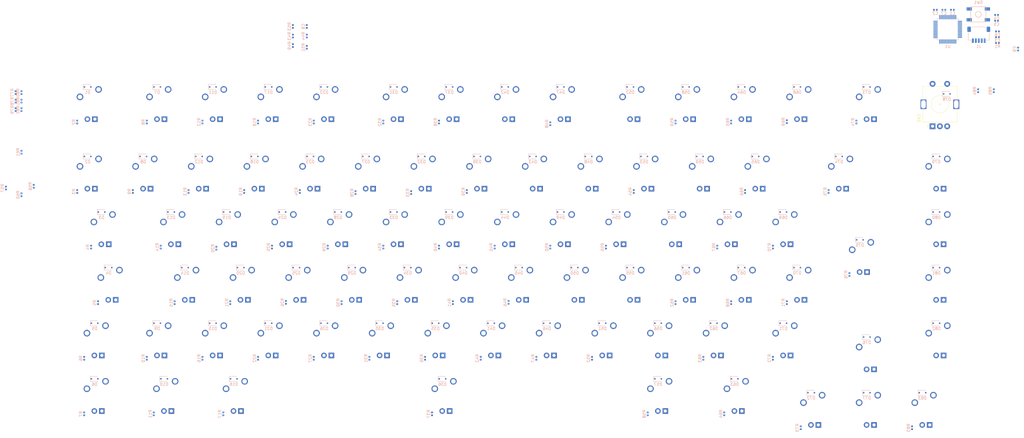
<source format=kicad_pcb>
(kicad_pcb (version 20171130) (host pcbnew "(5.1.5)-3")
  (layers (0 F.Cu signal) (31 B.Cu signal) (34 B.Paste user) (35 F.Paste user) (36 B.SilkS user) (37 F.SilkS user) (38 B.Mask user) (39 F.Mask user) (44 Edge.Cuts user))
  (net 0 "")
  (net 1 GND)
  (net 2 +3V3)
  (net 3 "Net-(C3-Pad1)")
  (net 4 ROTA)
  (net 5 ROTB)
  (net 6 "Net-(D1-Pad2)")
  (net 7 ROW0)
  (net 8 "Net-(D2-Pad2)")
  (net 9 ROW1)
  (net 10 "Net-(D3-Pad2)")
  (net 11 ROW2)
  (net 12 "Net-(D4-Pad2)")
  (net 13 ROW3)
  (net 14 "Net-(D5-Pad2)")
  (net 15 ROW4)
  (net 16 "Net-(D6-Pad2)")
  (net 17 ROW5)
  (net 18 "Net-(D7-Pad2)")
  (net 19 "Net-(D8-Pad2)")
  (net 20 "Net-(D9-Pad2)")
  (net 21 "Net-(D10-Pad2)")
  (net 22 "Net-(D11-Pad2)")
  (net 23 "Net-(D12-Pad2)")
  (net 24 "Net-(D13-Pad2)")
  (net 25 "Net-(D14-Pad2)")
  (net 26 "Net-(D15-Pad2)")
  (net 27 "Net-(D16-Pad2)")
  (net 28 "Net-(D17-Pad2)")
  (net 29 "Net-(D18-Pad2)")
  (net 30 "Net-(D19-Pad2)")
  (net 31 "Net-(D20-Pad2)")
  (net 32 "Net-(D21-Pad2)")
  (net 33 "Net-(D22-Pad2)")
  (net 34 "Net-(D23-Pad2)")
  (net 35 "Net-(D24-Pad2)")
  (net 36 "Net-(D25-Pad2)")
  (net 37 "Net-(D26-Pad2)")
  (net 38 "Net-(D27-Pad2)")
  (net 39 "Net-(D28-Pad2)")
  (net 40 "Net-(D29-Pad2)")
  (net 41 "Net-(D30-Pad2)")
  (net 42 "Net-(D31-Pad2)")
  (net 43 "Net-(D32-Pad2)")
  (net 44 "Net-(D33-Pad2)")
  (net 45 "Net-(D34-Pad2)")
  (net 46 "Net-(D35-Pad2)")
  (net 47 "Net-(D36-Pad2)")
  (net 48 "Net-(D37-Pad2)")
  (net 49 "Net-(D38-Pad2)")
  (net 50 "Net-(D39-Pad2)")
  (net 51 "Net-(D40-Pad2)")
  (net 52 "Net-(D41-Pad2)")
  (net 53 "Net-(D42-Pad2)")
  (net 54 "Net-(D43-Pad2)")
  (net 55 "Net-(D44-Pad2)")
  (net 56 "Net-(D45-Pad2)")
  (net 57 "Net-(D46-Pad2)")
  (net 58 "Net-(D47-Pad2)")
  (net 59 "Net-(D48-Pad2)")
  (net 60 "Net-(D49-Pad2)")
  (net 61 "Net-(D50-Pad2)")
  (net 62 "Net-(D51-Pad2)")
  (net 63 "Net-(D52-Pad2)")
  (net 64 "Net-(D53-Pad2)")
  (net 65 "Net-(D54-Pad2)")
  (net 66 "Net-(D55-Pad2)")
  (net 67 "Net-(D56-Pad2)")
  (net 68 "Net-(D57-Pad2)")
  (net 69 "Net-(D58-Pad2)")
  (net 70 "Net-(D59-Pad2)")
  (net 71 "Net-(D60-Pad2)")
  (net 72 "Net-(D61-Pad2)")
  (net 73 "Net-(D62-Pad2)")
  (net 74 "Net-(D63-Pad2)")
  (net 75 "Net-(D64-Pad2)")
  (net 76 "Net-(D65-Pad2)")
  (net 77 "Net-(D66-Pad2)")
  (net 78 "Net-(D67-Pad2)")
  (net 79 "Net-(D68-Pad2)")
  (net 80 "Net-(D69-Pad2)")
  (net 81 "Net-(D70-Pad2)")
  (net 82 "Net-(D71-Pad2)")
  (net 83 "Net-(D72-Pad2)")
  (net 84 "Net-(D73-Pad2)")
  (net 85 "Net-(D74-Pad2)")
  (net 86 "Net-(D75-Pad2)")
  (net 87 "Net-(D76-Pad2)")
  (net 88 "Net-(D77-Pad2)")
  (net 89 "Net-(D78-Pad2)")
  (net 90 "Net-(D79-Pad2)")
  (net 91 "Net-(D80-Pad2)")
  (net 92 "Net-(D81-Pad2)")
  (net 93 "Net-(D82-Pad2)")
  (net 94 "Net-(D83-Pad2)")
  (net 95 Vsense)
  (net 96 +5V)
  (net 97 USB-D+)
  (net 98 USB-D-)
  (net 99 LED+)
  (net 100 "Net-(MX1-Pad3)")
  (net 101 COL0)
  (net 102 "Net-(MX2-Pad3)")
  (net 103 "Net-(MX3-Pad3)")
  (net 104 "Net-(MX4-Pad3)")
  (net 105 "Net-(MX5-Pad3)")
  (net 106 "Net-(MX6-Pad3)")
  (net 107 "Net-(MX7-Pad3)")
  (net 108 COL1)
  (net 109 "Net-(MX8-Pad3)")
  (net 110 "Net-(MX9-Pad3)")
  (net 111 "Net-(MX10-Pad3)")
  (net 112 "Net-(MX11-Pad3)")
  (net 113 COL2)
  (net 114 "Net-(MX12-Pad3)")
  (net 115 "Net-(MX13-Pad3)")
  (net 116 "Net-(MX14-Pad3)")
  (net 117 "Net-(MX15-Pad3)")
  (net 118 "Net-(MX16-Pad3)")
  (net 119 "Net-(MX17-Pad3)")
  (net 120 COL3)
  (net 121 "Net-(MX18-Pad3)")
  (net 122 "Net-(MX19-Pad3)")
  (net 123 "Net-(MX20-Pad3)")
  (net 124 "Net-(MX21-Pad3)")
  (net 125 "Net-(MX22-Pad3)")
  (net 126 COL4)
  (net 127 "Net-(MX23-Pad3)")
  (net 128 "Net-(MX24-Pad3)")
  (net 129 "Net-(MX25-Pad3)")
  (net 130 "Net-(MX26-Pad3)")
  (net 131 "Net-(MX27-Pad3)")
  (net 132 COL5)
  (net 133 "Net-(MX28-Pad3)")
  (net 134 "Net-(MX29-Pad3)")
  (net 135 "Net-(MX30-Pad3)")
  (net 136 "Net-(MX31-Pad3)")
  (net 137 COL6)
  (net 138 "Net-(MX32-Pad3)")
  (net 139 "Net-(MX33-Pad3)")
  (net 140 "Net-(MX34-Pad3)")
  (net 141 "Net-(MX35-Pad3)")
  (net 142 "Net-(MX36-Pad3)")
  (net 143 "Net-(MX37-Pad3)")
  (net 144 COL7)
  (net 145 "Net-(MX38-Pad3)")
  (net 146 "Net-(MX39-Pad3)")
  (net 147 "Net-(MX40-Pad3)")
  (net 148 "Net-(MX41-Pad3)")
  (net 149 "Net-(MX42-Pad3)")
  (net 150 COL8)
  (net 151 "Net-(MX43-Pad3)")
  (net 152 "Net-(MX44-Pad3)")
  (net 153 "Net-(MX45-Pad3)")
  (net 154 "Net-(MX46-Pad3)")
  (net 155 "Net-(MX47-Pad3)")
  (net 156 COL9)
  (net 157 "Net-(MX48-Pad3)")
  (net 158 "Net-(MX49-Pad3)")
  (net 159 "Net-(MX50-Pad3)")
  (net 160 "Net-(MX51-Pad3)")
  (net 161 "Net-(MX52-Pad3)")
  (net 162 COL10)
  (net 163 "Net-(MX53-Pad3)")
  (net 164 "Net-(MX54-Pad3)")
  (net 165 "Net-(MX55-Pad3)")
  (net 166 "Net-(MX56-Pad3)")
  (net 167 "Net-(MX57-Pad3)")
  (net 168 "Net-(MX58-Pad3)")
  (net 169 COL11)
  (net 170 "Net-(MX59-Pad3)")
  (net 171 "Net-(MX60-Pad3)")
  (net 172 "Net-(MX61-Pad3)")
  (net 173 "Net-(MX62-Pad3)")
  (net 174 "Net-(MX63-Pad3)")
  (net 175 "Net-(MX64-Pad3)")
  (net 176 COL12)
  (net 177 "Net-(MX65-Pad3)")
  (net 178 "Net-(MX66-Pad3)")
  (net 179 "Net-(MX67-Pad3)")
  (net 180 "Net-(MX68-Pad3)")
  (net 181 COL13)
  (net 182 "Net-(MX69-Pad3)")
  (net 183 "Net-(MX70-Pad3)")
  (net 184 "Net-(MX71-Pad3)")
  (net 185 "Net-(MX72-Pad3)")
  (net 186 "Net-(MX73-Pad3)")
  (net 187 COL14)
  (net 188 "Net-(MX74-Pad3)")
  (net 189 "Net-(MX75-Pad3)")
  (net 190 "Net-(MX76-Pad3)")
  (net 191 "Net-(MX77-Pad3)")
  (net 192 "Net-(MX78-Pad3)")
  (net 193 COL15)
  (net 194 "Net-(MX79-Pad3)")
  (net 195 "Net-(MX80-Pad3)")
  (net 196 "Net-(MX81-Pad3)")
  (net 197 "Net-(MX82-Pad3)")
  (net 198 "Net-(R1-Pad2)")
  (net 199 LED-)
  (net 200 "Net-(U1-Pad46)")
  (net 201 "Net-(U1-Pad45)")
  (net 202 "Net-(U1-Pad44)")
  (net 203 "Net-(U1-Pad43)")
  (net 204 "Net-(U1-Pad42)")
  (net 205 "Net-(U1-Pad41)")
  (net 206 "Net-(U1-Pad40)")
  (net 207 "Net-(U1-Pad39)")
  (net 208 "Net-(U1-Pad38)")
  (net 209 "Net-(U1-Pad37)")
  (net 210 "Net-(U1-Pad34)")
  (net 211 "Net-(U1-Pad31)")
  (net 212 "Net-(U1-Pad30)")
  (net 213 "Net-(U1-Pad29)")
  (net 214 "Net-(U1-Pad28)")
  (net 215 "Net-(U1-Pad27)")
  (net 216 "Net-(U1-Pad26)")
  (net 217 "Net-(U1-Pad25)")
  (net 218 "Net-(U1-Pad22)")
  (net 219 "Net-(U1-Pad21)")
  (net 220 "Net-(U1-Pad20)")
  (net 221 "Net-(U1-Pad19)")
  (net 222 "Net-(U1-Pad18)")
  (net 223 "Net-(U1-Pad17)")
  (net 224 "Net-(U1-Pad16)")
  (net 225 "Net-(U1-Pad15)")
  (net 226 "Net-(U1-Pad14)")
  (net 227 "Net-(U1-Pad13)")
  (net 228 "Net-(U1-Pad12)")
  (net 229 "Net-(U1-Pad11)")
  (net 230 "Net-(U1-Pad10)")
  (net 231 "Net-(U1-Pad6)")
  (net 232 "Net-(U1-Pad5)")
  (net 233 "Net-(U1-Pad4)")
  (net 234 "Net-(U1-Pad3)")
  (net 235 "Net-(U1-Pad2)")
  (module Rotary_Encoder:RotaryEncoder_Alps_EC11E-Switch_Vertical_H20mm (layer F.Cu) (at 289.75 0 90)
    (fp_text reference SW2 (at -4.7 -7.2 90) (layer F.SilkS))
    (fp_text value Rotary_Encoder_Switch)
    (pad A thru_hole rect (at -7.5 -2.5 90) (size 2 2) (drill 1) (layers *.Cu *.Mask) (net 5 ROTB))
    (pad C thru_hole circle (at -7.5 0 90) (size 2 2) (drill 1) (layers *.Cu *.Mask) (net 1 GND))
    (pad B thru_hole circle (at -7.5 2.5 90) (size 2 2) (drill 1) (layers *.Cu *.Mask) (net 4 ROTA))
    (pad MP thru_hole rect (at 0 -5.6 90) (size 3.2 2) (drill oval 2.8 1.5) (layers *.Cu *.Mask))
    (pad MP thru_hole rect (at 0 5.6 90) (size 3.2 2) (drill oval 2.8 1.5) (layers *.Cu *.Mask))
    (pad S2 thru_hole circle (at 7 -2.5 90) (size 2 2) (drill 1) (layers *.Cu *.Mask) (net 193 COL15))
    (pad S1 thru_hole circle (at 7 2.5 90) (size 2 2) (drill 1) (layers *.Cu *.Mask) (net 89 "Net-(D78-Pad2)"))
  )
  (module MX_Only:MXOnly-1U (layer F.Cu) (at 61.75 80.75)
    (fp_text reference MX21)
    (fp_text value MX-LED)
    (pad "" np_thru_hole circle (at 5.08 0 48.0996) (size 1.75 1.75) (drill 1.75) (layers *.Cu *.Mask))
    (pad "" np_thru_hole circle (at -5.08 0 48.0996) (size 1.75 1.75) (drill 1.75) (layers *.Cu *.Mask))
    (pad 4 thru_hole rect (at 1.27 5.08) (size 1.905 1.905) (drill 1.04) (layers *.Cu B.Mask) (net 99 LED+))
    (pad 3 thru_hole circle (at -1.27 5.08) (size 1.905 1.905) (drill 1.04) (layers *.Cu B.Mask) (net 124 "Net-(MX21-Pad3)"))
    (pad 1 thru_hole circle (at -3.81 -2.54) (size 2.25 2.25) (drill 1.47) (layers *.Cu B.Mask) (net 120 COL3))
    (pad "" np_thru_hole circle (at 0 0) (size 3.9878 3.9878) (drill 3.9878) (layers *.Cu *.Mask))
    (pad 2 thru_hole circle (at 2.54 -5.08) (size 2.25 2.25) (drill 1.47) (layers *.Cu B.Mask) (net 32 "Net-(D21-Pad2)"))
  )
  (module MX_Only:MXOnly-1U (layer F.Cu) (at 52.25 61.75)
    (fp_text reference MX20)
    (fp_text value MX-LED)
    (pad "" np_thru_hole circle (at 5.08 0 48.0996) (size 1.75 1.75) (drill 1.75) (layers *.Cu *.Mask))
    (pad "" np_thru_hole circle (at -5.08 0 48.0996) (size 1.75 1.75) (drill 1.75) (layers *.Cu *.Mask))
    (pad 4 thru_hole rect (at 1.27 5.08) (size 1.905 1.905) (drill 1.04) (layers *.Cu B.Mask) (net 99 LED+))
    (pad 3 thru_hole circle (at -1.27 5.08) (size 1.905 1.905) (drill 1.04) (layers *.Cu B.Mask) (net 123 "Net-(MX20-Pad3)"))
    (pad 1 thru_hole circle (at -3.81 -2.54) (size 2.25 2.25) (drill 1.47) (layers *.Cu B.Mask) (net 120 COL3))
    (pad "" np_thru_hole circle (at 0 0) (size 3.9878 3.9878) (drill 3.9878) (layers *.Cu *.Mask))
    (pad 2 thru_hole circle (at 2.54 -5.08) (size 2.25 2.25) (drill 1.47) (layers *.Cu B.Mask) (net 31 "Net-(D20-Pad2)"))
  )
  (module MX_Only:MXOnly-1U (layer F.Cu) (at 47.5 42.75)
    (fp_text reference MX19)
    (fp_text value MX-LED)
    (pad "" np_thru_hole circle (at 5.08 0 48.0996) (size 1.75 1.75) (drill 1.75) (layers *.Cu *.Mask))
    (pad "" np_thru_hole circle (at -5.08 0 48.0996) (size 1.75 1.75) (drill 1.75) (layers *.Cu *.Mask))
    (pad 4 thru_hole rect (at 1.27 5.08) (size 1.905 1.905) (drill 1.04) (layers *.Cu B.Mask) (net 99 LED+))
    (pad 3 thru_hole circle (at -1.27 5.08) (size 1.905 1.905) (drill 1.04) (layers *.Cu B.Mask) (net 122 "Net-(MX19-Pad3)"))
    (pad 1 thru_hole circle (at -3.81 -2.54) (size 2.25 2.25) (drill 1.47) (layers *.Cu B.Mask) (net 120 COL3))
    (pad "" np_thru_hole circle (at 0 0) (size 3.9878 3.9878) (drill 3.9878) (layers *.Cu *.Mask))
    (pad 2 thru_hole circle (at 2.54 -5.08) (size 2.25 2.25) (drill 1.47) (layers *.Cu B.Mask) (net 30 "Net-(D19-Pad2)"))
  )
  (module MX_Only:MXOnly-1U (layer F.Cu) (at 57 23.75)
    (fp_text reference MX18)
    (fp_text value MX-LED)
    (pad "" np_thru_hole circle (at 5.08 0 48.0996) (size 1.75 1.75) (drill 1.75) (layers *.Cu *.Mask))
    (pad "" np_thru_hole circle (at -5.08 0 48.0996) (size 1.75 1.75) (drill 1.75) (layers *.Cu *.Mask))
    (pad 4 thru_hole rect (at 1.27 5.08) (size 1.905 1.905) (drill 1.04) (layers *.Cu B.Mask) (net 99 LED+))
    (pad 3 thru_hole circle (at -1.27 5.08) (size 1.905 1.905) (drill 1.04) (layers *.Cu B.Mask) (net 121 "Net-(MX18-Pad3)"))
    (pad 1 thru_hole circle (at -3.81 -2.54) (size 2.25 2.25) (drill 1.47) (layers *.Cu B.Mask) (net 120 COL3))
    (pad "" np_thru_hole circle (at 0 0) (size 3.9878 3.9878) (drill 3.9878) (layers *.Cu *.Mask))
    (pad 2 thru_hole circle (at 2.54 -5.08) (size 2.25 2.25) (drill 1.47) (layers *.Cu B.Mask) (net 29 "Net-(D18-Pad2)"))
  )
  (module MX_Only:MXOnly-1U (layer F.Cu) (at 61.75 0)
    (fp_text reference MX17)
    (fp_text value MX-LED)
    (pad "" np_thru_hole circle (at 5.08 0 48.0996) (size 1.75 1.75) (drill 1.75) (layers *.Cu *.Mask))
    (pad "" np_thru_hole circle (at -5.08 0 48.0996) (size 1.75 1.75) (drill 1.75) (layers *.Cu *.Mask))
    (pad 4 thru_hole rect (at 1.27 5.08) (size 1.905 1.905) (drill 1.04) (layers *.Cu B.Mask) (net 99 LED+))
    (pad 3 thru_hole circle (at -1.27 5.08) (size 1.905 1.905) (drill 1.04) (layers *.Cu B.Mask) (net 119 "Net-(MX17-Pad3)"))
    (pad 1 thru_hole circle (at -3.81 -2.54) (size 2.25 2.25) (drill 1.47) (layers *.Cu B.Mask) (net 120 COL3))
    (pad "" np_thru_hole circle (at 0 0) (size 3.9878 3.9878) (drill 3.9878) (layers *.Cu *.Mask))
    (pad 2 thru_hole circle (at 2.54 -5.08) (size 2.25 2.25) (drill 1.47) (layers *.Cu B.Mask) (net 28 "Net-(D17-Pad2)"))
  )
  (module Package_QFP:LQFP-48_7x7mm_P0.5mm (layer B.Cu) (at 292.425 -25.63)
    (fp_text reference U1 (at 0 5.85) (layer B.SilkS) (effects (justify mirror)))
    (fp_text value STM32F072CBTx)
    (pad 48 smd roundrect (at -2.75 4.1625) (size 0.3 1.475) (layers B.Cu B.Paste B.Mask) (net 2 +3V3))
    (pad 47 smd roundrect (at -2.25 4.1625) (size 0.3 1.475) (layers B.Cu B.Paste B.Mask) (net 1 GND))
    (pad 46 smd roundrect (at -1.75 4.1625) (size 0.3 1.475) (layers B.Cu B.Paste B.Mask) (net 200 "Net-(U1-Pad46)"))
    (pad 45 smd roundrect (at -1.25 4.1625) (size 0.3 1.475) (layers B.Cu B.Paste B.Mask) (net 201 "Net-(U1-Pad45)"))
    (pad 44 smd roundrect (at -0.75 4.1625) (size 0.3 1.475) (layers B.Cu B.Paste B.Mask) (net 202 "Net-(U1-Pad44)"))
    (pad 43 smd roundrect (at -0.25 4.1625) (size 0.3 1.475) (layers B.Cu B.Paste B.Mask) (net 203 "Net-(U1-Pad43)"))
    (pad 42 smd roundrect (at 0.25 4.1625) (size 0.3 1.475) (layers B.Cu B.Paste B.Mask) (net 204 "Net-(U1-Pad42)"))
    (pad 41 smd roundrect (at 0.75 4.1625) (size 0.3 1.475) (layers B.Cu B.Paste B.Mask) (net 205 "Net-(U1-Pad41)"))
    (pad 40 smd roundrect (at 1.25 4.1625) (size 0.3 1.475) (layers B.Cu B.Paste B.Mask) (net 206 "Net-(U1-Pad40)"))
    (pad 39 smd roundrect (at 1.75 4.1625) (size 0.3 1.475) (layers B.Cu B.Paste B.Mask) (net 207 "Net-(U1-Pad39)"))
    (pad 38 smd roundrect (at 2.25 4.1625) (size 0.3 1.475) (layers B.Cu B.Paste B.Mask) (net 208 "Net-(U1-Pad38)"))
    (pad 37 smd roundrect (at 2.75 4.1625) (size 0.3 1.475) (layers B.Cu B.Paste B.Mask) (net 209 "Net-(U1-Pad37)"))
    (pad 36 smd roundrect (at 4.1625 2.75) (size 1.475 0.3) (layers B.Cu B.Paste B.Mask) (net 2 +3V3))
    (pad 35 smd roundrect (at 4.1625 2.25) (size 1.475 0.3) (layers B.Cu B.Paste B.Mask) (net 1 GND))
    (pad 34 smd roundrect (at 4.1625 1.75) (size 1.475 0.3) (layers B.Cu B.Paste B.Mask) (net 210 "Net-(U1-Pad34)"))
    (pad 33 smd roundrect (at 4.1625 1.25) (size 1.475 0.3) (layers B.Cu B.Paste B.Mask) (net 97 USB-D+))
    (pad 32 smd roundrect (at 4.1625 0.75) (size 1.475 0.3) (layers B.Cu B.Paste B.Mask) (net 98 USB-D-))
    (pad 31 smd roundrect (at 4.1625 0.25) (size 1.475 0.3) (layers B.Cu B.Paste B.Mask) (net 211 "Net-(U1-Pad31)"))
    (pad 30 smd roundrect (at 4.1625 -0.25) (size 1.475 0.3) (layers B.Cu B.Paste B.Mask) (net 212 "Net-(U1-Pad30)"))
    (pad 29 smd roundrect (at 4.1625 -0.75) (size 1.475 0.3) (layers B.Cu B.Paste B.Mask) (net 213 "Net-(U1-Pad29)"))
    (pad 28 smd roundrect (at 4.1625 -1.25) (size 1.475 0.3) (layers B.Cu B.Paste B.Mask) (net 214 "Net-(U1-Pad28)"))
    (pad 27 smd roundrect (at 4.1625 -1.75) (size 1.475 0.3) (layers B.Cu B.Paste B.Mask) (net 215 "Net-(U1-Pad27)"))
    (pad 26 smd roundrect (at 4.1625 -2.25) (size 1.475 0.3) (layers B.Cu B.Paste B.Mask) (net 216 "Net-(U1-Pad26)"))
    (pad 25 smd roundrect (at 4.1625 -2.75) (size 1.475 0.3) (layers B.Cu B.Paste B.Mask) (net 217 "Net-(U1-Pad25)"))
    (pad 24 smd roundrect (at 2.75 -4.1625) (size 0.3 1.475) (layers B.Cu B.Paste B.Mask) (net 2 +3V3))
    (pad 23 smd roundrect (at 2.25 -4.1625) (size 0.3 1.475) (layers B.Cu B.Paste B.Mask) (net 1 GND))
    (pad 22 smd roundrect (at 1.75 -4.1625) (size 0.3 1.475) (layers B.Cu B.Paste B.Mask) (net 218 "Net-(U1-Pad22)"))
    (pad 21 smd roundrect (at 1.25 -4.1625) (size 0.3 1.475) (layers B.Cu B.Paste B.Mask) (net 219 "Net-(U1-Pad21)"))
    (pad 20 smd roundrect (at 0.75 -4.1625) (size 0.3 1.475) (layers B.Cu B.Paste B.Mask) (net 220 "Net-(U1-Pad20)"))
    (pad 19 smd roundrect (at 0.25 -4.1625) (size 0.3 1.475) (layers B.Cu B.Paste B.Mask) (net 221 "Net-(U1-Pad19)"))
    (pad 18 smd roundrect (at -0.25 -4.1625) (size 0.3 1.475) (layers B.Cu B.Paste B.Mask) (net 222 "Net-(U1-Pad18)"))
    (pad 17 smd roundrect (at -0.75 -4.1625) (size 0.3 1.475) (layers B.Cu B.Paste B.Mask) (net 223 "Net-(U1-Pad17)"))
    (pad 16 smd roundrect (at -1.25 -4.1625) (size 0.3 1.475) (layers B.Cu B.Paste B.Mask) (net 224 "Net-(U1-Pad16)"))
    (pad 15 smd roundrect (at -1.75 -4.1625) (size 0.3 1.475) (layers B.Cu B.Paste B.Mask) (net 225 "Net-(U1-Pad15)"))
    (pad 14 smd roundrect (at -2.25 -4.1625) (size 0.3 1.475) (layers B.Cu B.Paste B.Mask) (net 226 "Net-(U1-Pad14)"))
    (pad 13 smd roundrect (at -2.75 -4.1625) (size 0.3 1.475) (layers B.Cu B.Paste B.Mask) (net 227 "Net-(U1-Pad13)"))
    (pad 12 smd roundrect (at -4.1625 -2.75) (size 1.475 0.3) (layers B.Cu B.Paste B.Mask) (net 228 "Net-(U1-Pad12)"))
    (pad 11 smd roundrect (at -4.1625 -2.25) (size 1.475 0.3) (layers B.Cu B.Paste B.Mask) (net 229 "Net-(U1-Pad11)"))
    (pad 10 smd roundrect (at -4.1625 -1.75) (size 1.475 0.3) (layers B.Cu B.Paste B.Mask) (net 230 "Net-(U1-Pad10)"))
    (pad 9 smd roundrect (at -4.1625 -1.25) (size 1.475 0.3) (layers B.Cu B.Paste B.Mask) (net 198 "Net-(R1-Pad2)"))
    (pad 8 smd roundrect (at -4.1625 -0.75) (size 1.475 0.3) (layers B.Cu B.Paste B.Mask) (net 1 GND))
    (pad 7 smd roundrect (at -4.1625 -0.25) (size 1.475 0.3) (layers B.Cu B.Paste B.Mask) (net 3 "Net-(C3-Pad1)"))
    (pad 6 smd roundrect (at -4.1625 0.25) (size 1.475 0.3) (layers B.Cu B.Paste B.Mask) (net 231 "Net-(U1-Pad6)"))
    (pad 5 smd roundrect (at -4.1625 0.75) (size 1.475 0.3) (layers B.Cu B.Paste B.Mask) (net 232 "Net-(U1-Pad5)"))
    (pad 4 smd roundrect (at -4.1625 1.25) (size 1.475 0.3) (layers B.Cu B.Paste B.Mask) (net 233 "Net-(U1-Pad4)"))
    (pad 3 smd roundrect (at -4.1625 1.75) (size 1.475 0.3) (layers B.Cu B.Paste B.Mask) (net 234 "Net-(U1-Pad3)"))
    (pad 2 smd roundrect (at -4.1625 2.25) (size 1.475 0.3) (layers B.Cu B.Paste B.Mask) (net 235 "Net-(U1-Pad2)"))
    (pad 1 smd roundrect (at -4.1625 2.75) (size 1.475 0.3) (layers B.Cu B.Paste B.Mask) (net 2 +3V3))
  )
  (module random-keyboard-parts:SKQG-1155865 (layer B.Cu) (at 302.875 -30.74)
    (fp_text reference SW1 (at 0 -4.064) (layer B.SilkS) (effects (justify mirror)))
    (fp_text value SW_Push)
    (pad 4 smd rect (at -3.1 -1.85) (size 1.8 1.1) (layers B.Cu B.Paste B.Mask))
    (pad 3 smd rect (at 3.1 1.85) (size 1.8 1.1) (layers B.Cu B.Paste B.Mask))
    (pad 2 smd rect (at -3.1 1.85) (size 1.8 1.1) (layers B.Cu B.Paste B.Mask) (net 3 "Net-(C3-Pad1)"))
    (pad 1 smd rect (at 3.1 -1.85) (size 1.8 1.1) (layers B.Cu B.Paste B.Mask) (net 1 GND))
  )
  (module Resistor_SMD:R_0402_1005Metric (layer B.Cu) (at 308.15625 -4.64125 270)
    (fp_text reference R85 (at 0 1.17 90) (layer B.SilkS) (effects (justify mirror)))
    (fp_text value 10k)
    (pad 2 smd roundrect (at 0.485 0 270) (size 0.59 0.64) (layers B.Cu B.Paste B.Mask) (net 2 +3V3))
    (pad 1 smd roundrect (at -0.485 0 270) (size 0.59 0.64) (layers B.Cu B.Paste B.Mask) (net 5 ROTB))
  )
  (module Resistor_SMD:R_0402_1005Metric (layer B.Cu) (at 302.8125 -4.64125 270)
    (fp_text reference R84 (at 0 1.17 90) (layer B.SilkS) (effects (justify mirror)))
    (fp_text value 10k)
    (pad 2 smd roundrect (at 0.485 0 270) (size 0.59 0.64) (layers B.Cu B.Paste B.Mask) (net 4 ROTA))
    (pad 1 smd roundrect (at -0.485 0 270) (size 0.59 0.64) (layers B.Cu B.Paste B.Mask) (net 2 +3V3))
  )
  (module Resistor_SMD:R_0402_1005Metric (layer B.Cu) (at 280.25 110.54625 270)
    (fp_text reference R83 (at 0 1.17 90) (layer B.SilkS) (effects (justify mirror)))
    (fp_text value 330)
    (pad 2 smd roundrect (at 0.485 0 270) (size 0.59 0.64) (layers B.Cu B.Paste B.Mask) (net 199 LED-))
    (pad 1 smd roundrect (at -0.485 0 270) (size 0.59 0.64) (layers B.Cu B.Paste B.Mask) (net 197 "Net-(MX82-Pad3)"))
  )
  (module Resistor_SMD:R_0402_1005Metric (layer B.Cu) (at -23.7825 1.815 270)
    (fp_text reference R82 (at 0 1.17 90) (layer B.SilkS) (effects (justify mirror)))
    (fp_text value 330)
    (pad 2 smd roundrect (at 0.485 0 270) (size 0.59 0.64) (layers B.Cu B.Paste B.Mask) (net 199 LED-))
    (pad 1 smd roundrect (at -0.485 0 270) (size 0.59 0.64) (layers B.Cu B.Paste B.Mask) (net 196 "Net-(MX81-Pad3)"))
  )
  (module Resistor_SMD:R_0402_1005Metric (layer B.Cu) (at -23.7825 -1.095 270)
    (fp_text reference R81 (at 0 1.17 90) (layer B.SilkS) (effects (justify mirror)))
    (fp_text value 330)
    (pad 2 smd roundrect (at 0.485 0 270) (size 0.59 0.64) (layers B.Cu B.Paste B.Mask) (net 199 LED-))
    (pad 1 smd roundrect (at -0.485 0 270) (size 0.59 0.64) (layers B.Cu B.Paste B.Mask) (net 195 "Net-(MX80-Pad3)"))
  )
  (module Resistor_SMD:R_0402_1005Metric (layer B.Cu) (at -23.7825 -4.005 270)
    (fp_text reference R80 (at 0 1.17 90) (layer B.SilkS) (effects (justify mirror)))
    (fp_text value 330)
    (pad 2 smd roundrect (at 0.485 0 270) (size 0.59 0.64) (layers B.Cu B.Paste B.Mask) (net 199 LED-))
    (pad 1 smd roundrect (at -0.485 0 270) (size 0.59 0.64) (layers B.Cu B.Paste B.Mask) (net 194 "Net-(MX79-Pad3)"))
  )
  (module Resistor_SMD:R_0402_1005Metric (layer B.Cu) (at -25.7725 1.815 270)
    (fp_text reference R79 (at 0 1.17 90) (layer B.SilkS) (effects (justify mirror)))
    (fp_text value 330)
    (pad 2 smd roundrect (at 0.485 0 270) (size 0.59 0.64) (layers B.Cu B.Paste B.Mask) (net 199 LED-))
    (pad 1 smd roundrect (at -0.485 0 270) (size 0.59 0.64) (layers B.Cu B.Paste B.Mask) (net 192 "Net-(MX78-Pad3)"))
  )
  (module Resistor_SMD:R_0402_1005Metric (layer B.Cu) (at -25.7725 -1.095 270)
    (fp_text reference R78 (at 0 1.17 90) (layer B.SilkS) (effects (justify mirror)))
    (fp_text value 330)
    (pad 2 smd roundrect (at 0.485 0 270) (size 0.59 0.64) (layers B.Cu B.Paste B.Mask) (net 199 LED-))
    (pad 1 smd roundrect (at -0.485 0 270) (size 0.59 0.64) (layers B.Cu B.Paste B.Mask) (net 191 "Net-(MX77-Pad3)"))
  )
  (module Resistor_SMD:R_0402_1005Metric (layer B.Cu) (at -25.7725 -4.005 270)
    (fp_text reference R77 (at 0 1.17 90) (layer B.SilkS) (effects (justify mirror)))
    (fp_text value 330)
    (pad 2 smd roundrect (at 0.485 0 270) (size 0.59 0.64) (layers B.Cu B.Paste B.Mask) (net 199 LED-))
    (pad 1 smd roundrect (at -0.485 0 270) (size 0.59 0.64) (layers B.Cu B.Paste B.Mask) (net 190 "Net-(MX76-Pad3)"))
  )
  (module Resistor_SMD:R_0402_1005Metric (layer B.Cu) (at 258.875 58.1875 270)
    (fp_text reference R76 (at 0 1.17 90) (layer B.SilkS) (effects (justify mirror)))
    (fp_text value 330)
    (pad 2 smd roundrect (at 0.485 0 270) (size 0.59 0.64) (layers B.Cu B.Paste B.Mask) (net 199 LED-))
    (pad 1 smd roundrect (at -0.485 0 270) (size 0.59 0.64) (layers B.Cu B.Paste B.Mask) (net 189 "Net-(MX75-Pad3)"))
  )
  (module Resistor_SMD:R_0402_1005Metric (layer B.Cu) (at 251.75 29.79625 270)
    (fp_text reference R75 (at 0 1.17 90) (layer B.SilkS) (effects (justify mirror)))
    (fp_text value 330)
    (pad 2 smd roundrect (at 0.485 0 270) (size 0.59 0.64) (layers B.Cu B.Paste B.Mask) (net 199 LED-))
    (pad 1 smd roundrect (at -0.485 0 270) (size 0.59 0.64) (layers B.Cu B.Paste B.Mask) (net 188 "Net-(MX74-Pad3)"))
  )
  (module Resistor_SMD:R_0402_1005Metric (layer B.Cu) (at 261.25 6.04625 270)
    (fp_text reference R74 (at 0 1.17 90) (layer B.SilkS) (effects (justify mirror)))
    (fp_text value 330)
    (pad 2 smd roundrect (at 0.485 0 270) (size 0.59 0.64) (layers B.Cu B.Paste B.Mask) (net 199 LED-))
    (pad 1 smd roundrect (at -0.485 0 270) (size 0.59 0.64) (layers B.Cu B.Paste B.Mask) (net 186 "Net-(MX73-Pad3)"))
  )
  (module Resistor_SMD:R_0402_1005Metric (layer B.Cu) (at 242.25 110.54625 270)
    (fp_text reference R73 (at 0 1.17 90) (layer B.SilkS) (effects (justify mirror)))
    (fp_text value 330)
    (pad 2 smd roundrect (at 0.485 0 270) (size 0.59 0.64) (layers B.Cu B.Paste B.Mask) (net 199 LED-))
    (pad 1 smd roundrect (at -0.485 0 270) (size 0.59 0.64) (layers B.Cu B.Paste B.Mask) (net 185 "Net-(MX72-Pad3)"))
  )
  (module Resistor_SMD:R_0402_1005Metric (layer B.Cu) (at 232.75 86.79625 270)
    (fp_text reference R72 (at 0 1.17 90) (layer B.SilkS) (effects (justify mirror)))
    (fp_text value 330)
    (pad 2 smd roundrect (at 0.485 0 270) (size 0.59 0.64) (layers B.Cu B.Paste B.Mask) (net 199 LED-))
    (pad 1 smd roundrect (at -0.485 0 270) (size 0.59 0.64) (layers B.Cu B.Paste B.Mask) (net 184 "Net-(MX71-Pad3)"))
  )
  (module Resistor_SMD:R_0402_1005Metric (layer B.Cu) (at 237.5 67.79625 270)
    (fp_text reference R71 (at 0 1.17 90) (layer B.SilkS) (effects (justify mirror)))
    (fp_text value 330)
    (pad 2 smd roundrect (at 0.485 0 270) (size 0.59 0.64) (layers B.Cu B.Paste B.Mask) (net 199 LED-))
    (pad 1 smd roundrect (at -0.485 0 270) (size 0.59 0.64) (layers B.Cu B.Paste B.Mask) (net 183 "Net-(MX70-Pad3)"))
  )
  (module Resistor_SMD:R_0402_1005Metric (layer B.Cu) (at 232.75 48.79625 270)
    (fp_text reference R70 (at 0 1.17 90) (layer B.SilkS) (effects (justify mirror)))
    (fp_text value 330)
    (pad 2 smd roundrect (at 0.485 0 270) (size 0.59 0.64) (layers B.Cu B.Paste B.Mask) (net 199 LED-))
    (pad 1 smd roundrect (at -0.485 0 270) (size 0.59 0.64) (layers B.Cu B.Paste B.Mask) (net 182 "Net-(MX69-Pad3)"))
  )
  (module Resistor_SMD:R_0402_1005Metric (layer B.Cu) (at 237.5 5.9375 270)
    (fp_text reference R69 (at 0 1.17 90) (layer B.SilkS) (effects (justify mirror)))
    (fp_text value 330)
    (pad 2 smd roundrect (at 0.485 0 270) (size 0.59 0.64) (layers B.Cu B.Paste B.Mask) (net 199 LED-))
    (pad 1 smd roundrect (at -0.485 0 270) (size 0.59 0.64) (layers B.Cu B.Paste B.Mask) (net 180 "Net-(MX68-Pad3)"))
  )
  (module Resistor_SMD:R_0402_1005Metric (layer B.Cu) (at 218.5 67.79625 270)
    (fp_text reference R68 (at 0 1.17 90) (layer B.SilkS) (effects (justify mirror)))
    (fp_text value 330)
    (pad 2 smd roundrect (at 0.485 0 270) (size 0.59 0.64) (layers B.Cu B.Paste B.Mask) (net 199 LED-))
    (pad 1 smd roundrect (at -0.485 0 270) (size 0.59 0.64) (layers B.Cu B.Paste B.Mask) (net 179 "Net-(MX67-Pad3)"))
  )
  (module Resistor_SMD:R_0402_1005Metric (layer B.Cu) (at 213.75 48.79625 270)
    (fp_text reference R67 (at 0 1.17 90) (layer B.SilkS) (effects (justify mirror)))
    (fp_text value 330)
    (pad 2 smd roundrect (at 0.485 0 270) (size 0.59 0.64) (layers B.Cu B.Paste B.Mask) (net 199 LED-))
    (pad 1 smd roundrect (at -0.485 0 270) (size 0.59 0.64) (layers B.Cu B.Paste B.Mask) (net 178 "Net-(MX66-Pad3)"))
  )
  (module Resistor_SMD:R_0402_1005Metric (layer B.Cu) (at 223.25 29.79625 270)
    (fp_text reference R66 (at 0 1.17 90) (layer B.SilkS) (effects (justify mirror)))
    (fp_text value 330)
    (pad 2 smd roundrect (at 0.485 0 270) (size 0.59 0.64) (layers B.Cu B.Paste B.Mask) (net 199 LED-))
    (pad 1 smd roundrect (at -0.485 0 270) (size 0.59 0.64) (layers B.Cu B.Paste B.Mask) (net 177 "Net-(MX65-Pad3)"))
  )
  (module Resistor_SMD:R_0402_1005Metric (layer B.Cu) (at 218.5 6.04625 270)
    (fp_text reference R65 (at 0 1.17 90) (layer B.SilkS) (effects (justify mirror)))
    (fp_text value 330)
    (pad 2 smd roundrect (at 0.485 0 270) (size 0.59 0.64) (layers B.Cu B.Paste B.Mask) (net 199 LED-))
    (pad 1 smd roundrect (at -0.485 0 270) (size 0.59 0.64) (layers B.Cu B.Paste B.Mask) (net 175 "Net-(MX64-Pad3)"))
  )
  (module Resistor_SMD:R_0402_1005Metric (layer B.Cu) (at 216.125 105.79625 270)
    (fp_text reference R64 (at 0 1.17 90) (layer B.SilkS) (effects (justify mirror)))
    (fp_text value 330)
    (pad 2 smd roundrect (at 0.485 0 270) (size 0.59 0.64) (layers B.Cu B.Paste B.Mask) (net 199 LED-))
    (pad 1 smd roundrect (at -0.485 0 270) (size 0.59 0.64) (layers B.Cu B.Paste B.Mask) (net 174 "Net-(MX63-Pad3)"))
  )
  (module Resistor_SMD:R_0402_1005Metric (layer B.Cu) (at 209 86.79625 270)
    (fp_text reference R63 (at 0 1.17 90) (layer B.SilkS) (effects (justify mirror)))
    (fp_text value 330)
    (pad 2 smd roundrect (at 0.485 0 270) (size 0.59 0.64) (layers B.Cu B.Paste B.Mask) (net 199 LED-))
    (pad 1 smd roundrect (at -0.485 0 270) (size 0.59 0.64) (layers B.Cu B.Paste B.Mask) (net 173 "Net-(MX62-Pad3)"))
  )
  (module Resistor_SMD:R_0402_1005Metric (layer B.Cu) (at 199.5 67.79625 270)
    (fp_text reference R62 (at 0 1.17 90) (layer B.SilkS) (effects (justify mirror)))
    (fp_text value 330)
    (pad 2 smd roundrect (at 0.485 0 270) (size 0.59 0.64) (layers B.Cu B.Paste B.Mask) (net 199 LED-))
    (pad 1 smd roundrect (at -0.485 0 270) (size 0.59 0.64) (layers B.Cu B.Paste B.Mask) (net 172 "Net-(MX61-Pad3)"))
  )
  (module Resistor_SMD:R_0402_1005Metric (layer B.Cu) (at -23.7825 16.365 270)
    (fp_text reference R61 (at 0 1.17 90) (layer B.SilkS) (effects (justify mirror)))
    (fp_text value 330)
    (pad 2 smd roundrect (at 0.485 0 270) (size 0.59 0.64) (layers B.Cu B.Paste B.Mask) (net 199 LED-))
    (pad 1 smd roundrect (at -0.485 0 270) (size 0.59 0.64) (layers B.Cu B.Paste B.Mask) (net 171 "Net-(MX60-Pad3)"))
  )
  (module Resistor_SMD:R_0402_1005Metric (layer B.Cu) (at -23.7825 30.915 270)
    (fp_text reference R60 (at 0 1.17 90) (layer B.SilkS) (effects (justify mirror)))
    (fp_text value 330)
    (pad 2 smd roundrect (at 0.485 0 270) (size 0.59 0.64) (layers B.Cu B.Paste B.Mask) (net 199 LED-))
    (pad 1 smd roundrect (at -0.485 0 270) (size 0.59 0.64) (layers B.Cu B.Paste B.Mask) (net 170 "Net-(MX59-Pad3)"))
  )
  (module Resistor_SMD:R_0402_1005Metric (layer B.Cu) (at 199.5 6.04625 270)
    (fp_text reference R59 (at 0 1.17 90) (layer B.SilkS) (effects (justify mirror)))
    (fp_text value 330)
    (pad 2 smd roundrect (at 0.485 0 270) (size 0.59 0.64) (layers B.Cu B.Paste B.Mask) (net 199 LED-))
    (pad 1 smd roundrect (at -0.485 0 270) (size 0.59 0.64) (layers B.Cu B.Paste B.Mask) (net 168 "Net-(MX58-Pad3)"))
  )
  (module Resistor_SMD:R_0402_1005Metric (layer B.Cu) (at 190 105.79625 270)
    (fp_text reference R58 (at 0 1.17 90) (layer B.SilkS) (effects (justify mirror)))
    (fp_text value 330)
    (pad 2 smd roundrect (at 0.485 0 270) (size 0.59 0.64) (layers B.Cu B.Paste B.Mask) (net 199 LED-))
    (pad 1 smd roundrect (at -0.485 0 270) (size 0.59 0.64) (layers B.Cu B.Paste B.Mask) (net 167 "Net-(MX57-Pad3)"))
  )
  (module Resistor_SMD:R_0402_1005Metric (layer B.Cu) (at -29.09375 28.60875 270)
    (fp_text reference R57 (at 0 1.17 90) (layer B.SilkS) (effects (justify mirror)))
    (fp_text value 330)
    (pad 2 smd roundrect (at 0.485 0 270) (size 0.59 0.64) (layers B.Cu B.Paste B.Mask) (net 199 LED-))
    (pad 1 smd roundrect (at -0.485 0 270) (size 0.59 0.64) (layers B.Cu B.Paste B.Mask) (net 166 "Net-(MX56-Pad3)"))
  )
  (module Resistor_SMD:R_0402_1005Metric (layer B.Cu) (at -19.59375 28.005 270)
    (fp_text reference R56 (at 0 1.17 90) (layer B.SilkS) (effects (justify mirror)))
    (fp_text value 330)
    (pad 2 smd roundrect (at 0.485 0 270) (size 0.59 0.64) (layers B.Cu B.Paste B.Mask) (net 199 LED-))
    (pad 1 smd roundrect (at -0.485 0 270) (size 0.59 0.64) (layers B.Cu B.Paste B.Mask) (net 165 "Net-(MX55-Pad3)"))
  )
  (module Resistor_SMD:R_0402_1005Metric (layer B.Cu) (at 175.75 48.79625 270)
    (fp_text reference R55 (at 0 1.17 90) (layer B.SilkS) (effects (justify mirror)))
    (fp_text value 330)
    (pad 2 smd roundrect (at 0.485 0 270) (size 0.59 0.64) (layers B.Cu B.Paste B.Mask) (net 199 LED-))
    (pad 1 smd roundrect (at -0.485 0 270) (size 0.59 0.64) (layers B.Cu B.Paste B.Mask) (net 164 "Net-(MX54-Pad3)"))
  )
  (module Resistor_SMD:R_0402_1005Metric (layer B.Cu) (at 185.25 29.79625 270)
    (fp_text reference R54 (at 0 1.17 90) (layer B.SilkS) (effects (justify mirror)))
    (fp_text value 330)
    (pad 2 smd roundrect (at 0.485 0 270) (size 0.59 0.64) (layers B.Cu B.Paste B.Mask) (net 199 LED-))
    (pad 1 smd roundrect (at -0.485 0 270) (size 0.59 0.64) (layers B.Cu B.Paste B.Mask) (net 163 "Net-(MX53-Pad3)"))
  )
  (module Resistor_SMD:R_0402_1005Metric (layer B.Cu) (at 68.875 -26.61 270)
    (fp_text reference R53 (at 0 1.17 90) (layer B.SilkS) (effects (justify mirror)))
    (fp_text value 330)
    (pad 2 smd roundrect (at 0.485 0 270) (size 0.59 0.64) (layers B.Cu B.Paste B.Mask) (net 199 LED-))
    (pad 1 smd roundrect (at -0.485 0 270) (size 0.59 0.64) (layers B.Cu B.Paste B.Mask) (net 161 "Net-(MX52-Pad3)"))
  )
  (module Resistor_SMD:R_0402_1005Metric (layer B.Cu) (at 171 86.79625 270)
    (fp_text reference R52 (at 0 1.17 90) (layer B.SilkS) (effects (justify mirror)))
    (fp_text value 330)
    (pad 2 smd roundrect (at 0.485 0 270) (size 0.59 0.64) (layers B.Cu B.Paste B.Mask) (net 199 LED-))
    (pad 1 smd roundrect (at -0.485 0 270) (size 0.59 0.64) (layers B.Cu B.Paste B.Mask) (net 160 "Net-(MX51-Pad3)"))
  )
  (module Resistor_SMD:R_0402_1005Metric (layer B.Cu) (at 73.625 -19.485 270)
    (fp_text reference R51 (at 0 1.17 90) (layer B.SilkS) (effects (justify mirror)))
    (fp_text value 330)
    (pad 2 smd roundrect (at 0.485 0 270) (size 0.59 0.64) (layers B.Cu B.Paste B.Mask) (net 199 LED-))
    (pad 1 smd roundrect (at -0.485 0 270) (size 0.59 0.64) (layers B.Cu B.Paste B.Mask) (net 159 "Net-(MX50-Pad3)"))
  )
  (module Resistor_SMD:R_0402_1005Metric (layer B.Cu) (at 156.75 48.79625 270)
    (fp_text reference R50 (at 0 1.17 90) (layer B.SilkS) (effects (justify mirror)))
    (fp_text value 330)
    (pad 2 smd roundrect (at 0.485 0 270) (size 0.59 0.64) (layers B.Cu B.Paste B.Mask) (net 199 LED-))
    (pad 1 smd roundrect (at -0.485 0 270) (size 0.59 0.64) (layers B.Cu B.Paste B.Mask) (net 158 "Net-(MX49-Pad3)"))
  )
  (module Resistor_SMD:R_0402_1005Metric (layer B.Cu) (at 68.875 -20.07875 270)
    (fp_text reference R49 (at 0 1.17 90) (layer B.SilkS) (effects (justify mirror)))
    (fp_text value 330)
    (pad 2 smd roundrect (at 0.485 0 270) (size 0.59 0.64) (layers B.Cu B.Paste B.Mask) (net 199 LED-))
    (pad 1 smd roundrect (at -0.485 0 270) (size 0.59 0.64) (layers B.Cu B.Paste B.Mask) (net 157 "Net-(MX48-Pad3)"))
  )
  (module Resistor_SMD:R_0402_1005Metric (layer B.Cu) (at 156.75 6.64 270)
    (fp_text reference R48 (at 0 1.17 90) (layer B.SilkS) (effects (justify mirror)))
    (fp_text value 330)
    (pad 2 smd roundrect (at 0.485 0 270) (size 0.59 0.64) (layers B.Cu B.Paste B.Mask) (net 199 LED-))
    (pad 1 smd roundrect (at -0.485 0 270) (size 0.59 0.64) (layers B.Cu B.Paste B.Mask) (net 155 "Net-(MX47-Pad3)"))
  )
  (module Resistor_SMD:R_0402_1005Metric (layer B.Cu) (at 152 86.79625 270)
    (fp_text reference R47 (at 0 1.17 90) (layer B.SilkS) (effects (justify mirror)))
    (fp_text value 330)
    (pad 2 smd roundrect (at 0.485 0 270) (size 0.59 0.64) (layers B.Cu B.Paste B.Mask) (net 199 LED-))
    (pad 1 smd roundrect (at -0.485 0 270) (size 0.59 0.64) (layers B.Cu B.Paste B.Mask) (net 154 "Net-(MX46-Pad3)"))
  )
  (module Resistor_SMD:R_0402_1005Metric (layer B.Cu) (at 142.5 67.6875 270)
    (fp_text reference R46 (at 0 1.17 90) (layer B.SilkS) (effects (justify mirror)))
    (fp_text value 330)
    (pad 2 smd roundrect (at 0.485 0 270) (size 0.59 0.64) (layers B.Cu B.Paste B.Mask) (net 199 LED-))
    (pad 1 smd roundrect (at -0.485 0 270) (size 0.59 0.64) (layers B.Cu B.Paste B.Mask) (net 153 "Net-(MX45-Pad3)"))
  )
  (module Resistor_SMD:R_0402_1005Metric (layer B.Cu) (at 137.75 48.79625 270)
    (fp_text reference R45 (at 0 1.17 90) (layer B.SilkS) (effects (justify mirror)))
    (fp_text value 330)
    (pad 2 smd roundrect (at 0.485 0 270) (size 0.59 0.64) (layers B.Cu B.Paste B.Mask) (net 199 LED-))
    (pad 1 smd roundrect (at -0.485 0 270) (size 0.59 0.64) (layers B.Cu B.Paste B.Mask) (net 152 "Net-(MX44-Pad3)"))
  )
  (module Resistor_SMD:R_0402_1005Metric (layer B.Cu) (at 73.625 -23.335 270)
    (fp_text reference R44 (at 0 1.17 90) (layer B.SilkS) (effects (justify mirror)))
    (fp_text value 330)
    (pad 2 smd roundrect (at 0.485 0 270) (size 0.59 0.64) (layers B.Cu B.Paste B.Mask) (net 199 LED-))
    (pad 1 smd roundrect (at -0.485 0 270) (size 0.59 0.64) (layers B.Cu B.Paste B.Mask) (net 151 "Net-(MX43-Pad3)"))
  )
  (module Resistor_SMD:R_0402_1005Metric (layer B.Cu) (at 68.875 -23.335 270)
    (fp_text reference R43 (at 0 1.17 90) (layer B.SilkS) (effects (justify mirror)))
    (fp_text value 330)
    (pad 2 smd roundrect (at 0.485 0 270) (size 0.59 0.64) (layers B.Cu B.Paste B.Mask) (net 199 LED-))
    (pad 1 smd roundrect (at -0.485 0 270) (size 0.59 0.64) (layers B.Cu B.Paste B.Mask) (net 149 "Net-(MX42-Pad3)"))
  )
  (module Resistor_SMD:R_0402_1005Metric (layer B.Cu) (at 133 86.79625 270)
    (fp_text reference R42 (at 0 1.17 90) (layer B.SilkS) (effects (justify mirror)))
    (fp_text value 330)
    (pad 2 smd roundrect (at 0.485 0 270) (size 0.59 0.64) (layers B.Cu B.Paste B.Mask) (net 199 LED-))
    (pad 1 smd roundrect (at -0.485 0 270) (size 0.59 0.64) (layers B.Cu B.Paste B.Mask) (net 148 "Net-(MX41-Pad3)"))
  )
  (module Resistor_SMD:R_0402_1005Metric (layer B.Cu) (at 123.5 67.79625 270)
    (fp_text reference R41 (at 0 1.17 90) (layer B.SilkS) (effects (justify mirror)))
    (fp_text value 330)
    (pad 2 smd roundrect (at 0.485 0 270) (size 0.59 0.64) (layers B.Cu B.Paste B.Mask) (net 199 LED-))
    (pad 1 smd roundrect (at -0.485 0 270) (size 0.59 0.64) (layers B.Cu B.Paste B.Mask) (net 147 "Net-(MX40-Pad3)"))
  )
  (module Resistor_SMD:R_0402_1005Metric (layer B.Cu) (at 118.75 48.79625 270)
    (fp_text reference R40 (at 0 1.17 90) (layer B.SilkS) (effects (justify mirror)))
    (fp_text value 330)
    (pad 2 smd roundrect (at 0.485 0 270) (size 0.59 0.64) (layers B.Cu B.Paste B.Mask) (net 199 LED-))
    (pad 1 smd roundrect (at -0.485 0 270) (size 0.59 0.64) (layers B.Cu B.Paste B.Mask) (net 146 "Net-(MX39-Pad3)"))
  )
  (module Resistor_SMD:R_0402_1005Metric (layer B.Cu) (at 128.25 29.79625 270)
    (fp_text reference R39 (at 0 1.17 90) (layer B.SilkS) (effects (justify mirror)))
    (fp_text value 330)
    (pad 2 smd roundrect (at 0.485 0 270) (size 0.59 0.64) (layers B.Cu B.Paste B.Mask) (net 199 LED-))
    (pad 1 smd roundrect (at -0.485 0 270) (size 0.59 0.64) (layers B.Cu B.Paste B.Mask) (net 145 "Net-(MX38-Pad3)"))
  )
  (module Resistor_SMD:R_0402_1005Metric (layer B.Cu) (at 118.75 6.04625 270)
    (fp_text reference R38 (at 0 1.17 90) (layer B.SilkS) (effects (justify mirror)))
    (fp_text value 330)
    (pad 2 smd roundrect (at 0.485 0 270) (size 0.59 0.64) (layers B.Cu B.Paste B.Mask) (net 199 LED-))
    (pad 1 smd roundrect (at -0.485 0 270) (size 0.59 0.64) (layers B.Cu B.Paste B.Mask) (net 143 "Net-(MX37-Pad3)"))
  )
  (module Resistor_SMD:R_0402_1005Metric (layer B.Cu) (at 116.375 105.79625 270)
    (fp_text reference R37 (at 0 1.17 90) (layer B.SilkS) (effects (justify mirror)))
    (fp_text value 330)
    (pad 2 smd roundrect (at 0.485 0 270) (size 0.59 0.64) (layers B.Cu B.Paste B.Mask) (net 199 LED-))
    (pad 1 smd roundrect (at -0.485 0 270) (size 0.59 0.64) (layers B.Cu B.Paste B.Mask) (net 142 "Net-(MX36-Pad3)"))
  )
  (module Resistor_SMD:R_0402_1005Metric (layer B.Cu) (at 114 86.79625 270)
    (fp_text reference R36 (at 0 1.17 90) (layer B.SilkS) (effects (justify mirror)))
    (fp_text value 330)
    (pad 2 smd roundrect (at 0.485 0 270) (size 0.59 0.64) (layers B.Cu B.Paste B.Mask) (net 199 LED-))
    (pad 1 smd roundrect (at -0.485 0 270) (size 0.59 0.64) (layers B.Cu B.Paste B.Mask) (net 141 "Net-(MX35-Pad3)"))
  )
  (module Resistor_SMD:R_0402_1005Metric (layer B.Cu) (at 104.5 67.79625 270)
    (fp_text reference R35 (at 0 1.17 90) (layer B.SilkS) (effects (justify mirror)))
    (fp_text value 330)
    (pad 2 smd roundrect (at 0.485 0 270) (size 0.59 0.64) (layers B.Cu B.Paste B.Mask) (net 199 LED-))
    (pad 1 smd roundrect (at -0.485 0 270) (size 0.59 0.64) (layers B.Cu B.Paste B.Mask) (net 140 "Net-(MX34-Pad3)"))
  )
  (module Resistor_SMD:R_0402_1005Metric (layer B.Cu) (at 99.75 48.79625 270)
    (fp_text reference R34 (at 0 1.17 90) (layer B.SilkS) (effects (justify mirror)))
    (fp_text value 330)
    (pad 2 smd roundrect (at 0.485 0 270) (size 0.59 0.64) (layers B.Cu B.Paste B.Mask) (net 199 LED-))
    (pad 1 smd roundrect (at -0.485 0 270) (size 0.59 0.64) (layers B.Cu B.Paste B.Mask) (net 139 "Net-(MX33-Pad3)"))
  )
  (module Resistor_SMD:R_0402_1005Metric (layer B.Cu) (at 109.25 30.1725 270)
    (fp_text reference R33 (at 0 1.17 90) (layer B.SilkS) (effects (justify mirror)))
    (fp_text value 330)
    (pad 2 smd roundrect (at 0.485 0 270) (size 0.59 0.64) (layers B.Cu B.Paste B.Mask) (net 199 LED-))
    (pad 1 smd roundrect (at -0.485 0 270) (size 0.59 0.64) (layers B.Cu B.Paste B.Mask) (net 138 "Net-(MX32-Pad3)"))
  )
  (module Resistor_SMD:R_0402_1005Metric (layer B.Cu) (at 99.75 6.04625 270)
    (fp_text reference R32 (at 0 1.17 90) (layer B.SilkS) (effects (justify mirror)))
    (fp_text value 330)
    (pad 2 smd roundrect (at 0.485 0 270) (size 0.59 0.64) (layers B.Cu B.Paste B.Mask) (net 199 LED-))
    (pad 1 smd roundrect (at -0.485 0 270) (size 0.59 0.64) (layers B.Cu B.Paste B.Mask) (net 136 "Net-(MX31-Pad3)"))
  )
  (module Resistor_SMD:R_0402_1005Metric (layer B.Cu) (at 95 86.79625 270)
    (fp_text reference R31 (at 0 1.17 90) (layer B.SilkS) (effects (justify mirror)))
    (fp_text value 330)
    (pad 2 smd roundrect (at 0.485 0 270) (size 0.59 0.64) (layers B.Cu B.Paste B.Mask) (net 199 LED-))
    (pad 1 smd roundrect (at -0.485 0 270) (size 0.59 0.64) (layers B.Cu B.Paste B.Mask) (net 135 "Net-(MX30-Pad3)"))
  )
  (module Resistor_SMD:R_0402_1005Metric (layer B.Cu) (at 85.5 67.79625 270)
    (fp_text reference R30 (at 0 1.17 90) (layer B.SilkS) (effects (justify mirror)))
    (fp_text value 330)
    (pad 2 smd roundrect (at 0.485 0 270) (size 0.59 0.64) (layers B.Cu B.Paste B.Mask) (net 199 LED-))
    (pad 1 smd roundrect (at -0.485 0 270) (size 0.59 0.64) (layers B.Cu B.Paste B.Mask) (net 134 "Net-(MX29-Pad3)"))
  )
  (module Resistor_SMD:R_0402_1005Metric (layer B.Cu) (at 80.75 48.79625 270)
    (fp_text reference R29 (at 0 1.17 90) (layer B.SilkS) (effects (justify mirror)))
    (fp_text value 330)
    (pad 2 smd roundrect (at 0.485 0 270) (size 0.59 0.64) (layers B.Cu B.Paste B.Mask) (net 199 LED-))
    (pad 1 smd roundrect (at -0.485 0 270) (size 0.59 0.64) (layers B.Cu B.Paste B.Mask) (net 133 "Net-(MX28-Pad3)"))
  )
  (module Resistor_SMD:R_0402_1005Metric (layer B.Cu) (at 90.25 30.1725 270)
    (fp_text reference R28 (at 0 1.17 90) (layer B.SilkS) (effects (justify mirror)))
    (fp_text value 330)
    (pad 2 smd roundrect (at 0.485 0 270) (size 0.59 0.64) (layers B.Cu B.Paste B.Mask) (net 199 LED-))
    (pad 1 smd roundrect (at -0.485 0 270) (size 0.59 0.64) (layers B.Cu B.Paste B.Mask) (net 131 "Net-(MX27-Pad3)"))
  )
  (module Resistor_SMD:R_0402_1005Metric (layer B.Cu) (at 76 86.79625 270)
    (fp_text reference R27 (at 0 1.17 90) (layer B.SilkS) (effects (justify mirror)))
    (fp_text value 330)
    (pad 2 smd roundrect (at 0.485 0 270) (size 0.59 0.64) (layers B.Cu B.Paste B.Mask) (net 199 LED-))
    (pad 1 smd roundrect (at -0.485 0 270) (size 0.59 0.64) (layers B.Cu B.Paste B.Mask) (net 130 "Net-(MX26-Pad3)"))
  )
  (module Resistor_SMD:R_0402_1005Metric (layer B.Cu) (at 66.5 67.6875 270)
    (fp_text reference R26 (at 0 1.17 90) (layer B.SilkS) (effects (justify mirror)))
    (fp_text value 330)
    (pad 2 smd roundrect (at 0.485 0 270) (size 0.59 0.64) (layers B.Cu B.Paste B.Mask) (net 199 LED-))
    (pad 1 smd roundrect (at -0.485 0 270) (size 0.59 0.64) (layers B.Cu B.Paste B.Mask) (net 129 "Net-(MX25-Pad3)"))
  )
  (module Resistor_SMD:R_0402_1005Metric (layer B.Cu) (at 61.75 48.79625 270)
    (fp_text reference R25 (at 0 1.17 90) (layer B.SilkS) (effects (justify mirror)))
    (fp_text value 330)
    (pad 2 smd roundrect (at 0.485 0 270) (size 0.59 0.64) (layers B.Cu B.Paste B.Mask) (net 199 LED-))
    (pad 1 smd roundrect (at -0.485 0 270) (size 0.59 0.64) (layers B.Cu B.Paste B.Mask) (net 128 "Net-(MX24-Pad3)"))
  )
  (module Resistor_SMD:R_0402_1005Metric (layer B.Cu) (at 71.25 29.79625 270)
    (fp_text reference R24 (at 0 1.17 90) (layer B.SilkS) (effects (justify mirror)))
    (fp_text value 330)
    (pad 2 smd roundrect (at 0.485 0 270) (size 0.59 0.64) (layers B.Cu B.Paste B.Mask) (net 199 LED-))
    (pad 1 smd roundrect (at -0.485 0 270) (size 0.59 0.64) (layers B.Cu B.Paste B.Mask) (net 127 "Net-(MX23-Pad3)"))
  )
  (module Resistor_SMD:R_0402_1005Metric (layer B.Cu) (at 76 6.04625 270)
    (fp_text reference R23 (at 0 1.17 90) (layer B.SilkS) (effects (justify mirror)))
    (fp_text value 330)
    (pad 2 smd roundrect (at 0.485 0 270) (size 0.59 0.64) (layers B.Cu B.Paste B.Mask) (net 199 LED-))
    (pad 1 smd roundrect (at -0.485 0 270) (size 0.59 0.64) (layers B.Cu B.Paste B.Mask) (net 125 "Net-(MX22-Pad3)"))
  )
  (module Resistor_SMD:R_0402_1005Metric (layer B.Cu) (at 57 86.79625 270)
    (fp_text reference R22 (at 0 1.17 90) (layer B.SilkS) (effects (justify mirror)))
    (fp_text value 330)
    (pad 2 smd roundrect (at 0.485 0 270) (size 0.59 0.64) (layers B.Cu B.Paste B.Mask) (net 199 LED-))
    (pad 1 smd roundrect (at -0.485 0 270) (size 0.59 0.64) (layers B.Cu B.Paste B.Mask) (net 124 "Net-(MX21-Pad3)"))
  )
  (module Resistor_SMD:R_0402_1005Metric (layer B.Cu) (at 47.5 67.79625 270)
    (fp_text reference R21 (at 0 1.17 90) (layer B.SilkS) (effects (justify mirror)))
    (fp_text value 330)
    (pad 2 smd roundrect (at 0.485 0 270) (size 0.59 0.64) (layers B.Cu B.Paste B.Mask) (net 199 LED-))
    (pad 1 smd roundrect (at -0.485 0 270) (size 0.59 0.64) (layers B.Cu B.Paste B.Mask) (net 123 "Net-(MX20-Pad3)"))
  )
  (module Resistor_SMD:R_0402_1005Metric (layer B.Cu) (at 42.75 49.1725 270)
    (fp_text reference R20 (at 0 1.17 90) (layer B.SilkS) (effects (justify mirror)))
    (fp_text value 330)
    (pad 2 smd roundrect (at 0.485 0 270) (size 0.59 0.64) (layers B.Cu B.Paste B.Mask) (net 199 LED-))
    (pad 1 smd roundrect (at -0.485 0 270) (size 0.59 0.64) (layers B.Cu B.Paste B.Mask) (net 122 "Net-(MX19-Pad3)"))
  )
  (module Resistor_SMD:R_0402_1005Metric (layer B.Cu) (at 52.25 29.79625 270)
    (fp_text reference R19 (at 0 1.17 90) (layer B.SilkS) (effects (justify mirror)))
    (fp_text value 330)
    (pad 2 smd roundrect (at 0.485 0 270) (size 0.59 0.64) (layers B.Cu B.Paste B.Mask) (net 199 LED-))
    (pad 1 smd roundrect (at -0.485 0 270) (size 0.59 0.64) (layers B.Cu B.Paste B.Mask) (net 121 "Net-(MX18-Pad3)"))
  )
  (module Resistor_SMD:R_0402_1005Metric (layer B.Cu) (at 57 6.04625 270)
    (fp_text reference R18 (at 0 1.17 90) (layer B.SilkS) (effects (justify mirror)))
    (fp_text value 330)
    (pad 2 smd roundrect (at 0.485 0 270) (size 0.59 0.64) (layers B.Cu B.Paste B.Mask) (net 199 LED-))
    (pad 1 smd roundrect (at -0.485 0 270) (size 0.59 0.64) (layers B.Cu B.Paste B.Mask) (net 119 "Net-(MX17-Pad3)"))
  )
  (module Resistor_SMD:R_0402_1005Metric (layer B.Cu) (at 45.125 105.79625 270)
    (fp_text reference R17 (at 0 1.17 90) (layer B.SilkS) (effects (justify mirror)))
    (fp_text value 330)
    (pad 2 smd roundrect (at 0.485 0 270) (size 0.59 0.64) (layers B.Cu B.Paste B.Mask) (net 199 LED-))
    (pad 1 smd roundrect (at -0.485 0 270) (size 0.59 0.64) (layers B.Cu B.Paste B.Mask) (net 118 "Net-(MX16-Pad3)"))
  )
  (module Resistor_SMD:R_0402_1005Metric (layer B.Cu) (at 38 86.79625 270)
    (fp_text reference R16 (at 0 1.17 90) (layer B.SilkS) (effects (justify mirror)))
    (fp_text value 330)
    (pad 2 smd roundrect (at 0.485 0 270) (size 0.59 0.64) (layers B.Cu B.Paste B.Mask) (net 199 LED-))
    (pad 1 smd roundrect (at -0.485 0 270) (size 0.59 0.64) (layers B.Cu B.Paste B.Mask) (net 117 "Net-(MX15-Pad3)"))
  )
  (module Resistor_SMD:R_0402_1005Metric (layer B.Cu) (at 28.5 67.79625 270)
    (fp_text reference R15 (at 0 1.17 90) (layer B.SilkS) (effects (justify mirror)))
    (fp_text value 330)
    (pad 2 smd roundrect (at 0.485 0 270) (size 0.59 0.64) (layers B.Cu B.Paste B.Mask) (net 199 LED-))
    (pad 1 smd roundrect (at -0.485 0 270) (size 0.59 0.64) (layers B.Cu B.Paste B.Mask) (net 116 "Net-(MX14-Pad3)"))
  )
  (module Resistor_SMD:R_0402_1005Metric (layer B.Cu) (at 23.75 48.79625 270)
    (fp_text reference R14 (at 0 1.17 90) (layer B.SilkS) (effects (justify mirror)))
    (fp_text value 330)
    (pad 2 smd roundrect (at 0.485 0 270) (size 0.59 0.64) (layers B.Cu B.Paste B.Mask) (net 199 LED-))
    (pad 1 smd roundrect (at -0.485 0 270) (size 0.59 0.64) (layers B.Cu B.Paste B.Mask) (net 115 "Net-(MX13-Pad3)"))
  )
  (module Resistor_SMD:R_0402_1005Metric (layer B.Cu) (at 33.25 29.79625 270)
    (fp_text reference R13 (at 0 1.17 90) (layer B.SilkS) (effects (justify mirror)))
    (fp_text value 330)
    (pad 2 smd roundrect (at 0.485 0 270) (size 0.59 0.64) (layers B.Cu B.Paste B.Mask) (net 199 LED-))
    (pad 1 smd roundrect (at -0.485 0 270) (size 0.59 0.64) (layers B.Cu B.Paste B.Mask) (net 114 "Net-(MX12-Pad3)"))
  )
  (module Resistor_SMD:R_0402_1005Metric (layer B.Cu) (at 38 6.04625 270)
    (fp_text reference R12 (at 0 1.17 90) (layer B.SilkS) (effects (justify mirror)))
    (fp_text value 330)
    (pad 2 smd roundrect (at 0.485 0 270) (size 0.59 0.64) (layers B.Cu B.Paste B.Mask) (net 199 LED-))
    (pad 1 smd roundrect (at -0.485 0 270) (size 0.59 0.64) (layers B.Cu B.Paste B.Mask) (net 112 "Net-(MX11-Pad3)"))
  )
  (module Resistor_SMD:R_0402_1005Metric (layer B.Cu) (at 21.375 105.79625 270)
    (fp_text reference R11 (at 0 1.17 90) (layer B.SilkS) (effects (justify mirror)))
    (fp_text value 330)
    (pad 2 smd roundrect (at 0.485 0 270) (size 0.59 0.64) (layers B.Cu B.Paste B.Mask) (net 199 LED-))
    (pad 1 smd roundrect (at -0.485 0 270) (size 0.59 0.64) (layers B.Cu B.Paste B.Mask) (net 111 "Net-(MX10-Pad3)"))
  )
  (module Resistor_SMD:R_0402_1005Metric (layer B.Cu) (at 19 86.79625 270)
    (fp_text reference R10 (at 0 1.17 90) (layer B.SilkS) (effects (justify mirror)))
    (fp_text value 330)
    (pad 2 smd roundrect (at 0.485 0 270) (size 0.59 0.64) (layers B.Cu B.Paste B.Mask) (net 199 LED-))
    (pad 1 smd roundrect (at -0.485 0 270) (size 0.59 0.64) (layers B.Cu B.Paste B.Mask) (net 110 "Net-(MX9-Pad3)"))
  )
  (module Resistor_SMD:R_0402_1005Metric (layer B.Cu) (at 14.25 29.79625 270)
    (fp_text reference R9 (at 0 1.17 90) (layer B.SilkS) (effects (justify mirror)))
    (fp_text value 330)
    (pad 2 smd roundrect (at 0.485 0 270) (size 0.59 0.64) (layers B.Cu B.Paste B.Mask) (net 199 LED-))
    (pad 1 smd roundrect (at -0.485 0 270) (size 0.59 0.64) (layers B.Cu B.Paste B.Mask) (net 109 "Net-(MX8-Pad3)"))
  )
  (module Resistor_SMD:R_0402_1005Metric (layer B.Cu) (at 19 6.04625 270)
    (fp_text reference R8 (at 0 1.17 90) (layer B.SilkS) (effects (justify mirror)))
    (fp_text value 330)
    (pad 2 smd roundrect (at 0.485 0 270) (size 0.59 0.64) (layers B.Cu B.Paste B.Mask) (net 199 LED-))
    (pad 1 smd roundrect (at -0.485 0 270) (size 0.59 0.64) (layers B.Cu B.Paste B.Mask) (net 107 "Net-(MX7-Pad3)"))
  )
  (module Resistor_SMD:R_0402_1005Metric (layer B.Cu) (at -2.375 105.79625 270)
    (fp_text reference R7 (at 0 1.17 90) (layer B.SilkS) (effects (justify mirror)))
    (fp_text value 330)
    (pad 2 smd roundrect (at 0.485 0 270) (size 0.59 0.64) (layers B.Cu B.Paste B.Mask) (net 199 LED-))
    (pad 1 smd roundrect (at -0.485 0 270) (size 0.59 0.64) (layers B.Cu B.Paste B.Mask) (net 106 "Net-(MX6-Pad3)"))
  )
  (module Resistor_SMD:R_0402_1005Metric (layer B.Cu) (at -2.375 86.79625 270)
    (fp_text reference R6 (at 0 1.17 90) (layer B.SilkS) (effects (justify mirror)))
    (fp_text value 330)
    (pad 2 smd roundrect (at 0.485 0 270) (size 0.59 0.64) (layers B.Cu B.Paste B.Mask) (net 199 LED-))
    (pad 1 smd roundrect (at -0.485 0 270) (size 0.59 0.64) (layers B.Cu B.Paste B.Mask) (net 105 "Net-(MX5-Pad3)"))
  )
  (module Resistor_SMD:R_0402_1005Metric (layer B.Cu) (at 2.375 67.79625 270)
    (fp_text reference R5 (at 0 1.17 90) (layer B.SilkS) (effects (justify mirror)))
    (fp_text value 330)
    (pad 2 smd roundrect (at 0.485 0 270) (size 0.59 0.64) (layers B.Cu B.Paste B.Mask) (net 199 LED-))
    (pad 1 smd roundrect (at -0.485 0 270) (size 0.59 0.64) (layers B.Cu B.Paste B.Mask) (net 104 "Net-(MX4-Pad3)"))
  )
  (module Resistor_SMD:R_0402_1005Metric (layer B.Cu) (at 0 48.79625 270)
    (fp_text reference R4 (at 0 1.17 90) (layer B.SilkS) (effects (justify mirror)))
    (fp_text value 330)
    (pad 2 smd roundrect (at 0.485 0 270) (size 0.59 0.64) (layers B.Cu B.Paste B.Mask) (net 199 LED-))
    (pad 1 smd roundrect (at -0.485 0 270) (size 0.59 0.64) (layers B.Cu B.Paste B.Mask) (net 103 "Net-(MX3-Pad3)"))
  )
  (module Resistor_SMD:R_0402_1005Metric (layer B.Cu) (at -4.75 29.79625 270)
    (fp_text reference R3 (at 0 1.17 90) (layer B.SilkS) (effects (justify mirror)))
    (fp_text value 330)
    (pad 2 smd roundrect (at 0.485 0 270) (size 0.59 0.64) (layers B.Cu B.Paste B.Mask) (net 199 LED-))
    (pad 1 smd roundrect (at -0.485 0 270) (size 0.59 0.64) (layers B.Cu B.Paste B.Mask) (net 102 "Net-(MX2-Pad3)"))
  )
  (module Resistor_SMD:R_0402_1005Metric (layer B.Cu) (at -4.75 6.04625 270)
    (fp_text reference R2 (at 0 1.17 90) (layer B.SilkS) (effects (justify mirror)))
    (fp_text value 330)
    (pad 2 smd roundrect (at 0.485 0 270) (size 0.59 0.64) (layers B.Cu B.Paste B.Mask) (net 199 LED-))
    (pad 1 smd roundrect (at -0.485 0 270) (size 0.59 0.64) (layers B.Cu B.Paste B.Mask) (net 100 "Net-(MX1-Pad3)"))
  )
  (module Resistor_SMD:R_0402_1005Metric (layer B.Cu) (at 309.405 -20.95)
    (fp_text reference R1 (at 0 1.17) (layer B.SilkS) (effects (justify mirror)))
    (fp_text value 100)
    (pad 2 smd roundrect (at 0.485 0) (size 0.59 0.64) (layers B.Cu B.Paste B.Mask) (net 198 "Net-(R1-Pad2)"))
    (pad 1 smd roundrect (at -0.485 0) (size 0.59 0.64) (layers B.Cu B.Paste B.Mask) (net 2 +3V3))
  )
  (module MX_Only:MXOnly-1U (layer F.Cu) (at 285 104.5)
    (fp_text reference MX82)
    (fp_text value MX-LED)
    (pad "" np_thru_hole circle (at 5.08 0 48.0996) (size 1.75 1.75) (drill 1.75) (layers *.Cu *.Mask))
    (pad "" np_thru_hole circle (at -5.08 0 48.0996) (size 1.75 1.75) (drill 1.75) (layers *.Cu *.Mask))
    (pad 4 thru_hole rect (at 1.27 5.08) (size 1.905 1.905) (drill 1.04) (layers *.Cu B.Mask) (net 99 LED+))
    (pad 3 thru_hole circle (at -1.27 5.08) (size 1.905 1.905) (drill 1.04) (layers *.Cu B.Mask) (net 197 "Net-(MX82-Pad3)"))
    (pad 1 thru_hole circle (at -3.81 -2.54) (size 2.25 2.25) (drill 1.47) (layers *.Cu B.Mask) (net 193 COL15))
    (pad "" np_thru_hole circle (at 0 0) (size 3.9878 3.9878) (drill 3.9878) (layers *.Cu *.Mask))
    (pad 2 thru_hole circle (at 2.54 -5.08) (size 2.25 2.25) (drill 1.47) (layers *.Cu B.Mask) (net 94 "Net-(D83-Pad2)"))
  )
  (module MX_Only:MXOnly-1U (layer F.Cu) (at 289.75 80.75)
    (fp_text reference MX81)
    (fp_text value MX-LED)
    (pad "" np_thru_hole circle (at 5.08 0 48.0996) (size 1.75 1.75) (drill 1.75) (layers *.Cu *.Mask))
    (pad "" np_thru_hole circle (at -5.08 0 48.0996) (size 1.75 1.75) (drill 1.75) (layers *.Cu *.Mask))
    (pad 4 thru_hole rect (at 1.27 5.08) (size 1.905 1.905) (drill 1.04) (layers *.Cu B.Mask) (net 99 LED+))
    (pad 3 thru_hole circle (at -1.27 5.08) (size 1.905 1.905) (drill 1.04) (layers *.Cu B.Mask) (net 196 "Net-(MX81-Pad3)"))
    (pad 1 thru_hole circle (at -3.81 -2.54) (size 2.25 2.25) (drill 1.47) (layers *.Cu B.Mask) (net 193 COL15))
    (pad "" np_thru_hole circle (at 0 0) (size 3.9878 3.9878) (drill 3.9878) (layers *.Cu *.Mask))
    (pad 2 thru_hole circle (at 2.54 -5.08) (size 2.25 2.25) (drill 1.47) (layers *.Cu B.Mask) (net 93 "Net-(D82-Pad2)"))
  )
  (module MX_Only:MXOnly-1U (layer F.Cu) (at 289.75 61.75)
    (fp_text reference MX80)
    (fp_text value MX-LED)
    (pad "" np_thru_hole circle (at 5.08 0 48.0996) (size 1.75 1.75) (drill 1.75) (layers *.Cu *.Mask))
    (pad "" np_thru_hole circle (at -5.08 0 48.0996) (size 1.75 1.75) (drill 1.75) (layers *.Cu *.Mask))
    (pad 4 thru_hole rect (at 1.27 5.08) (size 1.905 1.905) (drill 1.04) (layers *.Cu B.Mask) (net 99 LED+))
    (pad 3 thru_hole circle (at -1.27 5.08) (size 1.905 1.905) (drill 1.04) (layers *.Cu B.Mask) (net 195 "Net-(MX80-Pad3)"))
    (pad 1 thru_hole circle (at -3.81 -2.54) (size 2.25 2.25) (drill 1.47) (layers *.Cu B.Mask) (net 193 COL15))
    (pad "" np_thru_hole circle (at 0 0) (size 3.9878 3.9878) (drill 3.9878) (layers *.Cu *.Mask))
    (pad 2 thru_hole circle (at 2.54 -5.08) (size 2.25 2.25) (drill 1.47) (layers *.Cu B.Mask) (net 92 "Net-(D81-Pad2)"))
  )
  (module MX_Only:MXOnly-1U (layer F.Cu) (at 289.75 42.75)
    (fp_text reference MX79)
    (fp_text value MX-LED)
    (pad "" np_thru_hole circle (at 5.08 0 48.0996) (size 1.75 1.75) (drill 1.75) (layers *.Cu *.Mask))
    (pad "" np_thru_hole circle (at -5.08 0 48.0996) (size 1.75 1.75) (drill 1.75) (layers *.Cu *.Mask))
    (pad 4 thru_hole rect (at 1.27 5.08) (size 1.905 1.905) (drill 1.04) (layers *.Cu B.Mask) (net 99 LED+))
    (pad 3 thru_hole circle (at -1.27 5.08) (size 1.905 1.905) (drill 1.04) (layers *.Cu B.Mask) (net 194 "Net-(MX79-Pad3)"))
    (pad 1 thru_hole circle (at -3.81 -2.54) (size 2.25 2.25) (drill 1.47) (layers *.Cu B.Mask) (net 193 COL15))
    (pad "" np_thru_hole circle (at 0 0) (size 3.9878 3.9878) (drill 3.9878) (layers *.Cu *.Mask))
    (pad 2 thru_hole circle (at 2.54 -5.08) (size 2.25 2.25) (drill 1.47) (layers *.Cu B.Mask) (net 91 "Net-(D80-Pad2)"))
  )
  (module MX_Only:MXOnly-1U (layer F.Cu) (at 289.75 23.75)
    (fp_text reference MX78)
    (fp_text value MX-LED)
    (pad "" np_thru_hole circle (at 5.08 0 48.0996) (size 1.75 1.75) (drill 1.75) (layers *.Cu *.Mask))
    (pad "" np_thru_hole circle (at -5.08 0 48.0996) (size 1.75 1.75) (drill 1.75) (layers *.Cu *.Mask))
    (pad 4 thru_hole rect (at 1.27 5.08) (size 1.905 1.905) (drill 1.04) (layers *.Cu B.Mask) (net 99 LED+))
    (pad 3 thru_hole circle (at -1.27 5.08) (size 1.905 1.905) (drill 1.04) (layers *.Cu B.Mask) (net 192 "Net-(MX78-Pad3)"))
    (pad 1 thru_hole circle (at -3.81 -2.54) (size 2.25 2.25) (drill 1.47) (layers *.Cu B.Mask) (net 193 COL15))
    (pad "" np_thru_hole circle (at 0 0) (size 3.9878 3.9878) (drill 3.9878) (layers *.Cu *.Mask))
    (pad 2 thru_hole circle (at 2.54 -5.08) (size 2.25 2.25) (drill 1.47) (layers *.Cu B.Mask) (net 90 "Net-(D79-Pad2)"))
  )
  (module MX_Only:MXOnly-1U (layer F.Cu) (at 266 104.5)
    (fp_text reference MX77)
    (fp_text value MX-LED)
    (pad "" np_thru_hole circle (at 5.08 0 48.0996) (size 1.75 1.75) (drill 1.75) (layers *.Cu *.Mask))
    (pad "" np_thru_hole circle (at -5.08 0 48.0996) (size 1.75 1.75) (drill 1.75) (layers *.Cu *.Mask))
    (pad 4 thru_hole rect (at 1.27 5.08) (size 1.905 1.905) (drill 1.04) (layers *.Cu B.Mask) (net 99 LED+))
    (pad 3 thru_hole circle (at -1.27 5.08) (size 1.905 1.905) (drill 1.04) (layers *.Cu B.Mask) (net 191 "Net-(MX77-Pad3)"))
    (pad 1 thru_hole circle (at -3.81 -2.54) (size 2.25 2.25) (drill 1.47) (layers *.Cu B.Mask) (net 187 COL14))
    (pad "" np_thru_hole circle (at 0 0) (size 3.9878 3.9878) (drill 3.9878) (layers *.Cu *.Mask))
    (pad 2 thru_hole circle (at 2.54 -5.08) (size 2.25 2.25) (drill 1.47) (layers *.Cu B.Mask) (net 88 "Net-(D77-Pad2)"))
  )
  (module MX_Only:MXOnly-1U (layer F.Cu) (at 266 85.5)
    (fp_text reference MX76)
    (fp_text value MX-LED)
    (pad "" np_thru_hole circle (at 5.08 0 48.0996) (size 1.75 1.75) (drill 1.75) (layers *.Cu *.Mask))
    (pad "" np_thru_hole circle (at -5.08 0 48.0996) (size 1.75 1.75) (drill 1.75) (layers *.Cu *.Mask))
    (pad 4 thru_hole rect (at 1.27 5.08) (size 1.905 1.905) (drill 1.04) (layers *.Cu B.Mask) (net 99 LED+))
    (pad 3 thru_hole circle (at -1.27 5.08) (size 1.905 1.905) (drill 1.04) (layers *.Cu B.Mask) (net 190 "Net-(MX76-Pad3)"))
    (pad 1 thru_hole circle (at -3.81 -2.54) (size 2.25 2.25) (drill 1.47) (layers *.Cu B.Mask) (net 187 COL14))
    (pad "" np_thru_hole circle (at 0 0) (size 3.9878 3.9878) (drill 3.9878) (layers *.Cu *.Mask))
    (pad 2 thru_hole circle (at 2.54 -5.08) (size 2.25 2.25) (drill 1.47) (layers *.Cu B.Mask) (net 87 "Net-(D76-Pad2)"))
  )
  (module MX_Only:MXOnly-ISO (layer F.Cu) (at 263.625 52.25)
    (fp_text reference MX75)
    (fp_text value MX-LED)
    (pad "" np_thru_hole circle (at 8.255 -11.938) (size 3.9878 3.9878) (drill 3.9878) (layers *.Cu *.Mask))
    (pad "" np_thru_hole circle (at 8.255 11.938) (size 3.9878 3.9878) (drill 3.9878) (layers *.Cu *.Mask))
    (pad "" np_thru_hole circle (at -6.985 -11.938) (size 3.048 3.048) (drill 3.048) (layers *.Cu *.Mask))
    (pad "" np_thru_hole circle (at -6.985 11.938) (size 3.048 3.048) (drill 3.048) (layers *.Cu *.Mask))
    (pad "" np_thru_hole circle (at 5.08 0 48.0996) (size 1.75 1.75) (drill 1.75) (layers *.Cu *.Mask))
    (pad "" np_thru_hole circle (at -5.08 0 48.0996) (size 1.75 1.75) (drill 1.75) (layers *.Cu *.Mask))
    (pad 4 thru_hole rect (at 1.27 5.08) (size 1.905 1.905) (drill 1.04) (layers *.Cu B.Mask) (net 99 LED+))
    (pad 3 thru_hole circle (at -1.27 5.08) (size 1.905 1.905) (drill 1.04) (layers *.Cu B.Mask) (net 189 "Net-(MX75-Pad3)"))
    (pad 1 thru_hole circle (at -3.81 -2.54) (size 2.25 2.25) (drill 1.47) (layers *.Cu B.Mask) (net 187 COL14))
    (pad "" np_thru_hole circle (at 0 0) (size 3.9878 3.9878) (drill 3.9878) (layers *.Cu *.Mask))
    (pad 2 thru_hole circle (at 2.54 -5.08) (size 2.25 2.25) (drill 1.47) (layers *.Cu B.Mask) (net 86 "Net-(D75-Pad2)"))
  )
  (module MX_Only:MXOnly-2U-ReversedStabilizers (layer F.Cu) (at 256.5 23.75)
    (fp_text reference MX74)
    (fp_text value MX-LED)
    (pad "" np_thru_hole circle (at 11.938 -8.255) (size 3.9878 3.9878) (drill 3.9878) (layers *.Cu *.Mask))
    (pad "" np_thru_hole circle (at -11.938 -8.255) (size 3.9878 3.9878) (drill 3.9878) (layers *.Cu *.Mask))
    (pad "" np_thru_hole circle (at 11.938 6.985) (size 3.048 3.048) (drill 3.048) (layers *.Cu *.Mask))
    (pad "" np_thru_hole circle (at -11.938 6.985) (size 3.048 3.048) (drill 3.048) (layers *.Cu *.Mask))
    (pad "" np_thru_hole circle (at 5.08 0 48.0996) (size 1.75 1.75) (drill 1.75) (layers *.Cu *.Mask))
    (pad "" np_thru_hole circle (at -5.08 0 48.0996) (size 1.75 1.75) (drill 1.75) (layers *.Cu *.Mask))
    (pad 4 thru_hole rect (at 1.27 5.08) (size 1.905 1.905) (drill 1.04) (layers *.Cu B.Mask) (net 99 LED+))
    (pad 3 thru_hole circle (at -1.27 5.08) (size 1.905 1.905) (drill 1.04) (layers *.Cu B.Mask) (net 188 "Net-(MX74-Pad3)"))
    (pad 1 thru_hole circle (at -3.81 -2.54) (size 2.25 2.25) (drill 1.47) (layers *.Cu B.Mask) (net 187 COL14))
    (pad "" np_thru_hole circle (at 0 0) (size 3.9878 3.9878) (drill 3.9878) (layers *.Cu *.Mask))
    (pad 2 thru_hole circle (at 2.54 -5.08) (size 2.25 2.25) (drill 1.47) (layers *.Cu B.Mask) (net 85 "Net-(D74-Pad2)"))
  )
  (module MX_Only:MXOnly-1U (layer F.Cu) (at 266 0)
    (fp_text reference MX73)
    (fp_text value MX-LED)
    (pad "" np_thru_hole circle (at 5.08 0 48.0996) (size 1.75 1.75) (drill 1.75) (layers *.Cu *.Mask))
    (pad "" np_thru_hole circle (at -5.08 0 48.0996) (size 1.75 1.75) (drill 1.75) (layers *.Cu *.Mask))
    (pad 4 thru_hole rect (at 1.27 5.08) (size 1.905 1.905) (drill 1.04) (layers *.Cu B.Mask) (net 99 LED+))
    (pad 3 thru_hole circle (at -1.27 5.08) (size 1.905 1.905) (drill 1.04) (layers *.Cu B.Mask) (net 186 "Net-(MX73-Pad3)"))
    (pad 1 thru_hole circle (at -3.81 -2.54) (size 2.25 2.25) (drill 1.47) (layers *.Cu B.Mask) (net 187 COL14))
    (pad "" np_thru_hole circle (at 0 0) (size 3.9878 3.9878) (drill 3.9878) (layers *.Cu *.Mask))
    (pad 2 thru_hole circle (at 2.54 -5.08) (size 2.25 2.25) (drill 1.47) (layers *.Cu B.Mask) (net 84 "Net-(D73-Pad2)"))
  )
  (module MX_Only:MXOnly-1U (layer F.Cu) (at 247 104.5)
    (fp_text reference MX72)
    (fp_text value MX-LED)
    (pad "" np_thru_hole circle (at 5.08 0 48.0996) (size 1.75 1.75) (drill 1.75) (layers *.Cu *.Mask))
    (pad "" np_thru_hole circle (at -5.08 0 48.0996) (size 1.75 1.75) (drill 1.75) (layers *.Cu *.Mask))
    (pad 4 thru_hole rect (at 1.27 5.08) (size 1.905 1.905) (drill 1.04) (layers *.Cu B.Mask) (net 99 LED+))
    (pad 3 thru_hole circle (at -1.27 5.08) (size 1.905 1.905) (drill 1.04) (layers *.Cu B.Mask) (net 185 "Net-(MX72-Pad3)"))
    (pad 1 thru_hole circle (at -3.81 -2.54) (size 2.25 2.25) (drill 1.47) (layers *.Cu B.Mask) (net 181 COL13))
    (pad "" np_thru_hole circle (at 0 0) (size 3.9878 3.9878) (drill 3.9878) (layers *.Cu *.Mask))
    (pad 2 thru_hole circle (at 2.54 -5.08) (size 2.25 2.25) (drill 1.47) (layers *.Cu B.Mask) (net 83 "Net-(D72-Pad2)"))
  )
  (module MX_Only:MXOnly-1.5U (layer F.Cu) (at 237.5 80.75)
    (fp_text reference MX71)
    (fp_text value MX-LED)
    (pad "" np_thru_hole circle (at 5.08 0 48.0996) (size 1.75 1.75) (drill 1.75) (layers *.Cu *.Mask))
    (pad "" np_thru_hole circle (at -5.08 0 48.0996) (size 1.75 1.75) (drill 1.75) (layers *.Cu *.Mask))
    (pad 4 thru_hole rect (at 1.27 5.08) (size 1.905 1.905) (drill 1.04) (layers *.Cu B.Mask) (net 99 LED+))
    (pad 3 thru_hole circle (at -1.27 5.08) (size 1.905 1.905) (drill 1.04) (layers *.Cu B.Mask) (net 184 "Net-(MX71-Pad3)"))
    (pad 1 thru_hole circle (at -3.81 -2.54) (size 2.25 2.25) (drill 1.47) (layers *.Cu B.Mask) (net 181 COL13))
    (pad "" np_thru_hole circle (at 0 0) (size 3.9878 3.9878) (drill 3.9878) (layers *.Cu *.Mask))
    (pad 2 thru_hole circle (at 2.54 -5.08) (size 2.25 2.25) (drill 1.47) (layers *.Cu B.Mask) (net 82 "Net-(D71-Pad2)"))
  )
  (module MX_Only:MXOnly-1U (layer F.Cu) (at 242.25 61.75)
    (fp_text reference MX70)
    (fp_text value MX-LED)
    (pad "" np_thru_hole circle (at 5.08 0 48.0996) (size 1.75 1.75) (drill 1.75) (layers *.Cu *.Mask))
    (pad "" np_thru_hole circle (at -5.08 0 48.0996) (size 1.75 1.75) (drill 1.75) (layers *.Cu *.Mask))
    (pad 4 thru_hole rect (at 1.27 5.08) (size 1.905 1.905) (drill 1.04) (layers *.Cu B.Mask) (net 99 LED+))
    (pad 3 thru_hole circle (at -1.27 5.08) (size 1.905 1.905) (drill 1.04) (layers *.Cu B.Mask) (net 183 "Net-(MX70-Pad3)"))
    (pad 1 thru_hole circle (at -3.81 -2.54) (size 2.25 2.25) (drill 1.47) (layers *.Cu B.Mask) (net 181 COL13))
    (pad "" np_thru_hole circle (at 0 0) (size 3.9878 3.9878) (drill 3.9878) (layers *.Cu *.Mask))
    (pad 2 thru_hole circle (at 2.54 -5.08) (size 2.25 2.25) (drill 1.47) (layers *.Cu B.Mask) (net 81 "Net-(D70-Pad2)"))
  )
  (module MX_Only:MXOnly-1U (layer F.Cu) (at 237.5 42.75)
    (fp_text reference MX69)
    (fp_text value MX-LED)
    (pad "" np_thru_hole circle (at 5.08 0 48.0996) (size 1.75 1.75) (drill 1.75) (layers *.Cu *.Mask))
    (pad "" np_thru_hole circle (at -5.08 0 48.0996) (size 1.75 1.75) (drill 1.75) (layers *.Cu *.Mask))
    (pad 4 thru_hole rect (at 1.27 5.08) (size 1.905 1.905) (drill 1.04) (layers *.Cu B.Mask) (net 99 LED+))
    (pad 3 thru_hole circle (at -1.27 5.08) (size 1.905 1.905) (drill 1.04) (layers *.Cu B.Mask) (net 182 "Net-(MX69-Pad3)"))
    (pad 1 thru_hole circle (at -3.81 -2.54) (size 2.25 2.25) (drill 1.47) (layers *.Cu B.Mask) (net 181 COL13))
    (pad "" np_thru_hole circle (at 0 0) (size 3.9878 3.9878) (drill 3.9878) (layers *.Cu *.Mask))
    (pad 2 thru_hole circle (at 2.54 -5.08) (size 2.25 2.25) (drill 1.47) (layers *.Cu B.Mask) (net 80 "Net-(D69-Pad2)"))
  )
  (module MX_Only:MXOnly-1U (layer F.Cu) (at 242.25 0)
    (fp_text reference MX68)
    (fp_text value MX-LED)
    (pad "" np_thru_hole circle (at 5.08 0 48.0996) (size 1.75 1.75) (drill 1.75) (layers *.Cu *.Mask))
    (pad "" np_thru_hole circle (at -5.08 0 48.0996) (size 1.75 1.75) (drill 1.75) (layers *.Cu *.Mask))
    (pad 4 thru_hole rect (at 1.27 5.08) (size 1.905 1.905) (drill 1.04) (layers *.Cu B.Mask) (net 99 LED+))
    (pad 3 thru_hole circle (at -1.27 5.08) (size 1.905 1.905) (drill 1.04) (layers *.Cu B.Mask) (net 180 "Net-(MX68-Pad3)"))
    (pad 1 thru_hole circle (at -3.81 -2.54) (size 2.25 2.25) (drill 1.47) (layers *.Cu B.Mask) (net 181 COL13))
    (pad "" np_thru_hole circle (at 0 0) (size 3.9878 3.9878) (drill 3.9878) (layers *.Cu *.Mask))
    (pad 2 thru_hole circle (at 2.54 -5.08) (size 2.25 2.25) (drill 1.47) (layers *.Cu B.Mask) (net 79 "Net-(D68-Pad2)"))
  )
  (module MX_Only:MXOnly-1U (layer F.Cu) (at 223.25 61.75)
    (fp_text reference MX67)
    (fp_text value MX-LED)
    (pad "" np_thru_hole circle (at 5.08 0 48.0996) (size 1.75 1.75) (drill 1.75) (layers *.Cu *.Mask))
    (pad "" np_thru_hole circle (at -5.08 0 48.0996) (size 1.75 1.75) (drill 1.75) (layers *.Cu *.Mask))
    (pad 4 thru_hole rect (at 1.27 5.08) (size 1.905 1.905) (drill 1.04) (layers *.Cu B.Mask) (net 99 LED+))
    (pad 3 thru_hole circle (at -1.27 5.08) (size 1.905 1.905) (drill 1.04) (layers *.Cu B.Mask) (net 179 "Net-(MX67-Pad3)"))
    (pad 1 thru_hole circle (at -3.81 -2.54) (size 2.25 2.25) (drill 1.47) (layers *.Cu B.Mask) (net 176 COL12))
    (pad "" np_thru_hole circle (at 0 0) (size 3.9878 3.9878) (drill 3.9878) (layers *.Cu *.Mask))
    (pad 2 thru_hole circle (at 2.54 -5.08) (size 2.25 2.25) (drill 1.47) (layers *.Cu B.Mask) (net 78 "Net-(D67-Pad2)"))
  )
  (module MX_Only:MXOnly-1U (layer F.Cu) (at 218.5 42.75)
    (fp_text reference MX66)
    (fp_text value MX-LED)
    (pad "" np_thru_hole circle (at 5.08 0 48.0996) (size 1.75 1.75) (drill 1.75) (layers *.Cu *.Mask))
    (pad "" np_thru_hole circle (at -5.08 0 48.0996) (size 1.75 1.75) (drill 1.75) (layers *.Cu *.Mask))
    (pad 4 thru_hole rect (at 1.27 5.08) (size 1.905 1.905) (drill 1.04) (layers *.Cu B.Mask) (net 99 LED+))
    (pad 3 thru_hole circle (at -1.27 5.08) (size 1.905 1.905) (drill 1.04) (layers *.Cu B.Mask) (net 178 "Net-(MX66-Pad3)"))
    (pad 1 thru_hole circle (at -3.81 -2.54) (size 2.25 2.25) (drill 1.47) (layers *.Cu B.Mask) (net 176 COL12))
    (pad "" np_thru_hole circle (at 0 0) (size 3.9878 3.9878) (drill 3.9878) (layers *.Cu *.Mask))
    (pad 2 thru_hole circle (at 2.54 -5.08) (size 2.25 2.25) (drill 1.47) (layers *.Cu B.Mask) (net 77 "Net-(D66-Pad2)"))
  )
  (module MX_Only:MXOnly-1U (layer F.Cu) (at 228 23.75)
    (fp_text reference MX65)
    (fp_text value MX-LED)
    (pad "" np_thru_hole circle (at 5.08 0 48.0996) (size 1.75 1.75) (drill 1.75) (layers *.Cu *.Mask))
    (pad "" np_thru_hole circle (at -5.08 0 48.0996) (size 1.75 1.75) (drill 1.75) (layers *.Cu *.Mask))
    (pad 4 thru_hole rect (at 1.27 5.08) (size 1.905 1.905) (drill 1.04) (layers *.Cu B.Mask) (net 99 LED+))
    (pad 3 thru_hole circle (at -1.27 5.08) (size 1.905 1.905) (drill 1.04) (layers *.Cu B.Mask) (net 177 "Net-(MX65-Pad3)"))
    (pad 1 thru_hole circle (at -3.81 -2.54) (size 2.25 2.25) (drill 1.47) (layers *.Cu B.Mask) (net 176 COL12))
    (pad "" np_thru_hole circle (at 0 0) (size 3.9878 3.9878) (drill 3.9878) (layers *.Cu *.Mask))
    (pad 2 thru_hole circle (at 2.54 -5.08) (size 2.25 2.25) (drill 1.47) (layers *.Cu B.Mask) (net 76 "Net-(D65-Pad2)"))
  )
  (module MX_Only:MXOnly-1U (layer F.Cu) (at 223.25 0)
    (fp_text reference MX64)
    (fp_text value MX-LED)
    (pad "" np_thru_hole circle (at 5.08 0 48.0996) (size 1.75 1.75) (drill 1.75) (layers *.Cu *.Mask))
    (pad "" np_thru_hole circle (at -5.08 0 48.0996) (size 1.75 1.75) (drill 1.75) (layers *.Cu *.Mask))
    (pad 4 thru_hole rect (at 1.27 5.08) (size 1.905 1.905) (drill 1.04) (layers *.Cu B.Mask) (net 99 LED+))
    (pad 3 thru_hole circle (at -1.27 5.08) (size 1.905 1.905) (drill 1.04) (layers *.Cu B.Mask) (net 175 "Net-(MX64-Pad3)"))
    (pad 1 thru_hole circle (at -3.81 -2.54) (size 2.25 2.25) (drill 1.47) (layers *.Cu B.Mask) (net 176 COL12))
    (pad "" np_thru_hole circle (at 0 0) (size 3.9878 3.9878) (drill 3.9878) (layers *.Cu *.Mask))
    (pad 2 thru_hole circle (at 2.54 -5.08) (size 2.25 2.25) (drill 1.47) (layers *.Cu B.Mask) (net 75 "Net-(D64-Pad2)"))
  )
  (module MX_Only:MXOnly-1.25U (layer F.Cu) (at 220.875 99.75)
    (fp_text reference MX63)
    (fp_text value MX-LED)
    (pad "" np_thru_hole circle (at 5.08 0 48.0996) (size 1.75 1.75) (drill 1.75) (layers *.Cu *.Mask))
    (pad "" np_thru_hole circle (at -5.08 0 48.0996) (size 1.75 1.75) (drill 1.75) (layers *.Cu *.Mask))
    (pad 4 thru_hole rect (at 1.27 5.08) (size 1.905 1.905) (drill 1.04) (layers *.Cu B.Mask) (net 99 LED+))
    (pad 3 thru_hole circle (at -1.27 5.08) (size 1.905 1.905) (drill 1.04) (layers *.Cu B.Mask) (net 174 "Net-(MX63-Pad3)"))
    (pad 1 thru_hole circle (at -3.81 -2.54) (size 2.25 2.25) (drill 1.47) (layers *.Cu B.Mask) (net 169 COL11))
    (pad "" np_thru_hole circle (at 0 0) (size 3.9878 3.9878) (drill 3.9878) (layers *.Cu *.Mask))
    (pad 2 thru_hole circle (at 2.54 -5.08) (size 2.25 2.25) (drill 1.47) (layers *.Cu B.Mask) (net 74 "Net-(D63-Pad2)"))
  )
  (module MX_Only:MXOnly-1U (layer F.Cu) (at 213.75 80.75)
    (fp_text reference MX62)
    (fp_text value MX-LED)
    (pad "" np_thru_hole circle (at 5.08 0 48.0996) (size 1.75 1.75) (drill 1.75) (layers *.Cu *.Mask))
    (pad "" np_thru_hole circle (at -5.08 0 48.0996) (size 1.75 1.75) (drill 1.75) (layers *.Cu *.Mask))
    (pad 4 thru_hole rect (at 1.27 5.08) (size 1.905 1.905) (drill 1.04) (layers *.Cu B.Mask) (net 99 LED+))
    (pad 3 thru_hole circle (at -1.27 5.08) (size 1.905 1.905) (drill 1.04) (layers *.Cu B.Mask) (net 173 "Net-(MX62-Pad3)"))
    (pad 1 thru_hole circle (at -3.81 -2.54) (size 2.25 2.25) (drill 1.47) (layers *.Cu B.Mask) (net 169 COL11))
    (pad "" np_thru_hole circle (at 0 0) (size 3.9878 3.9878) (drill 3.9878) (layers *.Cu *.Mask))
    (pad 2 thru_hole circle (at 2.54 -5.08) (size 2.25 2.25) (drill 1.47) (layers *.Cu B.Mask) (net 73 "Net-(D62-Pad2)"))
  )
  (module MX_Only:MXOnly-1U (layer F.Cu) (at 204.25 61.75)
    (fp_text reference MX61)
    (fp_text value MX-LED)
    (pad "" np_thru_hole circle (at 5.08 0 48.0996) (size 1.75 1.75) (drill 1.75) (layers *.Cu *.Mask))
    (pad "" np_thru_hole circle (at -5.08 0 48.0996) (size 1.75 1.75) (drill 1.75) (layers *.Cu *.Mask))
    (pad 4 thru_hole rect (at 1.27 5.08) (size 1.905 1.905) (drill 1.04) (layers *.Cu B.Mask) (net 99 LED+))
    (pad 3 thru_hole circle (at -1.27 5.08) (size 1.905 1.905) (drill 1.04) (layers *.Cu B.Mask) (net 172 "Net-(MX61-Pad3)"))
    (pad 1 thru_hole circle (at -3.81 -2.54) (size 2.25 2.25) (drill 1.47) (layers *.Cu B.Mask) (net 169 COL11))
    (pad "" np_thru_hole circle (at 0 0) (size 3.9878 3.9878) (drill 3.9878) (layers *.Cu *.Mask))
    (pad 2 thru_hole circle (at 2.54 -5.08) (size 2.25 2.25) (drill 1.47) (layers *.Cu B.Mask) (net 72 "Net-(D61-Pad2)"))
  )
  (module MX_Only:MXOnly-1U (layer F.Cu) (at 199.5 42.75)
    (fp_text reference MX60)
    (fp_text value MX-LED)
    (pad "" np_thru_hole circle (at 5.08 0 48.0996) (size 1.75 1.75) (drill 1.75) (layers *.Cu *.Mask))
    (pad "" np_thru_hole circle (at -5.08 0 48.0996) (size 1.75 1.75) (drill 1.75) (layers *.Cu *.Mask))
    (pad 4 thru_hole rect (at 1.27 5.08) (size 1.905 1.905) (drill 1.04) (layers *.Cu B.Mask) (net 99 LED+))
    (pad 3 thru_hole circle (at -1.27 5.08) (size 1.905 1.905) (drill 1.04) (layers *.Cu B.Mask) (net 171 "Net-(MX60-Pad3)"))
    (pad 1 thru_hole circle (at -3.81 -2.54) (size 2.25 2.25) (drill 1.47) (layers *.Cu B.Mask) (net 169 COL11))
    (pad "" np_thru_hole circle (at 0 0) (size 3.9878 3.9878) (drill 3.9878) (layers *.Cu *.Mask))
    (pad 2 thru_hole circle (at 2.54 -5.08) (size 2.25 2.25) (drill 1.47) (layers *.Cu B.Mask) (net 71 "Net-(D60-Pad2)"))
  )
  (module MX_Only:MXOnly-1U (layer F.Cu) (at 209 23.75)
    (fp_text reference MX59)
    (fp_text value MX-LED)
    (pad "" np_thru_hole circle (at 5.08 0 48.0996) (size 1.75 1.75) (drill 1.75) (layers *.Cu *.Mask))
    (pad "" np_thru_hole circle (at -5.08 0 48.0996) (size 1.75 1.75) (drill 1.75) (layers *.Cu *.Mask))
    (pad 4 thru_hole rect (at 1.27 5.08) (size 1.905 1.905) (drill 1.04) (layers *.Cu B.Mask) (net 99 LED+))
    (pad 3 thru_hole circle (at -1.27 5.08) (size 1.905 1.905) (drill 1.04) (layers *.Cu B.Mask) (net 170 "Net-(MX59-Pad3)"))
    (pad 1 thru_hole circle (at -3.81 -2.54) (size 2.25 2.25) (drill 1.47) (layers *.Cu B.Mask) (net 169 COL11))
    (pad "" np_thru_hole circle (at 0 0) (size 3.9878 3.9878) (drill 3.9878) (layers *.Cu *.Mask))
    (pad 2 thru_hole circle (at 2.54 -5.08) (size 2.25 2.25) (drill 1.47) (layers *.Cu B.Mask) (net 70 "Net-(D59-Pad2)"))
  )
  (module MX_Only:MXOnly-1U (layer F.Cu) (at 204.25 0)
    (fp_text reference MX58)
    (fp_text value MX-LED)
    (pad "" np_thru_hole circle (at 5.08 0 48.0996) (size 1.75 1.75) (drill 1.75) (layers *.Cu *.Mask))
    (pad "" np_thru_hole circle (at -5.08 0 48.0996) (size 1.75 1.75) (drill 1.75) (layers *.Cu *.Mask))
    (pad 4 thru_hole rect (at 1.27 5.08) (size 1.905 1.905) (drill 1.04) (layers *.Cu B.Mask) (net 99 LED+))
    (pad 3 thru_hole circle (at -1.27 5.08) (size 1.905 1.905) (drill 1.04) (layers *.Cu B.Mask) (net 168 "Net-(MX58-Pad3)"))
    (pad 1 thru_hole circle (at -3.81 -2.54) (size 2.25 2.25) (drill 1.47) (layers *.Cu B.Mask) (net 169 COL11))
    (pad "" np_thru_hole circle (at 0 0) (size 3.9878 3.9878) (drill 3.9878) (layers *.Cu *.Mask))
    (pad 2 thru_hole circle (at 2.54 -5.08) (size 2.25 2.25) (drill 1.47) (layers *.Cu B.Mask) (net 69 "Net-(D58-Pad2)"))
  )
  (module MX_Only:MXOnly-1.5U (layer F.Cu) (at 194.75 99.75)
    (fp_text reference MX57)
    (fp_text value MX-LED)
    (pad "" np_thru_hole circle (at 5.08 0 48.0996) (size 1.75 1.75) (drill 1.75) (layers *.Cu *.Mask))
    (pad "" np_thru_hole circle (at -5.08 0 48.0996) (size 1.75 1.75) (drill 1.75) (layers *.Cu *.Mask))
    (pad 4 thru_hole rect (at 1.27 5.08) (size 1.905 1.905) (drill 1.04) (layers *.Cu B.Mask) (net 99 LED+))
    (pad 3 thru_hole circle (at -1.27 5.08) (size 1.905 1.905) (drill 1.04) (layers *.Cu B.Mask) (net 167 "Net-(MX57-Pad3)"))
    (pad 1 thru_hole circle (at -3.81 -2.54) (size 2.25 2.25) (drill 1.47) (layers *.Cu B.Mask) (net 162 COL10))
    (pad "" np_thru_hole circle (at 0 0) (size 3.9878 3.9878) (drill 3.9878) (layers *.Cu *.Mask))
    (pad 2 thru_hole circle (at 2.54 -5.08) (size 2.25 2.25) (drill 1.47) (layers *.Cu B.Mask) (net 68 "Net-(D57-Pad2)"))
  )
  (module MX_Only:MXOnly-1U (layer F.Cu) (at 194.75 80.75)
    (fp_text reference MX56)
    (fp_text value MX-LED)
    (pad "" np_thru_hole circle (at 5.08 0 48.0996) (size 1.75 1.75) (drill 1.75) (layers *.Cu *.Mask))
    (pad "" np_thru_hole circle (at -5.08 0 48.0996) (size 1.75 1.75) (drill 1.75) (layers *.Cu *.Mask))
    (pad 4 thru_hole rect (at 1.27 5.08) (size 1.905 1.905) (drill 1.04) (layers *.Cu B.Mask) (net 99 LED+))
    (pad 3 thru_hole circle (at -1.27 5.08) (size 1.905 1.905) (drill 1.04) (layers *.Cu B.Mask) (net 166 "Net-(MX56-Pad3)"))
    (pad 1 thru_hole circle (at -3.81 -2.54) (size 2.25 2.25) (drill 1.47) (layers *.Cu B.Mask) (net 162 COL10))
    (pad "" np_thru_hole circle (at 0 0) (size 3.9878 3.9878) (drill 3.9878) (layers *.Cu *.Mask))
    (pad 2 thru_hole circle (at 2.54 -5.08) (size 2.25 2.25) (drill 1.47) (layers *.Cu B.Mask) (net 67 "Net-(D56-Pad2)"))
  )
  (module MX_Only:MXOnly-1U (layer F.Cu) (at 185.25 61.75)
    (fp_text reference MX55)
    (fp_text value MX-LED)
    (pad "" np_thru_hole circle (at 5.08 0 48.0996) (size 1.75 1.75) (drill 1.75) (layers *.Cu *.Mask))
    (pad "" np_thru_hole circle (at -5.08 0 48.0996) (size 1.75 1.75) (drill 1.75) (layers *.Cu *.Mask))
    (pad 4 thru_hole rect (at 1.27 5.08) (size 1.905 1.905) (drill 1.04) (layers *.Cu B.Mask) (net 99 LED+))
    (pad 3 thru_hole circle (at -1.27 5.08) (size 1.905 1.905) (drill 1.04) (layers *.Cu B.Mask) (net 165 "Net-(MX55-Pad3)"))
    (pad 1 thru_hole circle (at -3.81 -2.54) (size 2.25 2.25) (drill 1.47) (layers *.Cu B.Mask) (net 162 COL10))
    (pad "" np_thru_hole circle (at 0 0) (size 3.9878 3.9878) (drill 3.9878) (layers *.Cu *.Mask))
    (pad 2 thru_hole circle (at 2.54 -5.08) (size 2.25 2.25) (drill 1.47) (layers *.Cu B.Mask) (net 66 "Net-(D55-Pad2)"))
  )
  (module MX_Only:MXOnly-1U (layer F.Cu) (at 180.5 42.75)
    (fp_text reference MX54)
    (fp_text value MX-LED)
    (pad "" np_thru_hole circle (at 5.08 0 48.0996) (size 1.75 1.75) (drill 1.75) (layers *.Cu *.Mask))
    (pad "" np_thru_hole circle (at -5.08 0 48.0996) (size 1.75 1.75) (drill 1.75) (layers *.Cu *.Mask))
    (pad 4 thru_hole rect (at 1.27 5.08) (size 1.905 1.905) (drill 1.04) (layers *.Cu B.Mask) (net 99 LED+))
    (pad 3 thru_hole circle (at -1.27 5.08) (size 1.905 1.905) (drill 1.04) (layers *.Cu B.Mask) (net 164 "Net-(MX54-Pad3)"))
    (pad 1 thru_hole circle (at -3.81 -2.54) (size 2.25 2.25) (drill 1.47) (layers *.Cu B.Mask) (net 162 COL10))
    (pad "" np_thru_hole circle (at 0 0) (size 3.9878 3.9878) (drill 3.9878) (layers *.Cu *.Mask))
    (pad 2 thru_hole circle (at 2.54 -5.08) (size 2.25 2.25) (drill 1.47) (layers *.Cu B.Mask) (net 65 "Net-(D54-Pad2)"))
  )
  (module MX_Only:MXOnly-1U (layer F.Cu) (at 190 23.75)
    (fp_text reference MX53)
    (fp_text value MX-LED)
    (pad "" np_thru_hole circle (at 5.08 0 48.0996) (size 1.75 1.75) (drill 1.75) (layers *.Cu *.Mask))
    (pad "" np_thru_hole circle (at -5.08 0 48.0996) (size 1.75 1.75) (drill 1.75) (layers *.Cu *.Mask))
    (pad 4 thru_hole rect (at 1.27 5.08) (size 1.905 1.905) (drill 1.04) (layers *.Cu B.Mask) (net 99 LED+))
    (pad 3 thru_hole circle (at -1.27 5.08) (size 1.905 1.905) (drill 1.04) (layers *.Cu B.Mask) (net 163 "Net-(MX53-Pad3)"))
    (pad 1 thru_hole circle (at -3.81 -2.54) (size 2.25 2.25) (drill 1.47) (layers *.Cu B.Mask) (net 162 COL10))
    (pad "" np_thru_hole circle (at 0 0) (size 3.9878 3.9878) (drill 3.9878) (layers *.Cu *.Mask))
    (pad 2 thru_hole circle (at 2.54 -5.08) (size 2.25 2.25) (drill 1.47) (layers *.Cu B.Mask) (net 64 "Net-(D53-Pad2)"))
  )
  (module MX_Only:MXOnly-1U (layer F.Cu) (at 185.25 0)
    (fp_text reference MX52)
    (fp_text value MX-LED)
    (pad "" np_thru_hole circle (at 5.08 0 48.0996) (size 1.75 1.75) (drill 1.75) (layers *.Cu *.Mask))
    (pad "" np_thru_hole circle (at -5.08 0 48.0996) (size 1.75 1.75) (drill 1.75) (layers *.Cu *.Mask))
    (pad 4 thru_hole rect (at 1.27 5.08) (size 1.905 1.905) (drill 1.04) (layers *.Cu B.Mask) (net 99 LED+))
    (pad 3 thru_hole circle (at -1.27 5.08) (size 1.905 1.905) (drill 1.04) (layers *.Cu B.Mask) (net 161 "Net-(MX52-Pad3)"))
    (pad 1 thru_hole circle (at -3.81 -2.54) (size 2.25 2.25) (drill 1.47) (layers *.Cu B.Mask) (net 162 COL10))
    (pad "" np_thru_hole circle (at 0 0) (size 3.9878 3.9878) (drill 3.9878) (layers *.Cu *.Mask))
    (pad 2 thru_hole circle (at 2.54 -5.08) (size 2.25 2.25) (drill 1.47) (layers *.Cu B.Mask) (net 63 "Net-(D52-Pad2)"))
  )
  (module MX_Only:MXOnly-1U (layer F.Cu) (at 175.75 80.75)
    (fp_text reference MX51)
    (fp_text value MX-LED)
    (pad "" np_thru_hole circle (at 5.08 0 48.0996) (size 1.75 1.75) (drill 1.75) (layers *.Cu *.Mask))
    (pad "" np_thru_hole circle (at -5.08 0 48.0996) (size 1.75 1.75) (drill 1.75) (layers *.Cu *.Mask))
    (pad 4 thru_hole rect (at 1.27 5.08) (size 1.905 1.905) (drill 1.04) (layers *.Cu B.Mask) (net 99 LED+))
    (pad 3 thru_hole circle (at -1.27 5.08) (size 1.905 1.905) (drill 1.04) (layers *.Cu B.Mask) (net 160 "Net-(MX51-Pad3)"))
    (pad 1 thru_hole circle (at -3.81 -2.54) (size 2.25 2.25) (drill 1.47) (layers *.Cu B.Mask) (net 156 COL9))
    (pad "" np_thru_hole circle (at 0 0) (size 3.9878 3.9878) (drill 3.9878) (layers *.Cu *.Mask))
    (pad 2 thru_hole circle (at 2.54 -5.08) (size 2.25 2.25) (drill 1.47) (layers *.Cu B.Mask) (net 62 "Net-(D51-Pad2)"))
  )
  (module MX_Only:MXOnly-1U (layer F.Cu) (at 166.25 61.75)
    (fp_text reference MX50)
    (fp_text value MX-LED)
    (pad "" np_thru_hole circle (at 5.08 0 48.0996) (size 1.75 1.75) (drill 1.75) (layers *.Cu *.Mask))
    (pad "" np_thru_hole circle (at -5.08 0 48.0996) (size 1.75 1.75) (drill 1.75) (layers *.Cu *.Mask))
    (pad 4 thru_hole rect (at 1.27 5.08) (size 1.905 1.905) (drill 1.04) (layers *.Cu B.Mask) (net 99 LED+))
    (pad 3 thru_hole circle (at -1.27 5.08) (size 1.905 1.905) (drill 1.04) (layers *.Cu B.Mask) (net 159 "Net-(MX50-Pad3)"))
    (pad 1 thru_hole circle (at -3.81 -2.54) (size 2.25 2.25) (drill 1.47) (layers *.Cu B.Mask) (net 156 COL9))
    (pad "" np_thru_hole circle (at 0 0) (size 3.9878 3.9878) (drill 3.9878) (layers *.Cu *.Mask))
    (pad 2 thru_hole circle (at 2.54 -5.08) (size 2.25 2.25) (drill 1.47) (layers *.Cu B.Mask) (net 61 "Net-(D50-Pad2)"))
  )
  (module MX_Only:MXOnly-1U (layer F.Cu) (at 161.5 42.75)
    (fp_text reference MX49)
    (fp_text value MX-LED)
    (pad "" np_thru_hole circle (at 5.08 0 48.0996) (size 1.75 1.75) (drill 1.75) (layers *.Cu *.Mask))
    (pad "" np_thru_hole circle (at -5.08 0 48.0996) (size 1.75 1.75) (drill 1.75) (layers *.Cu *.Mask))
    (pad 4 thru_hole rect (at 1.27 5.08) (size 1.905 1.905) (drill 1.04) (layers *.Cu B.Mask) (net 99 LED+))
    (pad 3 thru_hole circle (at -1.27 5.08) (size 1.905 1.905) (drill 1.04) (layers *.Cu B.Mask) (net 158 "Net-(MX49-Pad3)"))
    (pad 1 thru_hole circle (at -3.81 -2.54) (size 2.25 2.25) (drill 1.47) (layers *.Cu B.Mask) (net 156 COL9))
    (pad "" np_thru_hole circle (at 0 0) (size 3.9878 3.9878) (drill 3.9878) (layers *.Cu *.Mask))
    (pad 2 thru_hole circle (at 2.54 -5.08) (size 2.25 2.25) (drill 1.47) (layers *.Cu B.Mask) (net 60 "Net-(D49-Pad2)"))
  )
  (module MX_Only:MXOnly-1U (layer F.Cu) (at 171 23.75)
    (fp_text reference MX48)
    (fp_text value MX-LED)
    (pad "" np_thru_hole circle (at 5.08 0 48.0996) (size 1.75 1.75) (drill 1.75) (layers *.Cu *.Mask))
    (pad "" np_thru_hole circle (at -5.08 0 48.0996) (size 1.75 1.75) (drill 1.75) (layers *.Cu *.Mask))
    (pad 4 thru_hole rect (at 1.27 5.08) (size 1.905 1.905) (drill 1.04) (layers *.Cu B.Mask) (net 99 LED+))
    (pad 3 thru_hole circle (at -1.27 5.08) (size 1.905 1.905) (drill 1.04) (layers *.Cu B.Mask) (net 157 "Net-(MX48-Pad3)"))
    (pad 1 thru_hole circle (at -3.81 -2.54) (size 2.25 2.25) (drill 1.47) (layers *.Cu B.Mask) (net 156 COL9))
    (pad "" np_thru_hole circle (at 0 0) (size 3.9878 3.9878) (drill 3.9878) (layers *.Cu *.Mask))
    (pad 2 thru_hole circle (at 2.54 -5.08) (size 2.25 2.25) (drill 1.47) (layers *.Cu B.Mask) (net 59 "Net-(D48-Pad2)"))
  )
  (module MX_Only:MXOnly-1U (layer F.Cu) (at 161.5 0)
    (fp_text reference MX47)
    (fp_text value MX-LED)
    (pad "" np_thru_hole circle (at 5.08 0 48.0996) (size 1.75 1.75) (drill 1.75) (layers *.Cu *.Mask))
    (pad "" np_thru_hole circle (at -5.08 0 48.0996) (size 1.75 1.75) (drill 1.75) (layers *.Cu *.Mask))
    (pad 4 thru_hole rect (at 1.27 5.08) (size 1.905 1.905) (drill 1.04) (layers *.Cu B.Mask) (net 99 LED+))
    (pad 3 thru_hole circle (at -1.27 5.08) (size 1.905 1.905) (drill 1.04) (layers *.Cu B.Mask) (net 155 "Net-(MX47-Pad3)"))
    (pad 1 thru_hole circle (at -3.81 -2.54) (size 2.25 2.25) (drill 1.47) (layers *.Cu B.Mask) (net 156 COL9))
    (pad "" np_thru_hole circle (at 0 0) (size 3.9878 3.9878) (drill 3.9878) (layers *.Cu *.Mask))
    (pad 2 thru_hole circle (at 2.54 -5.08) (size 2.25 2.25) (drill 1.47) (layers *.Cu B.Mask) (net 58 "Net-(D47-Pad2)"))
  )
  (module MX_Only:MXOnly-1U (layer F.Cu) (at 156.75 80.75)
    (fp_text reference MX46)
    (fp_text value MX-LED)
    (pad "" np_thru_hole circle (at 5.08 0 48.0996) (size 1.75 1.75) (drill 1.75) (layers *.Cu *.Mask))
    (pad "" np_thru_hole circle (at -5.08 0 48.0996) (size 1.75 1.75) (drill 1.75) (layers *.Cu *.Mask))
    (pad 4 thru_hole rect (at 1.27 5.08) (size 1.905 1.905) (drill 1.04) (layers *.Cu B.Mask) (net 99 LED+))
    (pad 3 thru_hole circle (at -1.27 5.08) (size 1.905 1.905) (drill 1.04) (layers *.Cu B.Mask) (net 154 "Net-(MX46-Pad3)"))
    (pad 1 thru_hole circle (at -3.81 -2.54) (size 2.25 2.25) (drill 1.47) (layers *.Cu B.Mask) (net 150 COL8))
    (pad "" np_thru_hole circle (at 0 0) (size 3.9878 3.9878) (drill 3.9878) (layers *.Cu *.Mask))
    (pad 2 thru_hole circle (at 2.54 -5.08) (size 2.25 2.25) (drill 1.47) (layers *.Cu B.Mask) (net 57 "Net-(D46-Pad2)"))
  )
  (module MX_Only:MXOnly-1U (layer F.Cu) (at 147.25 61.75)
    (fp_text reference MX45)
    (fp_text value MX-LED)
    (pad "" np_thru_hole circle (at 5.08 0 48.0996) (size 1.75 1.75) (drill 1.75) (layers *.Cu *.Mask))
    (pad "" np_thru_hole circle (at -5.08 0 48.0996) (size 1.75 1.75) (drill 1.75) (layers *.Cu *.Mask))
    (pad 4 thru_hole rect (at 1.27 5.08) (size 1.905 1.905) (drill 1.04) (layers *.Cu B.Mask) (net 99 LED+))
    (pad 3 thru_hole circle (at -1.27 5.08) (size 1.905 1.905) (drill 1.04) (layers *.Cu B.Mask) (net 153 "Net-(MX45-Pad3)"))
    (pad 1 thru_hole circle (at -3.81 -2.54) (size 2.25 2.25) (drill 1.47) (layers *.Cu B.Mask) (net 150 COL8))
    (pad "" np_thru_hole circle (at 0 0) (size 3.9878 3.9878) (drill 3.9878) (layers *.Cu *.Mask))
    (pad 2 thru_hole circle (at 2.54 -5.08) (size 2.25 2.25) (drill 1.47) (layers *.Cu B.Mask) (net 56 "Net-(D45-Pad2)"))
  )
  (module MX_Only:MXOnly-1U (layer F.Cu) (at 142.5 42.75)
    (fp_text reference MX44)
    (fp_text value MX-LED)
    (pad "" np_thru_hole circle (at 5.08 0 48.0996) (size 1.75 1.75) (drill 1.75) (layers *.Cu *.Mask))
    (pad "" np_thru_hole circle (at -5.08 0 48.0996) (size 1.75 1.75) (drill 1.75) (layers *.Cu *.Mask))
    (pad 4 thru_hole rect (at 1.27 5.08) (size 1.905 1.905) (drill 1.04) (layers *.Cu B.Mask) (net 99 LED+))
    (pad 3 thru_hole circle (at -1.27 5.08) (size 1.905 1.905) (drill 1.04) (layers *.Cu B.Mask) (net 152 "Net-(MX44-Pad3)"))
    (pad 1 thru_hole circle (at -3.81 -2.54) (size 2.25 2.25) (drill 1.47) (layers *.Cu B.Mask) (net 150 COL8))
    (pad "" np_thru_hole circle (at 0 0) (size 3.9878 3.9878) (drill 3.9878) (layers *.Cu *.Mask))
    (pad 2 thru_hole circle (at 2.54 -5.08) (size 2.25 2.25) (drill 1.47) (layers *.Cu B.Mask) (net 55 "Net-(D44-Pad2)"))
  )
  (module MX_Only:MXOnly-1U (layer F.Cu) (at 152 23.75)
    (fp_text reference MX43)
    (fp_text value MX-LED)
    (pad "" np_thru_hole circle (at 5.08 0 48.0996) (size 1.75 1.75) (drill 1.75) (layers *.Cu *.Mask))
    (pad "" np_thru_hole circle (at -5.08 0 48.0996) (size 1.75 1.75) (drill 1.75) (layers *.Cu *.Mask))
    (pad 4 thru_hole rect (at 1.27 5.08) (size 1.905 1.905) (drill 1.04) (layers *.Cu B.Mask) (net 99 LED+))
    (pad 3 thru_hole circle (at -1.27 5.08) (size 1.905 1.905) (drill 1.04) (layers *.Cu B.Mask) (net 151 "Net-(MX43-Pad3)"))
    (pad 1 thru_hole circle (at -3.81 -2.54) (size 2.25 2.25) (drill 1.47) (layers *.Cu B.Mask) (net 150 COL8))
    (pad "" np_thru_hole circle (at 0 0) (size 3.9878 3.9878) (drill 3.9878) (layers *.Cu *.Mask))
    (pad 2 thru_hole circle (at 2.54 -5.08) (size 2.25 2.25) (drill 1.47) (layers *.Cu B.Mask) (net 54 "Net-(D43-Pad2)"))
  )
  (module MX_Only:MXOnly-1U (layer F.Cu) (at 142.5 0)
    (fp_text reference MX42)
    (fp_text value MX-LED)
    (pad "" np_thru_hole circle (at 5.08 0 48.0996) (size 1.75 1.75) (drill 1.75) (layers *.Cu *.Mask))
    (pad "" np_thru_hole circle (at -5.08 0 48.0996) (size 1.75 1.75) (drill 1.75) (layers *.Cu *.Mask))
    (pad 4 thru_hole rect (at 1.27 5.08) (size 1.905 1.905) (drill 1.04) (layers *.Cu B.Mask) (net 99 LED+))
    (pad 3 thru_hole circle (at -1.27 5.08) (size 1.905 1.905) (drill 1.04) (layers *.Cu B.Mask) (net 149 "Net-(MX42-Pad3)"))
    (pad 1 thru_hole circle (at -3.81 -2.54) (size 2.25 2.25) (drill 1.47) (layers *.Cu B.Mask) (net 150 COL8))
    (pad "" np_thru_hole circle (at 0 0) (size 3.9878 3.9878) (drill 3.9878) (layers *.Cu *.Mask))
    (pad 2 thru_hole circle (at 2.54 -5.08) (size 2.25 2.25) (drill 1.47) (layers *.Cu B.Mask) (net 53 "Net-(D42-Pad2)"))
  )
  (module MX_Only:MXOnly-1U (layer F.Cu) (at 137.75 80.75)
    (fp_text reference MX41)
    (fp_text value MX-LED)
    (pad "" np_thru_hole circle (at 5.08 0 48.0996) (size 1.75 1.75) (drill 1.75) (layers *.Cu *.Mask))
    (pad "" np_thru_hole circle (at -5.08 0 48.0996) (size 1.75 1.75) (drill 1.75) (layers *.Cu *.Mask))
    (pad 4 thru_hole rect (at 1.27 5.08) (size 1.905 1.905) (drill 1.04) (layers *.Cu B.Mask) (net 99 LED+))
    (pad 3 thru_hole circle (at -1.27 5.08) (size 1.905 1.905) (drill 1.04) (layers *.Cu B.Mask) (net 148 "Net-(MX41-Pad3)"))
    (pad 1 thru_hole circle (at -3.81 -2.54) (size 2.25 2.25) (drill 1.47) (layers *.Cu B.Mask) (net 144 COL7))
    (pad "" np_thru_hole circle (at 0 0) (size 3.9878 3.9878) (drill 3.9878) (layers *.Cu *.Mask))
    (pad 2 thru_hole circle (at 2.54 -5.08) (size 2.25 2.25) (drill 1.47) (layers *.Cu B.Mask) (net 52 "Net-(D41-Pad2)"))
  )
  (module MX_Only:MXOnly-1U (layer F.Cu) (at 128.25 61.75)
    (fp_text reference MX40)
    (fp_text value MX-LED)
    (pad "" np_thru_hole circle (at 5.08 0 48.0996) (size 1.75 1.75) (drill 1.75) (layers *.Cu *.Mask))
    (pad "" np_thru_hole circle (at -5.08 0 48.0996) (size 1.75 1.75) (drill 1.75) (layers *.Cu *.Mask))
    (pad 4 thru_hole rect (at 1.27 5.08) (size 1.905 1.905) (drill 1.04) (layers *.Cu B.Mask) (net 99 LED+))
    (pad 3 thru_hole circle (at -1.27 5.08) (size 1.905 1.905) (drill 1.04) (layers *.Cu B.Mask) (net 147 "Net-(MX40-Pad3)"))
    (pad 1 thru_hole circle (at -3.81 -2.54) (size 2.25 2.25) (drill 1.47) (layers *.Cu B.Mask) (net 144 COL7))
    (pad "" np_thru_hole circle (at 0 0) (size 3.9878 3.9878) (drill 3.9878) (layers *.Cu *.Mask))
    (pad 2 thru_hole circle (at 2.54 -5.08) (size 2.25 2.25) (drill 1.47) (layers *.Cu B.Mask) (net 51 "Net-(D40-Pad2)"))
  )
  (module MX_Only:MXOnly-1U (layer F.Cu) (at 123.5 42.75)
    (fp_text reference MX39)
    (fp_text value MX-LED)
    (pad "" np_thru_hole circle (at 5.08 0 48.0996) (size 1.75 1.75) (drill 1.75) (layers *.Cu *.Mask))
    (pad "" np_thru_hole circle (at -5.08 0 48.0996) (size 1.75 1.75) (drill 1.75) (layers *.Cu *.Mask))
    (pad 4 thru_hole rect (at 1.27 5.08) (size 1.905 1.905) (drill 1.04) (layers *.Cu B.Mask) (net 99 LED+))
    (pad 3 thru_hole circle (at -1.27 5.08) (size 1.905 1.905) (drill 1.04) (layers *.Cu B.Mask) (net 146 "Net-(MX39-Pad3)"))
    (pad 1 thru_hole circle (at -3.81 -2.54) (size 2.25 2.25) (drill 1.47) (layers *.Cu B.Mask) (net 144 COL7))
    (pad "" np_thru_hole circle (at 0 0) (size 3.9878 3.9878) (drill 3.9878) (layers *.Cu *.Mask))
    (pad 2 thru_hole circle (at 2.54 -5.08) (size 2.25 2.25) (drill 1.47) (layers *.Cu B.Mask) (net 50 "Net-(D39-Pad2)"))
  )
  (module MX_Only:MXOnly-1U (layer F.Cu) (at 133 23.75)
    (fp_text reference MX38)
    (fp_text value MX-LED)
    (pad "" np_thru_hole circle (at 5.08 0 48.0996) (size 1.75 1.75) (drill 1.75) (layers *.Cu *.Mask))
    (pad "" np_thru_hole circle (at -5.08 0 48.0996) (size 1.75 1.75) (drill 1.75) (layers *.Cu *.Mask))
    (pad 4 thru_hole rect (at 1.27 5.08) (size 1.905 1.905) (drill 1.04) (layers *.Cu B.Mask) (net 99 LED+))
    (pad 3 thru_hole circle (at -1.27 5.08) (size 1.905 1.905) (drill 1.04) (layers *.Cu B.Mask) (net 145 "Net-(MX38-Pad3)"))
    (pad 1 thru_hole circle (at -3.81 -2.54) (size 2.25 2.25) (drill 1.47) (layers *.Cu B.Mask) (net 144 COL7))
    (pad "" np_thru_hole circle (at 0 0) (size 3.9878 3.9878) (drill 3.9878) (layers *.Cu *.Mask))
    (pad 2 thru_hole circle (at 2.54 -5.08) (size 2.25 2.25) (drill 1.47) (layers *.Cu B.Mask) (net 49 "Net-(D38-Pad2)"))
  )
  (module MX_Only:MXOnly-1U (layer F.Cu) (at 123.5 0)
    (fp_text reference MX37)
    (fp_text value MX-LED)
    (pad "" np_thru_hole circle (at 5.08 0 48.0996) (size 1.75 1.75) (drill 1.75) (layers *.Cu *.Mask))
    (pad "" np_thru_hole circle (at -5.08 0 48.0996) (size 1.75 1.75) (drill 1.75) (layers *.Cu *.Mask))
    (pad 4 thru_hole rect (at 1.27 5.08) (size 1.905 1.905) (drill 1.04) (layers *.Cu B.Mask) (net 99 LED+))
    (pad 3 thru_hole circle (at -1.27 5.08) (size 1.905 1.905) (drill 1.04) (layers *.Cu B.Mask) (net 143 "Net-(MX37-Pad3)"))
    (pad 1 thru_hole circle (at -3.81 -2.54) (size 2.25 2.25) (drill 1.47) (layers *.Cu B.Mask) (net 144 COL7))
    (pad "" np_thru_hole circle (at 0 0) (size 3.9878 3.9878) (drill 3.9878) (layers *.Cu *.Mask))
    (pad 2 thru_hole circle (at 2.54 -5.08) (size 2.25 2.25) (drill 1.47) (layers *.Cu B.Mask) (net 48 "Net-(D37-Pad2)"))
  )
  (module MX_Only:MXOnly-6.25U (layer F.Cu) (at 121.125 99.75)
    (fp_text reference MX36)
    (fp_text value MX-LED)
    (pad "" np_thru_hole circle (at 49.9999 8.255) (size 3.9878 3.9878) (drill 3.9878) (layers *.Cu *.Mask))
    (pad "" np_thru_hole circle (at -49.9999 8.255) (size 3.9878 3.9878) (drill 3.9878) (layers *.Cu *.Mask))
    (pad "" np_thru_hole circle (at 49.9999 -6.985) (size 3.048 3.048) (drill 3.048) (layers *.Cu *.Mask))
    (pad "" np_thru_hole circle (at -49.9999 -6.985) (size 3.048 3.048) (drill 3.048) (layers *.Cu *.Mask))
    (pad "" np_thru_hole circle (at 5.08 0 48.0996) (size 1.75 1.75) (drill 1.75) (layers *.Cu *.Mask))
    (pad "" np_thru_hole circle (at -5.08 0 48.0996) (size 1.75 1.75) (drill 1.75) (layers *.Cu *.Mask))
    (pad 4 thru_hole rect (at 1.27 5.08) (size 1.905 1.905) (drill 1.04) (layers *.Cu B.Mask) (net 99 LED+))
    (pad 3 thru_hole circle (at -1.27 5.08) (size 1.905 1.905) (drill 1.04) (layers *.Cu B.Mask) (net 142 "Net-(MX36-Pad3)"))
    (pad 1 thru_hole circle (at -3.81 -2.54) (size 2.25 2.25) (drill 1.47) (layers *.Cu B.Mask) (net 137 COL6))
    (pad "" np_thru_hole circle (at 0 0) (size 3.9878 3.9878) (drill 3.9878) (layers *.Cu *.Mask))
    (pad 2 thru_hole circle (at 2.54 -5.08) (size 2.25 2.25) (drill 1.47) (layers *.Cu B.Mask) (net 47 "Net-(D36-Pad2)"))
  )
  (module MX_Only:MXOnly-1U (layer F.Cu) (at 118.75 80.75)
    (fp_text reference MX35)
    (fp_text value MX-LED)
    (pad "" np_thru_hole circle (at 5.08 0 48.0996) (size 1.75 1.75) (drill 1.75) (layers *.Cu *.Mask))
    (pad "" np_thru_hole circle (at -5.08 0 48.0996) (size 1.75 1.75) (drill 1.75) (layers *.Cu *.Mask))
    (pad 4 thru_hole rect (at 1.27 5.08) (size 1.905 1.905) (drill 1.04) (layers *.Cu B.Mask) (net 99 LED+))
    (pad 3 thru_hole circle (at -1.27 5.08) (size 1.905 1.905) (drill 1.04) (layers *.Cu B.Mask) (net 141 "Net-(MX35-Pad3)"))
    (pad 1 thru_hole circle (at -3.81 -2.54) (size 2.25 2.25) (drill 1.47) (layers *.Cu B.Mask) (net 137 COL6))
    (pad "" np_thru_hole circle (at 0 0) (size 3.9878 3.9878) (drill 3.9878) (layers *.Cu *.Mask))
    (pad 2 thru_hole circle (at 2.54 -5.08) (size 2.25 2.25) (drill 1.47) (layers *.Cu B.Mask) (net 46 "Net-(D35-Pad2)"))
  )
  (module MX_Only:MXOnly-1U (layer F.Cu) (at 109.25 61.75)
    (fp_text reference MX34)
    (fp_text value MX-LED)
    (pad "" np_thru_hole circle (at 5.08 0 48.0996) (size 1.75 1.75) (drill 1.75) (layers *.Cu *.Mask))
    (pad "" np_thru_hole circle (at -5.08 0 48.0996) (size 1.75 1.75) (drill 1.75) (layers *.Cu *.Mask))
    (pad 4 thru_hole rect (at 1.27 5.08) (size 1.905 1.905) (drill 1.04) (layers *.Cu B.Mask) (net 99 LED+))
    (pad 3 thru_hole circle (at -1.27 5.08) (size 1.905 1.905) (drill 1.04) (layers *.Cu B.Mask) (net 140 "Net-(MX34-Pad3)"))
    (pad 1 thru_hole circle (at -3.81 -2.54) (size 2.25 2.25) (drill 1.47) (layers *.Cu B.Mask) (net 137 COL6))
    (pad "" np_thru_hole circle (at 0 0) (size 3.9878 3.9878) (drill 3.9878) (layers *.Cu *.Mask))
    (pad 2 thru_hole circle (at 2.54 -5.08) (size 2.25 2.25) (drill 1.47) (layers *.Cu B.Mask) (net 45 "Net-(D34-Pad2)"))
  )
  (module MX_Only:MXOnly-1U (layer F.Cu) (at 104.5 42.75)
    (fp_text reference MX33)
    (fp_text value MX-LED)
    (pad "" np_thru_hole circle (at 5.08 0 48.0996) (size 1.75 1.75) (drill 1.75) (layers *.Cu *.Mask))
    (pad "" np_thru_hole circle (at -5.08 0 48.0996) (size 1.75 1.75) (drill 1.75) (layers *.Cu *.Mask))
    (pad 4 thru_hole rect (at 1.27 5.08) (size 1.905 1.905) (drill 1.04) (layers *.Cu B.Mask) (net 99 LED+))
    (pad 3 thru_hole circle (at -1.27 5.08) (size 1.905 1.905) (drill 1.04) (layers *.Cu B.Mask) (net 139 "Net-(MX33-Pad3)"))
    (pad 1 thru_hole circle (at -3.81 -2.54) (size 2.25 2.25) (drill 1.47) (layers *.Cu B.Mask) (net 137 COL6))
    (pad "" np_thru_hole circle (at 0 0) (size 3.9878 3.9878) (drill 3.9878) (layers *.Cu *.Mask))
    (pad 2 thru_hole circle (at 2.54 -5.08) (size 2.25 2.25) (drill 1.47) (layers *.Cu B.Mask) (net 44 "Net-(D33-Pad2)"))
  )
  (module MX_Only:MXOnly-1U (layer F.Cu) (at 114 23.75)
    (fp_text reference MX32)
    (fp_text value MX-LED)
    (pad "" np_thru_hole circle (at 5.08 0 48.0996) (size 1.75 1.75) (drill 1.75) (layers *.Cu *.Mask))
    (pad "" np_thru_hole circle (at -5.08 0 48.0996) (size 1.75 1.75) (drill 1.75) (layers *.Cu *.Mask))
    (pad 4 thru_hole rect (at 1.27 5.08) (size 1.905 1.905) (drill 1.04) (layers *.Cu B.Mask) (net 99 LED+))
    (pad 3 thru_hole circle (at -1.27 5.08) (size 1.905 1.905) (drill 1.04) (layers *.Cu B.Mask) (net 138 "Net-(MX32-Pad3)"))
    (pad 1 thru_hole circle (at -3.81 -2.54) (size 2.25 2.25) (drill 1.47) (layers *.Cu B.Mask) (net 137 COL6))
    (pad "" np_thru_hole circle (at 0 0) (size 3.9878 3.9878) (drill 3.9878) (layers *.Cu *.Mask))
    (pad 2 thru_hole circle (at 2.54 -5.08) (size 2.25 2.25) (drill 1.47) (layers *.Cu B.Mask) (net 43 "Net-(D32-Pad2)"))
  )
  (module MX_Only:MXOnly-1U (layer F.Cu) (at 104.5 0)
    (fp_text reference MX31)
    (fp_text value MX-LED)
    (pad "" np_thru_hole circle (at 5.08 0 48.0996) (size 1.75 1.75) (drill 1.75) (layers *.Cu *.Mask))
    (pad "" np_thru_hole circle (at -5.08 0 48.0996) (size 1.75 1.75) (drill 1.75) (layers *.Cu *.Mask))
    (pad 4 thru_hole rect (at 1.27 5.08) (size 1.905 1.905) (drill 1.04) (layers *.Cu B.Mask) (net 99 LED+))
    (pad 3 thru_hole circle (at -1.27 5.08) (size 1.905 1.905) (drill 1.04) (layers *.Cu B.Mask) (net 136 "Net-(MX31-Pad3)"))
    (pad 1 thru_hole circle (at -3.81 -2.54) (size 2.25 2.25) (drill 1.47) (layers *.Cu B.Mask) (net 137 COL6))
    (pad "" np_thru_hole circle (at 0 0) (size 3.9878 3.9878) (drill 3.9878) (layers *.Cu *.Mask))
    (pad 2 thru_hole circle (at 2.54 -5.08) (size 2.25 2.25) (drill 1.47) (layers *.Cu B.Mask) (net 42 "Net-(D31-Pad2)"))
  )
  (module MX_Only:MXOnly-1U (layer F.Cu) (at 99.75 80.75)
    (fp_text reference MX30)
    (fp_text value MX-LED)
    (pad "" np_thru_hole circle (at 5.08 0 48.0996) (size 1.75 1.75) (drill 1.75) (layers *.Cu *.Mask))
    (pad "" np_thru_hole circle (at -5.08 0 48.0996) (size 1.75 1.75) (drill 1.75) (layers *.Cu *.Mask))
    (pad 4 thru_hole rect (at 1.27 5.08) (size 1.905 1.905) (drill 1.04) (layers *.Cu B.Mask) (net 99 LED+))
    (pad 3 thru_hole circle (at -1.27 5.08) (size 1.905 1.905) (drill 1.04) (layers *.Cu B.Mask) (net 135 "Net-(MX30-Pad3)"))
    (pad 1 thru_hole circle (at -3.81 -2.54) (size 2.25 2.25) (drill 1.47) (layers *.Cu B.Mask) (net 132 COL5))
    (pad "" np_thru_hole circle (at 0 0) (size 3.9878 3.9878) (drill 3.9878) (layers *.Cu *.Mask))
    (pad 2 thru_hole circle (at 2.54 -5.08) (size 2.25 2.25) (drill 1.47) (layers *.Cu B.Mask) (net 41 "Net-(D30-Pad2)"))
  )
  (module MX_Only:MXOnly-1U (layer F.Cu) (at 90.25 61.75)
    (fp_text reference MX29)
    (fp_text value MX-LED)
    (pad "" np_thru_hole circle (at 5.08 0 48.0996) (size 1.75 1.75) (drill 1.75) (layers *.Cu *.Mask))
    (pad "" np_thru_hole circle (at -5.08 0 48.0996) (size 1.75 1.75) (drill 1.75) (layers *.Cu *.Mask))
    (pad 4 thru_hole rect (at 1.27 5.08) (size 1.905 1.905) (drill 1.04) (layers *.Cu B.Mask) (net 99 LED+))
    (pad 3 thru_hole circle (at -1.27 5.08) (size 1.905 1.905) (drill 1.04) (layers *.Cu B.Mask) (net 134 "Net-(MX29-Pad3)"))
    (pad 1 thru_hole circle (at -3.81 -2.54) (size 2.25 2.25) (drill 1.47) (layers *.Cu B.Mask) (net 132 COL5))
    (pad "" np_thru_hole circle (at 0 0) (size 3.9878 3.9878) (drill 3.9878) (layers *.Cu *.Mask))
    (pad 2 thru_hole circle (at 2.54 -5.08) (size 2.25 2.25) (drill 1.47) (layers *.Cu B.Mask) (net 40 "Net-(D29-Pad2)"))
  )
  (module MX_Only:MXOnly-1U (layer F.Cu) (at 85.5 42.75)
    (fp_text reference MX28)
    (fp_text value MX-LED)
    (pad "" np_thru_hole circle (at 5.08 0 48.0996) (size 1.75 1.75) (drill 1.75) (layers *.Cu *.Mask))
    (pad "" np_thru_hole circle (at -5.08 0 48.0996) (size 1.75 1.75) (drill 1.75) (layers *.Cu *.Mask))
    (pad 4 thru_hole rect (at 1.27 5.08) (size 1.905 1.905) (drill 1.04) (layers *.Cu B.Mask) (net 99 LED+))
    (pad 3 thru_hole circle (at -1.27 5.08) (size 1.905 1.905) (drill 1.04) (layers *.Cu B.Mask) (net 133 "Net-(MX28-Pad3)"))
    (pad 1 thru_hole circle (at -3.81 -2.54) (size 2.25 2.25) (drill 1.47) (layers *.Cu B.Mask) (net 132 COL5))
    (pad "" np_thru_hole circle (at 0 0) (size 3.9878 3.9878) (drill 3.9878) (layers *.Cu *.Mask))
    (pad 2 thru_hole circle (at 2.54 -5.08) (size 2.25 2.25) (drill 1.47) (layers *.Cu B.Mask) (net 39 "Net-(D28-Pad2)"))
  )
  (module MX_Only:MXOnly-1U (layer F.Cu) (at 95 23.75)
    (fp_text reference MX27)
    (fp_text value MX-LED)
    (pad "" np_thru_hole circle (at 5.08 0 48.0996) (size 1.75 1.75) (drill 1.75) (layers *.Cu *.Mask))
    (pad "" np_thru_hole circle (at -5.08 0 48.0996) (size 1.75 1.75) (drill 1.75) (layers *.Cu *.Mask))
    (pad 4 thru_hole rect (at 1.27 5.08) (size 1.905 1.905) (drill 1.04) (layers *.Cu B.Mask) (net 99 LED+))
    (pad 3 thru_hole circle (at -1.27 5.08) (size 1.905 1.905) (drill 1.04) (layers *.Cu B.Mask) (net 131 "Net-(MX27-Pad3)"))
    (pad 1 thru_hole circle (at -3.81 -2.54) (size 2.25 2.25) (drill 1.47) (layers *.Cu B.Mask) (net 132 COL5))
    (pad "" np_thru_hole circle (at 0 0) (size 3.9878 3.9878) (drill 3.9878) (layers *.Cu *.Mask))
    (pad 2 thru_hole circle (at 2.54 -5.08) (size 2.25 2.25) (drill 1.47) (layers *.Cu B.Mask) (net 38 "Net-(D27-Pad2)"))
  )
  (module MX_Only:MXOnly-1U (layer F.Cu) (at 80.75 80.75)
    (fp_text reference MX26)
    (fp_text value MX-LED)
    (pad "" np_thru_hole circle (at 5.08 0 48.0996) (size 1.75 1.75) (drill 1.75) (layers *.Cu *.Mask))
    (pad "" np_thru_hole circle (at -5.08 0 48.0996) (size 1.75 1.75) (drill 1.75) (layers *.Cu *.Mask))
    (pad 4 thru_hole rect (at 1.27 5.08) (size 1.905 1.905) (drill 1.04) (layers *.Cu B.Mask) (net 99 LED+))
    (pad 3 thru_hole circle (at -1.27 5.08) (size 1.905 1.905) (drill 1.04) (layers *.Cu B.Mask) (net 130 "Net-(MX26-Pad3)"))
    (pad 1 thru_hole circle (at -3.81 -2.54) (size 2.25 2.25) (drill 1.47) (layers *.Cu B.Mask) (net 126 COL4))
    (pad "" np_thru_hole circle (at 0 0) (size 3.9878 3.9878) (drill 3.9878) (layers *.Cu *.Mask))
    (pad 2 thru_hole circle (at 2.54 -5.08) (size 2.25 2.25) (drill 1.47) (layers *.Cu B.Mask) (net 37 "Net-(D26-Pad2)"))
  )
  (module MX_Only:MXOnly-1U (layer F.Cu) (at 71.25 61.75)
    (fp_text reference MX25)
    (fp_text value MX-LED)
    (pad "" np_thru_hole circle (at 5.08 0 48.0996) (size 1.75 1.75) (drill 1.75) (layers *.Cu *.Mask))
    (pad "" np_thru_hole circle (at -5.08 0 48.0996) (size 1.75 1.75) (drill 1.75) (layers *.Cu *.Mask))
    (pad 4 thru_hole rect (at 1.27 5.08) (size 1.905 1.905) (drill 1.04) (layers *.Cu B.Mask) (net 99 LED+))
    (pad 3 thru_hole circle (at -1.27 5.08) (size 1.905 1.905) (drill 1.04) (layers *.Cu B.Mask) (net 129 "Net-(MX25-Pad3)"))
    (pad 1 thru_hole circle (at -3.81 -2.54) (size 2.25 2.25) (drill 1.47) (layers *.Cu B.Mask) (net 126 COL4))
    (pad "" np_thru_hole circle (at 0 0) (size 3.9878 3.9878) (drill 3.9878) (layers *.Cu *.Mask))
    (pad 2 thru_hole circle (at 2.54 -5.08) (size 2.25 2.25) (drill 1.47) (layers *.Cu B.Mask) (net 36 "Net-(D25-Pad2)"))
  )
  (module MX_Only:MXOnly-1U (layer F.Cu) (at 66.5 42.75)
    (fp_text reference MX24)
    (fp_text value MX-LED)
    (pad "" np_thru_hole circle (at 5.08 0 48.0996) (size 1.75 1.75) (drill 1.75) (layers *.Cu *.Mask))
    (pad "" np_thru_hole circle (at -5.08 0 48.0996) (size 1.75 1.75) (drill 1.75) (layers *.Cu *.Mask))
    (pad 4 thru_hole rect (at 1.27 5.08) (size 1.905 1.905) (drill 1.04) (layers *.Cu B.Mask) (net 99 LED+))
    (pad 3 thru_hole circle (at -1.27 5.08) (size 1.905 1.905) (drill 1.04) (layers *.Cu B.Mask) (net 128 "Net-(MX24-Pad3)"))
    (pad 1 thru_hole circle (at -3.81 -2.54) (size 2.25 2.25) (drill 1.47) (layers *.Cu B.Mask) (net 126 COL4))
    (pad "" np_thru_hole circle (at 0 0) (size 3.9878 3.9878) (drill 3.9878) (layers *.Cu *.Mask))
    (pad 2 thru_hole circle (at 2.54 -5.08) (size 2.25 2.25) (drill 1.47) (layers *.Cu B.Mask) (net 35 "Net-(D24-Pad2)"))
  )
  (module MX_Only:MXOnly-1U (layer F.Cu) (at 76 23.75)
    (fp_text reference MX23)
    (fp_text value MX-LED)
    (pad "" np_thru_hole circle (at 5.08 0 48.0996) (size 1.75 1.75) (drill 1.75) (layers *.Cu *.Mask))
    (pad "" np_thru_hole circle (at -5.08 0 48.0996) (size 1.75 1.75) (drill 1.75) (layers *.Cu *.Mask))
    (pad 4 thru_hole rect (at 1.27 5.08) (size 1.905 1.905) (drill 1.04) (layers *.Cu B.Mask) (net 99 LED+))
    (pad 3 thru_hole circle (at -1.27 5.08) (size 1.905 1.905) (drill 1.04) (layers *.Cu B.Mask) (net 127 "Net-(MX23-Pad3)"))
    (pad 1 thru_hole circle (at -3.81 -2.54) (size 2.25 2.25) (drill 1.47) (layers *.Cu B.Mask) (net 126 COL4))
    (pad "" np_thru_hole circle (at 0 0) (size 3.9878 3.9878) (drill 3.9878) (layers *.Cu *.Mask))
    (pad 2 thru_hole circle (at 2.54 -5.08) (size 2.25 2.25) (drill 1.47) (layers *.Cu B.Mask) (net 34 "Net-(D23-Pad2)"))
  )
  (module MX_Only:MXOnly-1U (layer F.Cu) (at 80.75 0)
    (fp_text reference MX22)
    (fp_text value MX-LED)
    (pad "" np_thru_hole circle (at 5.08 0 48.0996) (size 1.75 1.75) (drill 1.75) (layers *.Cu *.Mask))
    (pad "" np_thru_hole circle (at -5.08 0 48.0996) (size 1.75 1.75) (drill 1.75) (layers *.Cu *.Mask))
    (pad 4 thru_hole rect (at 1.27 5.08) (size 1.905 1.905) (drill 1.04) (layers *.Cu B.Mask) (net 99 LED+))
    (pad 3 thru_hole circle (at -1.27 5.08) (size 1.905 1.905) (drill 1.04) (layers *.Cu B.Mask) (net 125 "Net-(MX22-Pad3)"))
    (pad 1 thru_hole circle (at -3.81 -2.54) (size 2.25 2.25) (drill 1.47) (layers *.Cu B.Mask) (net 126 COL4))
    (pad "" np_thru_hole circle (at 0 0) (size 3.9878 3.9878) (drill 3.9878) (layers *.Cu *.Mask))
    (pad 2 thru_hole circle (at 2.54 -5.08) (size 2.25 2.25) (drill 1.47) (layers *.Cu B.Mask) (net 33 "Net-(D22-Pad2)"))
  )
  (module MX_Only:MXOnly-1.25U (layer F.Cu) (at 49.875 99.75)
    (fp_text reference MX16)
    (fp_text value MX-LED)
    (pad "" np_thru_hole circle (at 5.08 0 48.0996) (size 1.75 1.75) (drill 1.75) (layers *.Cu *.Mask))
    (pad "" np_thru_hole circle (at -5.08 0 48.0996) (size 1.75 1.75) (drill 1.75) (layers *.Cu *.Mask))
    (pad 4 thru_hole rect (at 1.27 5.08) (size 1.905 1.905) (drill 1.04) (layers *.Cu B.Mask) (net 99 LED+))
    (pad 3 thru_hole circle (at -1.27 5.08) (size 1.905 1.905) (drill 1.04) (layers *.Cu B.Mask) (net 118 "Net-(MX16-Pad3)"))
    (pad 1 thru_hole circle (at -3.81 -2.54) (size 2.25 2.25) (drill 1.47) (layers *.Cu B.Mask) (net 113 COL2))
    (pad "" np_thru_hole circle (at 0 0) (size 3.9878 3.9878) (drill 3.9878) (layers *.Cu *.Mask))
    (pad 2 thru_hole circle (at 2.54 -5.08) (size 2.25 2.25) (drill 1.47) (layers *.Cu B.Mask) (net 27 "Net-(D16-Pad2)"))
  )
  (module MX_Only:MXOnly-1U (layer F.Cu) (at 42.75 80.75)
    (fp_text reference MX15)
    (fp_text value MX-LED)
    (pad "" np_thru_hole circle (at 5.08 0 48.0996) (size 1.75 1.75) (drill 1.75) (layers *.Cu *.Mask))
    (pad "" np_thru_hole circle (at -5.08 0 48.0996) (size 1.75 1.75) (drill 1.75) (layers *.Cu *.Mask))
    (pad 4 thru_hole rect (at 1.27 5.08) (size 1.905 1.905) (drill 1.04) (layers *.Cu B.Mask) (net 99 LED+))
    (pad 3 thru_hole circle (at -1.27 5.08) (size 1.905 1.905) (drill 1.04) (layers *.Cu B.Mask) (net 117 "Net-(MX15-Pad3)"))
    (pad 1 thru_hole circle (at -3.81 -2.54) (size 2.25 2.25) (drill 1.47) (layers *.Cu B.Mask) (net 113 COL2))
    (pad "" np_thru_hole circle (at 0 0) (size 3.9878 3.9878) (drill 3.9878) (layers *.Cu *.Mask))
    (pad 2 thru_hole circle (at 2.54 -5.08) (size 2.25 2.25) (drill 1.47) (layers *.Cu B.Mask) (net 26 "Net-(D15-Pad2)"))
  )
  (module MX_Only:MXOnly-1U (layer F.Cu) (at 33.25 61.75)
    (fp_text reference MX14)
    (fp_text value MX-LED)
    (pad "" np_thru_hole circle (at 5.08 0 48.0996) (size 1.75 1.75) (drill 1.75) (layers *.Cu *.Mask))
    (pad "" np_thru_hole circle (at -5.08 0 48.0996) (size 1.75 1.75) (drill 1.75) (layers *.Cu *.Mask))
    (pad 4 thru_hole rect (at 1.27 5.08) (size 1.905 1.905) (drill 1.04) (layers *.Cu B.Mask) (net 99 LED+))
    (pad 3 thru_hole circle (at -1.27 5.08) (size 1.905 1.905) (drill 1.04) (layers *.Cu B.Mask) (net 116 "Net-(MX14-Pad3)"))
    (pad 1 thru_hole circle (at -3.81 -2.54) (size 2.25 2.25) (drill 1.47) (layers *.Cu B.Mask) (net 113 COL2))
    (pad "" np_thru_hole circle (at 0 0) (size 3.9878 3.9878) (drill 3.9878) (layers *.Cu *.Mask))
    (pad 2 thru_hole circle (at 2.54 -5.08) (size 2.25 2.25) (drill 1.47) (layers *.Cu B.Mask) (net 25 "Net-(D14-Pad2)"))
  )
  (module MX_Only:MXOnly-1U (layer F.Cu) (at 28.5 42.75)
    (fp_text reference MX13)
    (fp_text value MX-LED)
    (pad "" np_thru_hole circle (at 5.08 0 48.0996) (size 1.75 1.75) (drill 1.75) (layers *.Cu *.Mask))
    (pad "" np_thru_hole circle (at -5.08 0 48.0996) (size 1.75 1.75) (drill 1.75) (layers *.Cu *.Mask))
    (pad 4 thru_hole rect (at 1.27 5.08) (size 1.905 1.905) (drill 1.04) (layers *.Cu B.Mask) (net 99 LED+))
    (pad 3 thru_hole circle (at -1.27 5.08) (size 1.905 1.905) (drill 1.04) (layers *.Cu B.Mask) (net 115 "Net-(MX13-Pad3)"))
    (pad 1 thru_hole circle (at -3.81 -2.54) (size 2.25 2.25) (drill 1.47) (layers *.Cu B.Mask) (net 113 COL2))
    (pad "" np_thru_hole circle (at 0 0) (size 3.9878 3.9878) (drill 3.9878) (layers *.Cu *.Mask))
    (pad 2 thru_hole circle (at 2.54 -5.08) (size 2.25 2.25) (drill 1.47) (layers *.Cu B.Mask) (net 24 "Net-(D13-Pad2)"))
  )
  (module MX_Only:MXOnly-1U (layer F.Cu) (at 38 23.75)
    (fp_text reference MX12)
    (fp_text value MX-LED)
    (pad "" np_thru_hole circle (at 5.08 0 48.0996) (size 1.75 1.75) (drill 1.75) (layers *.Cu *.Mask))
    (pad "" np_thru_hole circle (at -5.08 0 48.0996) (size 1.75 1.75) (drill 1.75) (layers *.Cu *.Mask))
    (pad 4 thru_hole rect (at 1.27 5.08) (size 1.905 1.905) (drill 1.04) (layers *.Cu B.Mask) (net 99 LED+))
    (pad 3 thru_hole circle (at -1.27 5.08) (size 1.905 1.905) (drill 1.04) (layers *.Cu B.Mask) (net 114 "Net-(MX12-Pad3)"))
    (pad 1 thru_hole circle (at -3.81 -2.54) (size 2.25 2.25) (drill 1.47) (layers *.Cu B.Mask) (net 113 COL2))
    (pad "" np_thru_hole circle (at 0 0) (size 3.9878 3.9878) (drill 3.9878) (layers *.Cu *.Mask))
    (pad 2 thru_hole circle (at 2.54 -5.08) (size 2.25 2.25) (drill 1.47) (layers *.Cu B.Mask) (net 23 "Net-(D12-Pad2)"))
  )
  (module MX_Only:MXOnly-1U (layer F.Cu) (at 42.75 0)
    (fp_text reference MX11)
    (fp_text value MX-LED)
    (pad "" np_thru_hole circle (at 5.08 0 48.0996) (size 1.75 1.75) (drill 1.75) (layers *.Cu *.Mask))
    (pad "" np_thru_hole circle (at -5.08 0 48.0996) (size 1.75 1.75) (drill 1.75) (layers *.Cu *.Mask))
    (pad 4 thru_hole rect (at 1.27 5.08) (size 1.905 1.905) (drill 1.04) (layers *.Cu B.Mask) (net 99 LED+))
    (pad 3 thru_hole circle (at -1.27 5.08) (size 1.905 1.905) (drill 1.04) (layers *.Cu B.Mask) (net 112 "Net-(MX11-Pad3)"))
    (pad 1 thru_hole circle (at -3.81 -2.54) (size 2.25 2.25) (drill 1.47) (layers *.Cu B.Mask) (net 113 COL2))
    (pad "" np_thru_hole circle (at 0 0) (size 3.9878 3.9878) (drill 3.9878) (layers *.Cu *.Mask))
    (pad 2 thru_hole circle (at 2.54 -5.08) (size 2.25 2.25) (drill 1.47) (layers *.Cu B.Mask) (net 22 "Net-(D11-Pad2)"))
  )
  (module MX_Only:MXOnly-1.25U (layer F.Cu) (at 26.125 99.75)
    (fp_text reference MX10)
    (fp_text value MX-LED)
    (pad "" np_thru_hole circle (at 5.08 0 48.0996) (size 1.75 1.75) (drill 1.75) (layers *.Cu *.Mask))
    (pad "" np_thru_hole circle (at -5.08 0 48.0996) (size 1.75 1.75) (drill 1.75) (layers *.Cu *.Mask))
    (pad 4 thru_hole rect (at 1.27 5.08) (size 1.905 1.905) (drill 1.04) (layers *.Cu B.Mask) (net 99 LED+))
    (pad 3 thru_hole circle (at -1.27 5.08) (size 1.905 1.905) (drill 1.04) (layers *.Cu B.Mask) (net 111 "Net-(MX10-Pad3)"))
    (pad 1 thru_hole circle (at -3.81 -2.54) (size 2.25 2.25) (drill 1.47) (layers *.Cu B.Mask) (net 108 COL1))
    (pad "" np_thru_hole circle (at 0 0) (size 3.9878 3.9878) (drill 3.9878) (layers *.Cu *.Mask))
    (pad 2 thru_hole circle (at 2.54 -5.08) (size 2.25 2.25) (drill 1.47) (layers *.Cu B.Mask) (net 21 "Net-(D10-Pad2)"))
  )
  (module MX_Only:MXOnly-1U (layer F.Cu) (at 23.75 80.75)
    (fp_text reference MX9)
    (fp_text value MX-LED)
    (pad "" np_thru_hole circle (at 5.08 0 48.0996) (size 1.75 1.75) (drill 1.75) (layers *.Cu *.Mask))
    (pad "" np_thru_hole circle (at -5.08 0 48.0996) (size 1.75 1.75) (drill 1.75) (layers *.Cu *.Mask))
    (pad 4 thru_hole rect (at 1.27 5.08) (size 1.905 1.905) (drill 1.04) (layers *.Cu B.Mask) (net 99 LED+))
    (pad 3 thru_hole circle (at -1.27 5.08) (size 1.905 1.905) (drill 1.04) (layers *.Cu B.Mask) (net 110 "Net-(MX9-Pad3)"))
    (pad 1 thru_hole circle (at -3.81 -2.54) (size 2.25 2.25) (drill 1.47) (layers *.Cu B.Mask) (net 108 COL1))
    (pad "" np_thru_hole circle (at 0 0) (size 3.9878 3.9878) (drill 3.9878) (layers *.Cu *.Mask))
    (pad 2 thru_hole circle (at 2.54 -5.08) (size 2.25 2.25) (drill 1.47) (layers *.Cu B.Mask) (net 20 "Net-(D9-Pad2)"))
  )
  (module MX_Only:MXOnly-1U (layer F.Cu) (at 19 23.75)
    (fp_text reference MX8)
    (fp_text value MX-LED)
    (pad "" np_thru_hole circle (at 5.08 0 48.0996) (size 1.75 1.75) (drill 1.75) (layers *.Cu *.Mask))
    (pad "" np_thru_hole circle (at -5.08 0 48.0996) (size 1.75 1.75) (drill 1.75) (layers *.Cu *.Mask))
    (pad 4 thru_hole rect (at 1.27 5.08) (size 1.905 1.905) (drill 1.04) (layers *.Cu B.Mask) (net 99 LED+))
    (pad 3 thru_hole circle (at -1.27 5.08) (size 1.905 1.905) (drill 1.04) (layers *.Cu B.Mask) (net 109 "Net-(MX8-Pad3)"))
    (pad 1 thru_hole circle (at -3.81 -2.54) (size 2.25 2.25) (drill 1.47) (layers *.Cu B.Mask) (net 108 COL1))
    (pad "" np_thru_hole circle (at 0 0) (size 3.9878 3.9878) (drill 3.9878) (layers *.Cu *.Mask))
    (pad 2 thru_hole circle (at 2.54 -5.08) (size 2.25 2.25) (drill 1.47) (layers *.Cu B.Mask) (net 19 "Net-(D8-Pad2)"))
  )
  (module MX_Only:MXOnly-1U (layer F.Cu) (at 23.75 0)
    (fp_text reference MX7)
    (fp_text value MX-LED)
    (pad "" np_thru_hole circle (at 5.08 0 48.0996) (size 1.75 1.75) (drill 1.75) (layers *.Cu *.Mask))
    (pad "" np_thru_hole circle (at -5.08 0 48.0996) (size 1.75 1.75) (drill 1.75) (layers *.Cu *.Mask))
    (pad 4 thru_hole rect (at 1.27 5.08) (size 1.905 1.905) (drill 1.04) (layers *.Cu B.Mask) (net 99 LED+))
    (pad 3 thru_hole circle (at -1.27 5.08) (size 1.905 1.905) (drill 1.04) (layers *.Cu B.Mask) (net 107 "Net-(MX7-Pad3)"))
    (pad 1 thru_hole circle (at -3.81 -2.54) (size 2.25 2.25) (drill 1.47) (layers *.Cu B.Mask) (net 108 COL1))
    (pad "" np_thru_hole circle (at 0 0) (size 3.9878 3.9878) (drill 3.9878) (layers *.Cu *.Mask))
    (pad 2 thru_hole circle (at 2.54 -5.08) (size 2.25 2.25) (drill 1.47) (layers *.Cu B.Mask) (net 18 "Net-(D7-Pad2)"))
  )
  (module MX_Only:MXOnly-1.25U (layer F.Cu) (at 2.375 99.75)
    (fp_text reference MX6)
    (fp_text value MX-LED)
    (pad "" np_thru_hole circle (at 5.08 0 48.0996) (size 1.75 1.75) (drill 1.75) (layers *.Cu *.Mask))
    (pad "" np_thru_hole circle (at -5.08 0 48.0996) (size 1.75 1.75) (drill 1.75) (layers *.Cu *.Mask))
    (pad 4 thru_hole rect (at 1.27 5.08) (size 1.905 1.905) (drill 1.04) (layers *.Cu B.Mask) (net 99 LED+))
    (pad 3 thru_hole circle (at -1.27 5.08) (size 1.905 1.905) (drill 1.04) (layers *.Cu B.Mask) (net 106 "Net-(MX6-Pad3)"))
    (pad 1 thru_hole circle (at -3.81 -2.54) (size 2.25 2.25) (drill 1.47) (layers *.Cu B.Mask) (net 101 COL0))
    (pad "" np_thru_hole circle (at 0 0) (size 3.9878 3.9878) (drill 3.9878) (layers *.Cu *.Mask))
    (pad 2 thru_hole circle (at 2.54 -5.08) (size 2.25 2.25) (drill 1.47) (layers *.Cu B.Mask) (net 16 "Net-(D6-Pad2)"))
  )
  (module MX_Only:MXOnly-1.25U (layer F.Cu) (at 2.375 80.75)
    (fp_text reference MX5)
    (fp_text value MX-LED)
    (pad "" np_thru_hole circle (at 5.08 0 48.0996) (size 1.75 1.75) (drill 1.75) (layers *.Cu *.Mask))
    (pad "" np_thru_hole circle (at -5.08 0 48.0996) (size 1.75 1.75) (drill 1.75) (layers *.Cu *.Mask))
    (pad 4 thru_hole rect (at 1.27 5.08) (size 1.905 1.905) (drill 1.04) (layers *.Cu B.Mask) (net 99 LED+))
    (pad 3 thru_hole circle (at -1.27 5.08) (size 1.905 1.905) (drill 1.04) (layers *.Cu B.Mask) (net 105 "Net-(MX5-Pad3)"))
    (pad 1 thru_hole circle (at -3.81 -2.54) (size 2.25 2.25) (drill 1.47) (layers *.Cu B.Mask) (net 101 COL0))
    (pad "" np_thru_hole circle (at 0 0) (size 3.9878 3.9878) (drill 3.9878) (layers *.Cu *.Mask))
    (pad 2 thru_hole circle (at 2.54 -5.08) (size 2.25 2.25) (drill 1.47) (layers *.Cu B.Mask) (net 14 "Net-(D5-Pad2)"))
  )
  (module MX_Only:MXOnly-1.75U (layer F.Cu) (at 7.125 61.75)
    (fp_text reference MX4)
    (fp_text value MX-LED)
    (pad "" np_thru_hole circle (at 5.08 0 48.0996) (size 1.75 1.75) (drill 1.75) (layers *.Cu *.Mask))
    (pad "" np_thru_hole circle (at -5.08 0 48.0996) (size 1.75 1.75) (drill 1.75) (layers *.Cu *.Mask))
    (pad 4 thru_hole rect (at 1.27 5.08) (size 1.905 1.905) (drill 1.04) (layers *.Cu B.Mask) (net 99 LED+))
    (pad 3 thru_hole circle (at -1.27 5.08) (size 1.905 1.905) (drill 1.04) (layers *.Cu B.Mask) (net 104 "Net-(MX4-Pad3)"))
    (pad 1 thru_hole circle (at -3.81 -2.54) (size 2.25 2.25) (drill 1.47) (layers *.Cu B.Mask) (net 101 COL0))
    (pad "" np_thru_hole circle (at 0 0) (size 3.9878 3.9878) (drill 3.9878) (layers *.Cu *.Mask))
    (pad 2 thru_hole circle (at 2.54 -5.08) (size 2.25 2.25) (drill 1.47) (layers *.Cu B.Mask) (net 12 "Net-(D4-Pad2)"))
  )
  (module MX_Only:MXOnly-1.5U (layer F.Cu) (at 4.75 42.75)
    (fp_text reference MX3)
    (fp_text value MX-LED)
    (pad "" np_thru_hole circle (at 5.08 0 48.0996) (size 1.75 1.75) (drill 1.75) (layers *.Cu *.Mask))
    (pad "" np_thru_hole circle (at -5.08 0 48.0996) (size 1.75 1.75) (drill 1.75) (layers *.Cu *.Mask))
    (pad 4 thru_hole rect (at 1.27 5.08) (size 1.905 1.905) (drill 1.04) (layers *.Cu B.Mask) (net 99 LED+))
    (pad 3 thru_hole circle (at -1.27 5.08) (size 1.905 1.905) (drill 1.04) (layers *.Cu B.Mask) (net 103 "Net-(MX3-Pad3)"))
    (pad 1 thru_hole circle (at -3.81 -2.54) (size 2.25 2.25) (drill 1.47) (layers *.Cu B.Mask) (net 101 COL0))
    (pad "" np_thru_hole circle (at 0 0) (size 3.9878 3.9878) (drill 3.9878) (layers *.Cu *.Mask))
    (pad 2 thru_hole circle (at 2.54 -5.08) (size 2.25 2.25) (drill 1.47) (layers *.Cu B.Mask) (net 10 "Net-(D3-Pad2)"))
  )
  (module MX_Only:MXOnly-1U (layer F.Cu) (at 0 23.75)
    (fp_text reference MX2)
    (fp_text value MX-LED)
    (pad "" np_thru_hole circle (at 5.08 0 48.0996) (size 1.75 1.75) (drill 1.75) (layers *.Cu *.Mask))
    (pad "" np_thru_hole circle (at -5.08 0 48.0996) (size 1.75 1.75) (drill 1.75) (layers *.Cu *.Mask))
    (pad 4 thru_hole rect (at 1.27 5.08) (size 1.905 1.905) (drill 1.04) (layers *.Cu B.Mask) (net 99 LED+))
    (pad 3 thru_hole circle (at -1.27 5.08) (size 1.905 1.905) (drill 1.04) (layers *.Cu B.Mask) (net 102 "Net-(MX2-Pad3)"))
    (pad 1 thru_hole circle (at -3.81 -2.54) (size 2.25 2.25) (drill 1.47) (layers *.Cu B.Mask) (net 101 COL0))
    (pad "" np_thru_hole circle (at 0 0) (size 3.9878 3.9878) (drill 3.9878) (layers *.Cu *.Mask))
    (pad 2 thru_hole circle (at 2.54 -5.08) (size 2.25 2.25) (drill 1.47) (layers *.Cu B.Mask) (net 8 "Net-(D2-Pad2)"))
  )
  (module MX_Only:MXOnly-1U (layer F.Cu) (at 0 0)
    (fp_text reference MX1)
    (fp_text value MX-LED)
    (pad "" np_thru_hole circle (at 5.08 0 48.0996) (size 1.75 1.75) (drill 1.75) (layers *.Cu *.Mask))
    (pad "" np_thru_hole circle (at -5.08 0 48.0996) (size 1.75 1.75) (drill 1.75) (layers *.Cu *.Mask))
    (pad 4 thru_hole rect (at 1.27 5.08) (size 1.905 1.905) (drill 1.04) (layers *.Cu B.Mask) (net 99 LED+))
    (pad 3 thru_hole circle (at -1.27 5.08) (size 1.905 1.905) (drill 1.04) (layers *.Cu B.Mask) (net 100 "Net-(MX1-Pad3)"))
    (pad 1 thru_hole circle (at -3.81 -2.54) (size 2.25 2.25) (drill 1.47) (layers *.Cu B.Mask) (net 101 COL0))
    (pad "" np_thru_hole circle (at 0 0) (size 3.9878 3.9878) (drill 3.9878) (layers *.Cu *.Mask))
    (pad 2 thru_hole circle (at 2.54 -5.08) (size 2.25 2.25) (drill 1.47) (layers *.Cu B.Mask) (net 6 "Net-(D1-Pad2)"))
  )
  (module Connector_JST:JST_SH_SM05B-SRSS-TB_1x05-1MP_P1.00mm_Horizontal (layer B.Cu) (at 303.025 -23.76)
    (fp_text reference J1 (at 0 3.98) (layer B.SilkS) (effects (justify mirror)))
    (fp_text value Conn_01x05)
    (pad MP smd roundrect (at 3.3 -1.875) (size 1.2 1.8) (layers B.Cu B.Paste B.Mask) (roundrect_rratio 0.208333))
    (pad MP smd roundrect (at -3.3 -1.875) (size 1.2 1.8) (layers B.Cu B.Paste B.Mask) (roundrect_rratio 0.208333))
    (pad 5 smd roundrect (at 2 2) (size 0.6 1.55) (layers B.Cu B.Paste B.Mask) (net 95 Vsense))
    (pad 4 smd roundrect (at 1 2) (size 0.6 1.55) (layers B.Cu B.Paste B.Mask) (net 96 +5V))
    (pad 3 smd roundrect (at 0 2) (size 0.6 1.55) (layers B.Cu B.Paste B.Mask) (net 97 USB-D+))
    (pad 2 smd roundrect (at -1 2) (size 0.6 1.55) (layers B.Cu B.Paste B.Mask) (net 98 USB-D-))
    (pad 1 smd roundrect (at -2 2) (size 0.6 1.55) (layers B.Cu B.Paste B.Mask) (net 1 GND))
  )
  (module Diode_SMD:D_SOD-323F (layer B.Cu) (at 283.8125 98.5625)
    (fp_text reference D83 (at 0 1.85) (layer B.SilkS) (effects (justify mirror)))
    (fp_text value 1N4148)
    (pad 2 smd rect (at 1.1 0) (size 0.5 0.5) (layers B.Cu B.Paste B.Mask) (net 94 "Net-(D83-Pad2)"))
    (pad 1 smd rect (at -1.1 0) (size 0.5 0.5) (layers B.Cu B.Paste B.Mask) (net 17 ROW5))
  )
  (module Diode_SMD:D_SOD-323F (layer B.Cu) (at 288.5625 74.8125)
    (fp_text reference D82 (at 0 1.85) (layer B.SilkS) (effects (justify mirror)))
    (fp_text value 1N4148)
    (pad 2 smd rect (at 1.1 0) (size 0.5 0.5) (layers B.Cu B.Paste B.Mask) (net 93 "Net-(D82-Pad2)"))
    (pad 1 smd rect (at -1.1 0) (size 0.5 0.5) (layers B.Cu B.Paste B.Mask) (net 15 ROW4))
  )
  (module Diode_SMD:D_SOD-323F (layer B.Cu) (at 288.5625 55.8125)
    (fp_text reference D81 (at 0 1.85) (layer B.SilkS) (effects (justify mirror)))
    (fp_text value 1N4148)
    (pad 2 smd rect (at 1.1 0) (size 0.5 0.5) (layers B.Cu B.Paste B.Mask) (net 92 "Net-(D81-Pad2)"))
    (pad 1 smd rect (at -1.1 0) (size 0.5 0.5) (layers B.Cu B.Paste B.Mask) (net 13 ROW3))
  )
  (module Diode_SMD:D_SOD-323F (layer B.Cu) (at 288.5625 36.8125)
    (fp_text reference D80 (at 0 1.85) (layer B.SilkS) (effects (justify mirror)))
    (fp_text value 1N4148)
    (pad 2 smd rect (at 1.1 0) (size 0.5 0.5) (layers B.Cu B.Paste B.Mask) (net 91 "Net-(D80-Pad2)"))
    (pad 1 smd rect (at -1.1 0) (size 0.5 0.5) (layers B.Cu B.Paste B.Mask) (net 11 ROW2))
  )
  (module Diode_SMD:D_SOD-323F (layer B.Cu) (at 288.5625 17.8125)
    (fp_text reference D79 (at 0 1.85) (layer B.SilkS) (effects (justify mirror)))
    (fp_text value 1N4148)
    (pad 2 smd rect (at 1.1 0) (size 0.5 0.5) (layers B.Cu B.Paste B.Mask) (net 90 "Net-(D79-Pad2)"))
    (pad 1 smd rect (at -1.1 0) (size 0.5 0.5) (layers B.Cu B.Paste B.Mask) (net 9 ROW1))
  )
  (module Diode_SMD:D_SOD-323F (layer B.Cu) (at 292.125 -3.5625)
    (fp_text reference D78 (at 0 1.85) (layer B.SilkS) (effects (justify mirror)))
    (fp_text value 1N4148)
    (pad 2 smd rect (at 1.1 0) (size 0.5 0.5) (layers B.Cu B.Paste B.Mask) (net 89 "Net-(D78-Pad2)"))
    (pad 1 smd rect (at -1.1 0) (size 0.5 0.5) (layers B.Cu B.Paste B.Mask) (net 7 ROW0))
  )
  (module Diode_SMD:D_SOD-323F (layer B.Cu) (at 264.8125 98.5625)
    (fp_text reference D77 (at 0 1.85) (layer B.SilkS) (effects (justify mirror)))
    (fp_text value 1N4148)
    (pad 2 smd rect (at 1.1 0) (size 0.5 0.5) (layers B.Cu B.Paste B.Mask) (net 88 "Net-(D77-Pad2)"))
    (pad 1 smd rect (at -1.1 0) (size 0.5 0.5) (layers B.Cu B.Paste B.Mask) (net 17 ROW5))
  )
  (module Diode_SMD:D_SOD-323F (layer B.Cu) (at 264.8125 79.5625)
    (fp_text reference D76 (at 0 1.85) (layer B.SilkS) (effects (justify mirror)))
    (fp_text value 1N4148)
    (pad 2 smd rect (at 1.1 0) (size 0.5 0.5) (layers B.Cu B.Paste B.Mask) (net 87 "Net-(D76-Pad2)"))
    (pad 1 smd rect (at -1.1 0) (size 0.5 0.5) (layers B.Cu B.Paste B.Mask) (net 15 ROW4))
  )
  (module Diode_SMD:D_SOD-323F (layer B.Cu) (at 262.4375 46.3125)
    (fp_text reference D75 (at 0 1.85) (layer B.SilkS) (effects (justify mirror)))
    (fp_text value 1N4148)
    (pad 2 smd rect (at 1.1 0) (size 0.5 0.5) (layers B.Cu B.Paste B.Mask) (net 86 "Net-(D75-Pad2)"))
    (pad 1 smd rect (at -1.1 0) (size 0.5 0.5) (layers B.Cu B.Paste B.Mask) (net 13 ROW3))
  )
  (module Diode_SMD:D_SOD-323F (layer B.Cu) (at 255.3125 17.8125)
    (fp_text reference D74 (at 0 1.85) (layer B.SilkS) (effects (justify mirror)))
    (fp_text value 1N4148)
    (pad 2 smd rect (at 1.1 0) (size 0.5 0.5) (layers B.Cu B.Paste B.Mask) (net 85 "Net-(D74-Pad2)"))
    (pad 1 smd rect (at -1.1 0) (size 0.5 0.5) (layers B.Cu B.Paste B.Mask) (net 9 ROW1))
  )
  (module Diode_SMD:D_SOD-323F (layer B.Cu) (at 264.8125 -5.9375)
    (fp_text reference D73 (at 0 1.85) (layer B.SilkS) (effects (justify mirror)))
    (fp_text value 1N4148)
    (pad 2 smd rect (at 1.1 0) (size 0.5 0.5) (layers B.Cu B.Paste B.Mask) (net 84 "Net-(D73-Pad2)"))
    (pad 1 smd rect (at -1.1 0) (size 0.5 0.5) (layers B.Cu B.Paste B.Mask) (net 7 ROW0))
  )
  (module Diode_SMD:D_SOD-323F (layer B.Cu) (at 245.8125 98.5625)
    (fp_text reference D72 (at 0 1.85) (layer B.SilkS) (effects (justify mirror)))
    (fp_text value 1N4148)
    (pad 2 smd rect (at 1.1 0) (size 0.5 0.5) (layers B.Cu B.Paste B.Mask) (net 83 "Net-(D72-Pad2)"))
    (pad 1 smd rect (at -1.1 0) (size 0.5 0.5) (layers B.Cu B.Paste B.Mask) (net 17 ROW5))
  )
  (module Diode_SMD:D_SOD-323F (layer B.Cu) (at 236.3125 74.8125)
    (fp_text reference D71 (at 0 1.85) (layer B.SilkS) (effects (justify mirror)))
    (fp_text value 1N4148)
    (pad 2 smd rect (at 1.1 0) (size 0.5 0.5) (layers B.Cu B.Paste B.Mask) (net 82 "Net-(D71-Pad2)"))
    (pad 1 smd rect (at -1.1 0) (size 0.5 0.5) (layers B.Cu B.Paste B.Mask) (net 15 ROW4))
  )
  (module Diode_SMD:D_SOD-323F (layer B.Cu) (at 241.0625 55.8125)
    (fp_text reference D70 (at 0 1.85) (layer B.SilkS) (effects (justify mirror)))
    (fp_text value 1N4148)
    (pad 2 smd rect (at 1.1 0) (size 0.5 0.5) (layers B.Cu B.Paste B.Mask) (net 81 "Net-(D70-Pad2)"))
    (pad 1 smd rect (at -1.1 0) (size 0.5 0.5) (layers B.Cu B.Paste B.Mask) (net 13 ROW3))
  )
  (module Diode_SMD:D_SOD-323F (layer B.Cu) (at 236.3125 36.8125)
    (fp_text reference D69 (at 0 1.85) (layer B.SilkS) (effects (justify mirror)))
    (fp_text value 1N4148)
    (pad 2 smd rect (at 1.1 0) (size 0.5 0.5) (layers B.Cu B.Paste B.Mask) (net 80 "Net-(D69-Pad2)"))
    (pad 1 smd rect (at -1.1 0) (size 0.5 0.5) (layers B.Cu B.Paste B.Mask) (net 11 ROW2))
  )
  (module Diode_SMD:D_SOD-323F (layer B.Cu) (at 241.0625 -5.9375)
    (fp_text reference D68 (at 0 1.85) (layer B.SilkS) (effects (justify mirror)))
    (fp_text value 1N4148)
    (pad 2 smd rect (at 1.1 0) (size 0.5 0.5) (layers B.Cu B.Paste B.Mask) (net 79 "Net-(D68-Pad2)"))
    (pad 1 smd rect (at -1.1 0) (size 0.5 0.5) (layers B.Cu B.Paste B.Mask) (net 7 ROW0))
  )
  (module Diode_SMD:D_SOD-323F (layer B.Cu) (at 222.0625 55.8125)
    (fp_text reference D67 (at 0 1.85) (layer B.SilkS) (effects (justify mirror)))
    (fp_text value 1N4148)
    (pad 2 smd rect (at 1.1 0) (size 0.5 0.5) (layers B.Cu B.Paste B.Mask) (net 78 "Net-(D67-Pad2)"))
    (pad 1 smd rect (at -1.1 0) (size 0.5 0.5) (layers B.Cu B.Paste B.Mask) (net 13 ROW3))
  )
  (module Diode_SMD:D_SOD-323F (layer B.Cu) (at 217.3125 36.8125)
    (fp_text reference D66 (at 0 1.85) (layer B.SilkS) (effects (justify mirror)))
    (fp_text value 1N4148)
    (pad 2 smd rect (at 1.1 0) (size 0.5 0.5) (layers B.Cu B.Paste B.Mask) (net 77 "Net-(D66-Pad2)"))
    (pad 1 smd rect (at -1.1 0) (size 0.5 0.5) (layers B.Cu B.Paste B.Mask) (net 11 ROW2))
  )
  (module Diode_SMD:D_SOD-323F (layer B.Cu) (at 226.8125 17.8125)
    (fp_text reference D65 (at 0 1.85) (layer B.SilkS) (effects (justify mirror)))
    (fp_text value 1N4148)
    (pad 2 smd rect (at 1.1 0) (size 0.5 0.5) (layers B.Cu B.Paste B.Mask) (net 76 "Net-(D65-Pad2)"))
    (pad 1 smd rect (at -1.1 0) (size 0.5 0.5) (layers B.Cu B.Paste B.Mask) (net 9 ROW1))
  )
  (module Diode_SMD:D_SOD-323F (layer B.Cu) (at 222.0625 -5.9375)
    (fp_text reference D64 (at 0 1.85) (layer B.SilkS) (effects (justify mirror)))
    (fp_text value 1N4148)
    (pad 2 smd rect (at 1.1 0) (size 0.5 0.5) (layers B.Cu B.Paste B.Mask) (net 75 "Net-(D64-Pad2)"))
    (pad 1 smd rect (at -1.1 0) (size 0.5 0.5) (layers B.Cu B.Paste B.Mask) (net 7 ROW0))
  )
  (module Diode_SMD:D_SOD-323F (layer B.Cu) (at 219.6875 93.8125)
    (fp_text reference D63 (at 0 1.85) (layer B.SilkS) (effects (justify mirror)))
    (fp_text value 1N4148)
    (pad 2 smd rect (at 1.1 0) (size 0.5 0.5) (layers B.Cu B.Paste B.Mask) (net 74 "Net-(D63-Pad2)"))
    (pad 1 smd rect (at -1.1 0) (size 0.5 0.5) (layers B.Cu B.Paste B.Mask) (net 17 ROW5))
  )
  (module Diode_SMD:D_SOD-323F (layer B.Cu) (at 212.5625 74.8125)
    (fp_text reference D62 (at 0 1.85) (layer B.SilkS) (effects (justify mirror)))
    (fp_text value 1N4148)
    (pad 2 smd rect (at 1.1 0) (size 0.5 0.5) (layers B.Cu B.Paste B.Mask) (net 73 "Net-(D62-Pad2)"))
    (pad 1 smd rect (at -1.1 0) (size 0.5 0.5) (layers B.Cu B.Paste B.Mask) (net 15 ROW4))
  )
  (module Diode_SMD:D_SOD-323F (layer B.Cu) (at 203.0625 55.8125)
    (fp_text reference D61 (at 0 1.85) (layer B.SilkS) (effects (justify mirror)))
    (fp_text value 1N4148)
    (pad 2 smd rect (at 1.1 0) (size 0.5 0.5) (layers B.Cu B.Paste B.Mask) (net 72 "Net-(D61-Pad2)"))
    (pad 1 smd rect (at -1.1 0) (size 0.5 0.5) (layers B.Cu B.Paste B.Mask) (net 13 ROW3))
  )
  (module Diode_SMD:D_SOD-323F (layer B.Cu) (at 198.3125 36.8125)
    (fp_text reference D60 (at 0 1.85) (layer B.SilkS) (effects (justify mirror)))
    (fp_text value 1N4148)
    (pad 2 smd rect (at 1.1 0) (size 0.5 0.5) (layers B.Cu B.Paste B.Mask) (net 71 "Net-(D60-Pad2)"))
    (pad 1 smd rect (at -1.1 0) (size 0.5 0.5) (layers B.Cu B.Paste B.Mask) (net 11 ROW2))
  )
  (module Diode_SMD:D_SOD-323F (layer B.Cu) (at 207.8125 17.8125)
    (fp_text reference D59 (at 0 1.85) (layer B.SilkS) (effects (justify mirror)))
    (fp_text value 1N4148)
    (pad 2 smd rect (at 1.1 0) (size 0.5 0.5) (layers B.Cu B.Paste B.Mask) (net 70 "Net-(D59-Pad2)"))
    (pad 1 smd rect (at -1.1 0) (size 0.5 0.5) (layers B.Cu B.Paste B.Mask) (net 9 ROW1))
  )
  (module Diode_SMD:D_SOD-323F (layer B.Cu) (at 203.0625 -5.9375)
    (fp_text reference D58 (at 0 1.85) (layer B.SilkS) (effects (justify mirror)))
    (fp_text value 1N4148)
    (pad 2 smd rect (at 1.1 0) (size 0.5 0.5) (layers B.Cu B.Paste B.Mask) (net 69 "Net-(D58-Pad2)"))
    (pad 1 smd rect (at -1.1 0) (size 0.5 0.5) (layers B.Cu B.Paste B.Mask) (net 7 ROW0))
  )
  (module Diode_SMD:D_SOD-323F (layer B.Cu) (at 193.5625 93.8125)
    (fp_text reference D57 (at 0 1.85) (layer B.SilkS) (effects (justify mirror)))
    (fp_text value 1N4148)
    (pad 2 smd rect (at 1.1 0) (size 0.5 0.5) (layers B.Cu B.Paste B.Mask) (net 68 "Net-(D57-Pad2)"))
    (pad 1 smd rect (at -1.1 0) (size 0.5 0.5) (layers B.Cu B.Paste B.Mask) (net 17 ROW5))
  )
  (module Diode_SMD:D_SOD-323F (layer B.Cu) (at 193.5625 74.8125)
    (fp_text reference D56 (at 0 1.85) (layer B.SilkS) (effects (justify mirror)))
    (fp_text value 1N4148)
    (pad 2 smd rect (at 1.1 0) (size 0.5 0.5) (layers B.Cu B.Paste B.Mask) (net 67 "Net-(D56-Pad2)"))
    (pad 1 smd rect (at -1.1 0) (size 0.5 0.5) (layers B.Cu B.Paste B.Mask) (net 15 ROW4))
  )
  (module Diode_SMD:D_SOD-323F (layer B.Cu) (at 184.0625 55.8125)
    (fp_text reference D55 (at 0 1.85) (layer B.SilkS) (effects (justify mirror)))
    (fp_text value 1N4148)
    (pad 2 smd rect (at 1.1 0) (size 0.5 0.5) (layers B.Cu B.Paste B.Mask) (net 66 "Net-(D55-Pad2)"))
    (pad 1 smd rect (at -1.1 0) (size 0.5 0.5) (layers B.Cu B.Paste B.Mask) (net 13 ROW3))
  )
  (module Diode_SMD:D_SOD-323F (layer B.Cu) (at 179.3125 36.8125)
    (fp_text reference D54 (at 0 1.85) (layer B.SilkS) (effects (justify mirror)))
    (fp_text value 1N4148)
    (pad 2 smd rect (at 1.1 0) (size 0.5 0.5) (layers B.Cu B.Paste B.Mask) (net 65 "Net-(D54-Pad2)"))
    (pad 1 smd rect (at -1.1 0) (size 0.5 0.5) (layers B.Cu B.Paste B.Mask) (net 11 ROW2))
  )
  (module Diode_SMD:D_SOD-323F (layer B.Cu) (at 188.8125 17.8125)
    (fp_text reference D53 (at 0 1.85) (layer B.SilkS) (effects (justify mirror)))
    (fp_text value 1N4148)
    (pad 2 smd rect (at 1.1 0) (size 0.5 0.5) (layers B.Cu B.Paste B.Mask) (net 64 "Net-(D53-Pad2)"))
    (pad 1 smd rect (at -1.1 0) (size 0.5 0.5) (layers B.Cu B.Paste B.Mask) (net 9 ROW1))
  )
  (module Diode_SMD:D_SOD-323F (layer B.Cu) (at 184.0625 -5.9375)
    (fp_text reference D52 (at 0 1.85) (layer B.SilkS) (effects (justify mirror)))
    (fp_text value 1N4148)
    (pad 2 smd rect (at 1.1 0) (size 0.5 0.5) (layers B.Cu B.Paste B.Mask) (net 63 "Net-(D52-Pad2)"))
    (pad 1 smd rect (at -1.1 0) (size 0.5 0.5) (layers B.Cu B.Paste B.Mask) (net 7 ROW0))
  )
  (module Diode_SMD:D_SOD-323F (layer B.Cu) (at 174.5625 74.8125)
    (fp_text reference D51 (at 0 1.85) (layer B.SilkS) (effects (justify mirror)))
    (fp_text value 1N4148)
    (pad 2 smd rect (at 1.1 0) (size 0.5 0.5) (layers B.Cu B.Paste B.Mask) (net 62 "Net-(D51-Pad2)"))
    (pad 1 smd rect (at -1.1 0) (size 0.5 0.5) (layers B.Cu B.Paste B.Mask) (net 15 ROW4))
  )
  (module Diode_SMD:D_SOD-323F (layer B.Cu) (at 165.0625 55.8125)
    (fp_text reference D50 (at 0 1.85) (layer B.SilkS) (effects (justify mirror)))
    (fp_text value 1N4148)
    (pad 2 smd rect (at 1.1 0) (size 0.5 0.5) (layers B.Cu B.Paste B.Mask) (net 61 "Net-(D50-Pad2)"))
    (pad 1 smd rect (at -1.1 0) (size 0.5 0.5) (layers B.Cu B.Paste B.Mask) (net 13 ROW3))
  )
  (module Diode_SMD:D_SOD-323F (layer B.Cu) (at 160.3125 36.8125)
    (fp_text reference D49 (at 0 1.85) (layer B.SilkS) (effects (justify mirror)))
    (fp_text value 1N4148)
    (pad 2 smd rect (at 1.1 0) (size 0.5 0.5) (layers B.Cu B.Paste B.Mask) (net 60 "Net-(D49-Pad2)"))
    (pad 1 smd rect (at -1.1 0) (size 0.5 0.5) (layers B.Cu B.Paste B.Mask) (net 11 ROW2))
  )
  (module Diode_SMD:D_SOD-323F (layer B.Cu) (at 169.8125 17.8125)
    (fp_text reference D48 (at 0 1.85) (layer B.SilkS) (effects (justify mirror)))
    (fp_text value 1N4148)
    (pad 2 smd rect (at 1.1 0) (size 0.5 0.5) (layers B.Cu B.Paste B.Mask) (net 59 "Net-(D48-Pad2)"))
    (pad 1 smd rect (at -1.1 0) (size 0.5 0.5) (layers B.Cu B.Paste B.Mask) (net 9 ROW1))
  )
  (module Diode_SMD:D_SOD-323F (layer B.Cu) (at 160.3125 -5.9375)
    (fp_text reference D47 (at 0 1.85) (layer B.SilkS) (effects (justify mirror)))
    (fp_text value 1N4148)
    (pad 2 smd rect (at 1.1 0) (size 0.5 0.5) (layers B.Cu B.Paste B.Mask) (net 58 "Net-(D47-Pad2)"))
    (pad 1 smd rect (at -1.1 0) (size 0.5 0.5) (layers B.Cu B.Paste B.Mask) (net 7 ROW0))
  )
  (module Diode_SMD:D_SOD-323F (layer B.Cu) (at 155.5625 74.8125)
    (fp_text reference D46 (at 0 1.85) (layer B.SilkS) (effects (justify mirror)))
    (fp_text value 1N4148)
    (pad 2 smd rect (at 1.1 0) (size 0.5 0.5) (layers B.Cu B.Paste B.Mask) (net 57 "Net-(D46-Pad2)"))
    (pad 1 smd rect (at -1.1 0) (size 0.5 0.5) (layers B.Cu B.Paste B.Mask) (net 15 ROW4))
  )
  (module Diode_SMD:D_SOD-323F (layer B.Cu) (at 146.0625 55.8125)
    (fp_text reference D45 (at 0 1.85) (layer B.SilkS) (effects (justify mirror)))
    (fp_text value 1N4148)
    (pad 2 smd rect (at 1.1 0) (size 0.5 0.5) (layers B.Cu B.Paste B.Mask) (net 56 "Net-(D45-Pad2)"))
    (pad 1 smd rect (at -1.1 0) (size 0.5 0.5) (layers B.Cu B.Paste B.Mask) (net 13 ROW3))
  )
  (module Diode_SMD:D_SOD-323F (layer B.Cu) (at 141.3125 36.8125)
    (fp_text reference D44 (at 0 1.85) (layer B.SilkS) (effects (justify mirror)))
    (fp_text value 1N4148)
    (pad 2 smd rect (at 1.1 0) (size 0.5 0.5) (layers B.Cu B.Paste B.Mask) (net 55 "Net-(D44-Pad2)"))
    (pad 1 smd rect (at -1.1 0) (size 0.5 0.5) (layers B.Cu B.Paste B.Mask) (net 11 ROW2))
  )
  (module Diode_SMD:D_SOD-323F (layer B.Cu) (at 150.8125 17.8125)
    (fp_text reference D43 (at 0 1.85) (layer B.SilkS) (effects (justify mirror)))
    (fp_text value 1N4148)
    (pad 2 smd rect (at 1.1 0) (size 0.5 0.5) (layers B.Cu B.Paste B.Mask) (net 54 "Net-(D43-Pad2)"))
    (pad 1 smd rect (at -1.1 0) (size 0.5 0.5) (layers B.Cu B.Paste B.Mask) (net 9 ROW1))
  )
  (module Diode_SMD:D_SOD-323F (layer B.Cu) (at 141.3125 -5.9375)
    (fp_text reference D42 (at 0 1.85) (layer B.SilkS) (effects (justify mirror)))
    (fp_text value 1N4148)
    (pad 2 smd rect (at 1.1 0) (size 0.5 0.5) (layers B.Cu B.Paste B.Mask) (net 53 "Net-(D42-Pad2)"))
    (pad 1 smd rect (at -1.1 0) (size 0.5 0.5) (layers B.Cu B.Paste B.Mask) (net 7 ROW0))
  )
  (module Diode_SMD:D_SOD-323F (layer B.Cu) (at 136.5625 74.8125)
    (fp_text reference D41 (at 0 1.85) (layer B.SilkS) (effects (justify mirror)))
    (fp_text value 1N4148)
    (pad 2 smd rect (at 1.1 0) (size 0.5 0.5) (layers B.Cu B.Paste B.Mask) (net 52 "Net-(D41-Pad2)"))
    (pad 1 smd rect (at -1.1 0) (size 0.5 0.5) (layers B.Cu B.Paste B.Mask) (net 15 ROW4))
  )
  (module Diode_SMD:D_SOD-323F (layer B.Cu) (at 127.0625 55.8125)
    (fp_text reference D40 (at 0 1.85) (layer B.SilkS) (effects (justify mirror)))
    (fp_text value 1N4148)
    (pad 2 smd rect (at 1.1 0) (size 0.5 0.5) (layers B.Cu B.Paste B.Mask) (net 51 "Net-(D40-Pad2)"))
    (pad 1 smd rect (at -1.1 0) (size 0.5 0.5) (layers B.Cu B.Paste B.Mask) (net 13 ROW3))
  )
  (module Diode_SMD:D_SOD-323F (layer B.Cu) (at 122.3125 36.8125)
    (fp_text reference D39 (at 0 1.85) (layer B.SilkS) (effects (justify mirror)))
    (fp_text value 1N4148)
    (pad 2 smd rect (at 1.1 0) (size 0.5 0.5) (layers B.Cu B.Paste B.Mask) (net 50 "Net-(D39-Pad2)"))
    (pad 1 smd rect (at -1.1 0) (size 0.5 0.5) (layers B.Cu B.Paste B.Mask) (net 11 ROW2))
  )
  (module Diode_SMD:D_SOD-323F (layer B.Cu) (at 131.8125 17.8125)
    (fp_text reference D38 (at 0 1.85) (layer B.SilkS) (effects (justify mirror)))
    (fp_text value 1N4148)
    (pad 2 smd rect (at 1.1 0) (size 0.5 0.5) (layers B.Cu B.Paste B.Mask) (net 49 "Net-(D38-Pad2)"))
    (pad 1 smd rect (at -1.1 0) (size 0.5 0.5) (layers B.Cu B.Paste B.Mask) (net 9 ROW1))
  )
  (module Diode_SMD:D_SOD-323F (layer B.Cu) (at 122.3125 -5.9375)
    (fp_text reference D37 (at 0 1.85) (layer B.SilkS) (effects (justify mirror)))
    (fp_text value 1N4148)
    (pad 2 smd rect (at 1.1 0) (size 0.5 0.5) (layers B.Cu B.Paste B.Mask) (net 48 "Net-(D37-Pad2)"))
    (pad 1 smd rect (at -1.1 0) (size 0.5 0.5) (layers B.Cu B.Paste B.Mask) (net 7 ROW0))
  )
  (module Diode_SMD:D_SOD-323F (layer B.Cu) (at 119.9375 93.8125)
    (fp_text reference D36 (at 0 1.85) (layer B.SilkS) (effects (justify mirror)))
    (fp_text value 1N4148)
    (pad 2 smd rect (at 1.1 0) (size 0.5 0.5) (layers B.Cu B.Paste B.Mask) (net 47 "Net-(D36-Pad2)"))
    (pad 1 smd rect (at -1.1 0) (size 0.5 0.5) (layers B.Cu B.Paste B.Mask) (net 17 ROW5))
  )
  (module Diode_SMD:D_SOD-323F (layer B.Cu) (at 117.5625 74.8125)
    (fp_text reference D35 (at 0 1.85) (layer B.SilkS) (effects (justify mirror)))
    (fp_text value 1N4148)
    (pad 2 smd rect (at 1.1 0) (size 0.5 0.5) (layers B.Cu B.Paste B.Mask) (net 46 "Net-(D35-Pad2)"))
    (pad 1 smd rect (at -1.1 0) (size 0.5 0.5) (layers B.Cu B.Paste B.Mask) (net 15 ROW4))
  )
  (module Diode_SMD:D_SOD-323F (layer B.Cu) (at 108.0625 55.8125)
    (fp_text reference D34 (at 0 1.85) (layer B.SilkS) (effects (justify mirror)))
    (fp_text value 1N4148)
    (pad 2 smd rect (at 1.1 0) (size 0.5 0.5) (layers B.Cu B.Paste B.Mask) (net 45 "Net-(D34-Pad2)"))
    (pad 1 smd rect (at -1.1 0) (size 0.5 0.5) (layers B.Cu B.Paste B.Mask) (net 13 ROW3))
  )
  (module Diode_SMD:D_SOD-323F (layer B.Cu) (at 103.3125 36.8125)
    (fp_text reference D33 (at 0 1.85) (layer B.SilkS) (effects (justify mirror)))
    (fp_text value 1N4148)
    (pad 2 smd rect (at 1.1 0) (size 0.5 0.5) (layers B.Cu B.Paste B.Mask) (net 44 "Net-(D33-Pad2)"))
    (pad 1 smd rect (at -1.1 0) (size 0.5 0.5) (layers B.Cu B.Paste B.Mask) (net 11 ROW2))
  )
  (module Diode_SMD:D_SOD-323F (layer B.Cu) (at 112.8125 17.8125)
    (fp_text reference D32 (at 0 1.85) (layer B.SilkS) (effects (justify mirror)))
    (fp_text value 1N4148)
    (pad 2 smd rect (at 1.1 0) (size 0.5 0.5) (layers B.Cu B.Paste B.Mask) (net 43 "Net-(D32-Pad2)"))
    (pad 1 smd rect (at -1.1 0) (size 0.5 0.5) (layers B.Cu B.Paste B.Mask) (net 9 ROW1))
  )
  (module Diode_SMD:D_SOD-323F (layer B.Cu) (at 103.3125 -5.9375)
    (fp_text reference D31 (at 0 1.85) (layer B.SilkS) (effects (justify mirror)))
    (fp_text value 1N4148)
    (pad 2 smd rect (at 1.1 0) (size 0.5 0.5) (layers B.Cu B.Paste B.Mask) (net 42 "Net-(D31-Pad2)"))
    (pad 1 smd rect (at -1.1 0) (size 0.5 0.5) (layers B.Cu B.Paste B.Mask) (net 7 ROW0))
  )
  (module Diode_SMD:D_SOD-323F (layer B.Cu) (at 98.5625 74.8125)
    (fp_text reference D30 (at 0 1.85) (layer B.SilkS) (effects (justify mirror)))
    (fp_text value 1N4148)
    (pad 2 smd rect (at 1.1 0) (size 0.5 0.5) (layers B.Cu B.Paste B.Mask) (net 41 "Net-(D30-Pad2)"))
    (pad 1 smd rect (at -1.1 0) (size 0.5 0.5) (layers B.Cu B.Paste B.Mask) (net 15 ROW4))
  )
  (module Diode_SMD:D_SOD-323F (layer B.Cu) (at 89.0625 55.8125)
    (fp_text reference D29 (at 0 1.85) (layer B.SilkS) (effects (justify mirror)))
    (fp_text value 1N4148)
    (pad 2 smd rect (at 1.1 0) (size 0.5 0.5) (layers B.Cu B.Paste B.Mask) (net 40 "Net-(D29-Pad2)"))
    (pad 1 smd rect (at -1.1 0) (size 0.5 0.5) (layers B.Cu B.Paste B.Mask) (net 13 ROW3))
  )
  (module Diode_SMD:D_SOD-323F (layer B.Cu) (at 84.3125 36.8125)
    (fp_text reference D28 (at 0 1.85) (layer B.SilkS) (effects (justify mirror)))
    (fp_text value 1N4148)
    (pad 2 smd rect (at 1.1 0) (size 0.5 0.5) (layers B.Cu B.Paste B.Mask) (net 39 "Net-(D28-Pad2)"))
    (pad 1 smd rect (at -1.1 0) (size 0.5 0.5) (layers B.Cu B.Paste B.Mask) (net 11 ROW2))
  )
  (module Diode_SMD:D_SOD-323F (layer B.Cu) (at 93.8125 17.8125)
    (fp_text reference D27 (at 0 1.85) (layer B.SilkS) (effects (justify mirror)))
    (fp_text value 1N4148)
    (pad 2 smd rect (at 1.1 0) (size 0.5 0.5) (layers B.Cu B.Paste B.Mask) (net 38 "Net-(D27-Pad2)"))
    (pad 1 smd rect (at -1.1 0) (size 0.5 0.5) (layers B.Cu B.Paste B.Mask) (net 9 ROW1))
  )
  (module Diode_SMD:D_SOD-323F (layer B.Cu) (at 79.5625 74.8125)
    (fp_text reference D26 (at 0 1.85) (layer B.SilkS) (effects (justify mirror)))
    (fp_text value 1N4148)
    (pad 2 smd rect (at 1.1 0) (size 0.5 0.5) (layers B.Cu B.Paste B.Mask) (net 37 "Net-(D26-Pad2)"))
    (pad 1 smd rect (at -1.1 0) (size 0.5 0.5) (layers B.Cu B.Paste B.Mask) (net 15 ROW4))
  )
  (module Diode_SMD:D_SOD-323F (layer B.Cu) (at 70.0625 55.8125)
    (fp_text reference D25 (at 0 1.85) (layer B.SilkS) (effects (justify mirror)))
    (fp_text value 1N4148)
    (pad 2 smd rect (at 1.1 0) (size 0.5 0.5) (layers B.Cu B.Paste B.Mask) (net 36 "Net-(D25-Pad2)"))
    (pad 1 smd rect (at -1.1 0) (size 0.5 0.5) (layers B.Cu B.Paste B.Mask) (net 13 ROW3))
  )
  (module Diode_SMD:D_SOD-323F (layer B.Cu) (at 65.3125 36.8125)
    (fp_text reference D24 (at 0 1.85) (layer B.SilkS) (effects (justify mirror)))
    (fp_text value 1N4148)
    (pad 2 smd rect (at 1.1 0) (size 0.5 0.5) (layers B.Cu B.Paste B.Mask) (net 35 "Net-(D24-Pad2)"))
    (pad 1 smd rect (at -1.1 0) (size 0.5 0.5) (layers B.Cu B.Paste B.Mask) (net 11 ROW2))
  )
  (module Diode_SMD:D_SOD-323F (layer B.Cu) (at 74.8125 17.8125)
    (fp_text reference D23 (at 0 1.85) (layer B.SilkS) (effects (justify mirror)))
    (fp_text value 1N4148)
    (pad 2 smd rect (at 1.1 0) (size 0.5 0.5) (layers B.Cu B.Paste B.Mask) (net 34 "Net-(D23-Pad2)"))
    (pad 1 smd rect (at -1.1 0) (size 0.5 0.5) (layers B.Cu B.Paste B.Mask) (net 9 ROW1))
  )
  (module Diode_SMD:D_SOD-323F (layer B.Cu) (at 79.5625 -5.9375)
    (fp_text reference D22 (at 0 1.85) (layer B.SilkS) (effects (justify mirror)))
    (fp_text value 1N4148)
    (pad 2 smd rect (at 1.1 0) (size 0.5 0.5) (layers B.Cu B.Paste B.Mask) (net 33 "Net-(D22-Pad2)"))
    (pad 1 smd rect (at -1.1 0) (size 0.5 0.5) (layers B.Cu B.Paste B.Mask) (net 7 ROW0))
  )
  (module Diode_SMD:D_SOD-323F (layer B.Cu) (at 60.5625 74.8125)
    (fp_text reference D21 (at 0 1.85) (layer B.SilkS) (effects (justify mirror)))
    (fp_text value 1N4148)
    (pad 2 smd rect (at 1.1 0) (size 0.5 0.5) (layers B.Cu B.Paste B.Mask) (net 32 "Net-(D21-Pad2)"))
    (pad 1 smd rect (at -1.1 0) (size 0.5 0.5) (layers B.Cu B.Paste B.Mask) (net 15 ROW4))
  )
  (module Diode_SMD:D_SOD-323F (layer B.Cu) (at 51.0625 55.8125)
    (fp_text reference D20 (at 0 1.85) (layer B.SilkS) (effects (justify mirror)))
    (fp_text value 1N4148)
    (pad 2 smd rect (at 1.1 0) (size 0.5 0.5) (layers B.Cu B.Paste B.Mask) (net 31 "Net-(D20-Pad2)"))
    (pad 1 smd rect (at -1.1 0) (size 0.5 0.5) (layers B.Cu B.Paste B.Mask) (net 13 ROW3))
  )
  (module Diode_SMD:D_SOD-323F (layer B.Cu) (at 46.3125 36.8125)
    (fp_text reference D19 (at 0 1.85) (layer B.SilkS) (effects (justify mirror)))
    (fp_text value 1N4148)
    (pad 2 smd rect (at 1.1 0) (size 0.5 0.5) (layers B.Cu B.Paste B.Mask) (net 30 "Net-(D19-Pad2)"))
    (pad 1 smd rect (at -1.1 0) (size 0.5 0.5) (layers B.Cu B.Paste B.Mask) (net 11 ROW2))
  )
  (module Diode_SMD:D_SOD-323F (layer B.Cu) (at 55.8125 17.8125)
    (fp_text reference D18 (at 0 1.85) (layer B.SilkS) (effects (justify mirror)))
    (fp_text value 1N4148)
    (pad 2 smd rect (at 1.1 0) (size 0.5 0.5) (layers B.Cu B.Paste B.Mask) (net 29 "Net-(D18-Pad2)"))
    (pad 1 smd rect (at -1.1 0) (size 0.5 0.5) (layers B.Cu B.Paste B.Mask) (net 9 ROW1))
  )
  (module Diode_SMD:D_SOD-323F (layer B.Cu) (at 60.5625 -5.9375)
    (fp_text reference D17 (at 0 1.85) (layer B.SilkS) (effects (justify mirror)))
    (fp_text value 1N4148)
    (pad 2 smd rect (at 1.1 0) (size 0.5 0.5) (layers B.Cu B.Paste B.Mask) (net 28 "Net-(D17-Pad2)"))
    (pad 1 smd rect (at -1.1 0) (size 0.5 0.5) (layers B.Cu B.Paste B.Mask) (net 7 ROW0))
  )
  (module Diode_SMD:D_SOD-323F (layer B.Cu) (at 48.6875 93.8125)
    (fp_text reference D16 (at 0 1.85) (layer B.SilkS) (effects (justify mirror)))
    (fp_text value 1N4148)
    (pad 2 smd rect (at 1.1 0) (size 0.5 0.5) (layers B.Cu B.Paste B.Mask) (net 27 "Net-(D16-Pad2)"))
    (pad 1 smd rect (at -1.1 0) (size 0.5 0.5) (layers B.Cu B.Paste B.Mask) (net 17 ROW5))
  )
  (module Diode_SMD:D_SOD-323F (layer B.Cu) (at 41.5625 74.8125)
    (fp_text reference D15 (at 0 1.85) (layer B.SilkS) (effects (justify mirror)))
    (fp_text value 1N4148)
    (pad 2 smd rect (at 1.1 0) (size 0.5 0.5) (layers B.Cu B.Paste B.Mask) (net 26 "Net-(D15-Pad2)"))
    (pad 1 smd rect (at -1.1 0) (size 0.5 0.5) (layers B.Cu B.Paste B.Mask) (net 15 ROW4))
  )
  (module Diode_SMD:D_SOD-323F (layer B.Cu) (at 32.0625 55.8125)
    (fp_text reference D14 (at 0 1.85) (layer B.SilkS) (effects (justify mirror)))
    (fp_text value 1N4148)
    (pad 2 smd rect (at 1.1 0) (size 0.5 0.5) (layers B.Cu B.Paste B.Mask) (net 25 "Net-(D14-Pad2)"))
    (pad 1 smd rect (at -1.1 0) (size 0.5 0.5) (layers B.Cu B.Paste B.Mask) (net 13 ROW3))
  )
  (module Diode_SMD:D_SOD-323F (layer B.Cu) (at 27.3125 36.8125)
    (fp_text reference D13 (at 0 1.85) (layer B.SilkS) (effects (justify mirror)))
    (fp_text value 1N4148)
    (pad 2 smd rect (at 1.1 0) (size 0.5 0.5) (layers B.Cu B.Paste B.Mask) (net 24 "Net-(D13-Pad2)"))
    (pad 1 smd rect (at -1.1 0) (size 0.5 0.5) (layers B.Cu B.Paste B.Mask) (net 11 ROW2))
  )
  (module Diode_SMD:D_SOD-323F (layer B.Cu) (at 36.8125 17.8125)
    (fp_text reference D12 (at 0 1.85) (layer B.SilkS) (effects (justify mirror)))
    (fp_text value 1N4148)
    (pad 2 smd rect (at 1.1 0) (size 0.5 0.5) (layers B.Cu B.Paste B.Mask) (net 23 "Net-(D12-Pad2)"))
    (pad 1 smd rect (at -1.1 0) (size 0.5 0.5) (layers B.Cu B.Paste B.Mask) (net 9 ROW1))
  )
  (module Diode_SMD:D_SOD-323F (layer B.Cu) (at 41.5625 -5.9375)
    (fp_text reference D11 (at 0 1.85) (layer B.SilkS) (effects (justify mirror)))
    (fp_text value 1N4148)
    (pad 2 smd rect (at 1.1 0) (size 0.5 0.5) (layers B.Cu B.Paste B.Mask) (net 22 "Net-(D11-Pad2)"))
    (pad 1 smd rect (at -1.1 0) (size 0.5 0.5) (layers B.Cu B.Paste B.Mask) (net 7 ROW0))
  )
  (module Diode_SMD:D_SOD-323F (layer B.Cu) (at 24.9375 93.8125)
    (fp_text reference D10 (at 0 1.85) (layer B.SilkS) (effects (justify mirror)))
    (fp_text value 1N4148)
    (pad 2 smd rect (at 1.1 0) (size 0.5 0.5) (layers B.Cu B.Paste B.Mask) (net 21 "Net-(D10-Pad2)"))
    (pad 1 smd rect (at -1.1 0) (size 0.5 0.5) (layers B.Cu B.Paste B.Mask) (net 17 ROW5))
  )
  (module Diode_SMD:D_SOD-323F (layer B.Cu) (at 22.5625 74.8125)
    (fp_text reference D9 (at 0 1.85) (layer B.SilkS) (effects (justify mirror)))
    (fp_text value 1N4148)
    (pad 2 smd rect (at 1.1 0) (size 0.5 0.5) (layers B.Cu B.Paste B.Mask) (net 20 "Net-(D9-Pad2)"))
    (pad 1 smd rect (at -1.1 0) (size 0.5 0.5) (layers B.Cu B.Paste B.Mask) (net 15 ROW4))
  )
  (module Diode_SMD:D_SOD-323F (layer B.Cu) (at 17.8125 17.8125)
    (fp_text reference D8 (at 0 1.85) (layer B.SilkS) (effects (justify mirror)))
    (fp_text value 1N4148)
    (pad 2 smd rect (at 1.1 0) (size 0.5 0.5) (layers B.Cu B.Paste B.Mask) (net 19 "Net-(D8-Pad2)"))
    (pad 1 smd rect (at -1.1 0) (size 0.5 0.5) (layers B.Cu B.Paste B.Mask) (net 9 ROW1))
  )
  (module Diode_SMD:D_SOD-323F (layer B.Cu) (at 22.5625 -5.9375)
    (fp_text reference D7 (at 0 1.85) (layer B.SilkS) (effects (justify mirror)))
    (fp_text value 1N4148)
    (pad 2 smd rect (at 1.1 0) (size 0.5 0.5) (layers B.Cu B.Paste B.Mask) (net 18 "Net-(D7-Pad2)"))
    (pad 1 smd rect (at -1.1 0) (size 0.5 0.5) (layers B.Cu B.Paste B.Mask) (net 7 ROW0))
  )
  (module Diode_SMD:D_SOD-323F (layer B.Cu) (at 1.1875 93.8125)
    (fp_text reference D6 (at 0 1.85) (layer B.SilkS) (effects (justify mirror)))
    (fp_text value 1N4148)
    (pad 2 smd rect (at 1.1 0) (size 0.5 0.5) (layers B.Cu B.Paste B.Mask) (net 16 "Net-(D6-Pad2)"))
    (pad 1 smd rect (at -1.1 0) (size 0.5 0.5) (layers B.Cu B.Paste B.Mask) (net 17 ROW5))
  )
  (module Diode_SMD:D_SOD-323F (layer B.Cu) (at 1.1875 74.8125)
    (fp_text reference D5 (at 0 1.85) (layer B.SilkS) (effects (justify mirror)))
    (fp_text value 1N4148)
    (pad 2 smd rect (at 1.1 0) (size 0.5 0.5) (layers B.Cu B.Paste B.Mask) (net 14 "Net-(D5-Pad2)"))
    (pad 1 smd rect (at -1.1 0) (size 0.5 0.5) (layers B.Cu B.Paste B.Mask) (net 15 ROW4))
  )
  (module Diode_SMD:D_SOD-323F (layer B.Cu) (at 5.9375 55.8125)
    (fp_text reference D4 (at 0 1.85) (layer B.SilkS) (effects (justify mirror)))
    (fp_text value 1N4148)
    (pad 2 smd rect (at 1.1 0) (size 0.5 0.5) (layers B.Cu B.Paste B.Mask) (net 12 "Net-(D4-Pad2)"))
    (pad 1 smd rect (at -1.1 0) (size 0.5 0.5) (layers B.Cu B.Paste B.Mask) (net 13 ROW3))
  )
  (module Diode_SMD:D_SOD-323F (layer B.Cu) (at 3.5625 36.8125)
    (fp_text reference D3 (at 0 1.85) (layer B.SilkS) (effects (justify mirror)))
    (fp_text value 1N4148)
    (pad 2 smd rect (at 1.1 0) (size 0.5 0.5) (layers B.Cu B.Paste B.Mask) (net 10 "Net-(D3-Pad2)"))
    (pad 1 smd rect (at -1.1 0) (size 0.5 0.5) (layers B.Cu B.Paste B.Mask) (net 11 ROW2))
  )
  (module Diode_SMD:D_SOD-323F (layer B.Cu) (at -1.1875 17.8125)
    (fp_text reference D2 (at 0 1.85) (layer B.SilkS) (effects (justify mirror)))
    (fp_text value 1N4148)
    (pad 2 smd rect (at 1.1 0) (size 0.5 0.5) (layers B.Cu B.Paste B.Mask) (net 8 "Net-(D2-Pad2)"))
    (pad 1 smd rect (at -1.1 0) (size 0.5 0.5) (layers B.Cu B.Paste B.Mask) (net 9 ROW1))
  )
  (module Diode_SMD:D_SOD-323F (layer B.Cu) (at -1.1875 -5.9375)
    (fp_text reference D1 (at 0 1.85) (layer B.SilkS) (effects (justify mirror)))
    (fp_text value 1N4148)
    (pad 2 smd rect (at 1.1 0) (size 0.5 0.5) (layers B.Cu B.Paste B.Mask) (net 6 "Net-(D1-Pad2)"))
    (pad 1 smd rect (at -1.1 0) (size 0.5 0.5) (layers B.Cu B.Paste B.Mask) (net 7 ROW0))
  )
  (module Capacitor_SMD:C_0402_1005Metric (layer B.Cu) (at 316.46875 -18.89125 270)
    (fp_text reference C9 (at 0 1.17 90) (layer B.SilkS) (effects (justify mirror)))
    (fp_text value 100n)
    (pad 2 smd roundrect (at 0.485 0 270) (size 0.59 0.64) (layers B.Cu B.Paste B.Mask) (net 1 GND))
    (pad 1 smd roundrect (at -0.485 0 270) (size 0.59 0.64) (layers B.Cu B.Paste B.Mask) (net 5 ROTB))
  )
  (module Capacitor_SMD:C_0402_1005Metric (layer B.Cu) (at 73.625 -26.61 270)
    (fp_text reference C8 (at 0 1.17 90) (layer B.SilkS) (effects (justify mirror)))
    (fp_text value 100n)
    (pad 2 smd roundrect (at 0.485 0 270) (size 0.59 0.64) (layers B.Cu B.Paste B.Mask) (net 4 ROTA))
    (pad 1 smd roundrect (at -0.485 0 270) (size 0.59 0.64) (layers B.Cu B.Paste B.Mask) (net 1 GND))
  )
  (module Capacitor_SMD:C_0402_1005Metric (layer B.Cu) (at 291.115 -32.3)
    (fp_text reference C7 (at 0 1.17) (layer B.SilkS) (effects (justify mirror)))
    (fp_text value 1u)
    (pad 2 smd roundrect (at 0.485 0) (size 0.59 0.64) (layers B.Cu B.Paste B.Mask) (net 1 GND))
    (pad 1 smd roundrect (at -0.485 0) (size 0.59 0.64) (layers B.Cu B.Paste B.Mask) (net 2 +3V3))
  )
  (module Capacitor_SMD:C_0402_1005Metric (layer B.Cu) (at 309.405 -24.93)
    (fp_text reference C6 (at 0 1.17) (layer B.SilkS) (effects (justify mirror)))
    (fp_text value 100n)
    (pad 2 smd roundrect (at 0.485 0) (size 0.59 0.64) (layers B.Cu B.Paste B.Mask) (net 1 GND))
    (pad 1 smd roundrect (at -0.485 0) (size 0.59 0.64) (layers B.Cu B.Paste B.Mask) (net 2 +3V3))
  )
  (module Capacitor_SMD:C_0402_1005Metric (layer B.Cu) (at 309.105 -28.56)
    (fp_text reference C5 (at 0 1.17) (layer B.SilkS) (effects (justify mirror)))
    (fp_text value 100n)
    (pad 2 smd roundrect (at 0.485 0) (size 0.59 0.64) (layers B.Cu B.Paste B.Mask) (net 1 GND))
    (pad 1 smd roundrect (at -0.485 0) (size 0.59 0.64) (layers B.Cu B.Paste B.Mask) (net 2 +3V3))
  )
  (module Capacitor_SMD:C_0402_1005Metric (layer B.Cu) (at 309.105 -30.55)
    (fp_text reference C4 (at 0 1.17) (layer B.SilkS) (effects (justify mirror)))
    (fp_text value 100n)
    (pad 2 smd roundrect (at 0.485 0) (size 0.59 0.64) (layers B.Cu B.Paste B.Mask) (net 1 GND))
    (pad 1 smd roundrect (at -0.485 0) (size 0.59 0.64) (layers B.Cu B.Paste B.Mask) (net 2 +3V3))
  )
  (module Capacitor_SMD:C_0402_1005Metric (layer B.Cu) (at 309.405 -22.94)
    (fp_text reference C3 (at 0 1.17) (layer B.SilkS) (effects (justify mirror)))
    (fp_text value 100n)
    (pad 2 smd roundrect (at 0.485 0) (size 0.59 0.64) (layers B.Cu B.Paste B.Mask) (net 1 GND))
    (pad 1 smd roundrect (at -0.485 0) (size 0.59 0.64) (layers B.Cu B.Paste B.Mask) (net 3 "Net-(C3-Pad1)"))
  )
  (module Capacitor_SMD:C_0402_1005Metric (layer B.Cu) (at 288.205 -32.3)
    (fp_text reference C2 (at 0 1.17) (layer B.SilkS) (effects (justify mirror)))
    (fp_text value 100n)
    (pad 2 smd roundrect (at 0.485 0) (size 0.59 0.64) (layers B.Cu B.Paste B.Mask) (net 1 GND))
    (pad 1 smd roundrect (at -0.485 0) (size 0.59 0.64) (layers B.Cu B.Paste B.Mask) (net 2 +3V3))
  )
  (module Capacitor_SMD:C_0402_1005Metric (layer B.Cu) (at 294.025 -32.3)
    (fp_text reference C1 (at 0 1.17) (layer B.SilkS) (effects (justify mirror)))
    (fp_text value 100n)
    (pad 2 smd roundrect (at 0.485 0) (size 0.59 0.64) (layers B.Cu B.Paste B.Mask) (net 1 GND))
    (pad 1 smd roundrect (at -0.485 0) (size 0.59 0.64) (layers B.Cu B.Paste B.Mask) (net 2 +3V3))
  )
)
</source>
